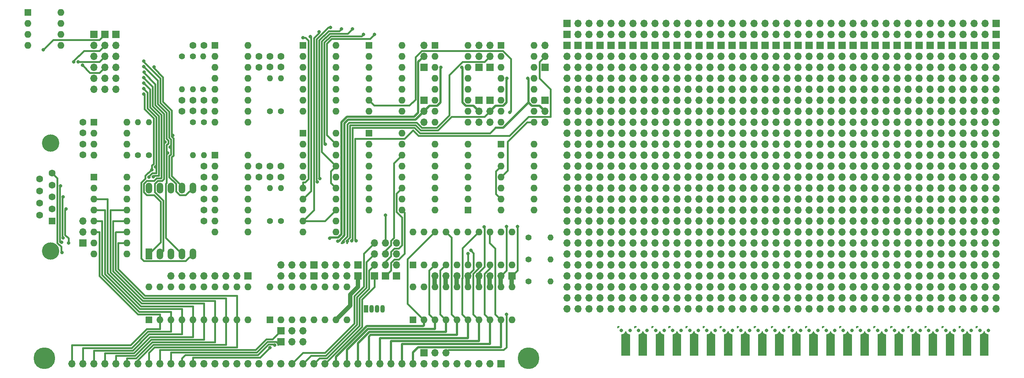
<source format=gbr>
%TF.GenerationSoftware,KiCad,Pcbnew,7.0.5*%
%TF.CreationDate,2024-11-17T15:27:36-05:00*%
%TF.ProjectId,93c76_revision_two,39336337-365f-4726-9576-6973696f6e5f,rev?*%
%TF.SameCoordinates,Original*%
%TF.FileFunction,Copper,L2,Bot*%
%TF.FilePolarity,Positive*%
%FSLAX46Y46*%
G04 Gerber Fmt 4.6, Leading zero omitted, Abs format (unit mm)*
G04 Created by KiCad (PCBNEW 7.0.5) date 2024-11-17 15:27:36*
%MOMM*%
%LPD*%
G01*
G04 APERTURE LIST*
%TA.AperFunction,ComponentPad*%
%ADD10R,1.700000X1.700000*%
%TD*%
%TA.AperFunction,ComponentPad*%
%ADD11O,1.700000X1.700000*%
%TD*%
%TA.AperFunction,ComponentPad*%
%ADD12C,1.600000*%
%TD*%
%TA.AperFunction,ComponentPad*%
%ADD13C,1.400000*%
%TD*%
%TA.AperFunction,ComponentPad*%
%ADD14O,1.400000X1.400000*%
%TD*%
%TA.AperFunction,ComponentPad*%
%ADD15R,1.600000X1.600000*%
%TD*%
%TA.AperFunction,ComponentPad*%
%ADD16O,1.600000X1.600000*%
%TD*%
%TA.AperFunction,ComponentPad*%
%ADD17R,1.070000X1.800000*%
%TD*%
%TA.AperFunction,ComponentPad*%
%ADD18O,1.070000X1.800000*%
%TD*%
%TA.AperFunction,ComponentPad*%
%ADD19C,4.000000*%
%TD*%
%TA.AperFunction,ComponentPad*%
%ADD20R,1.524000X2.524000*%
%TD*%
%TA.AperFunction,ComponentPad*%
%ADD21O,1.524000X2.524000*%
%TD*%
%TA.AperFunction,ViaPad*%
%ADD22C,0.800000*%
%TD*%
%TA.AperFunction,ViaPad*%
%ADD23C,5.000000*%
%TD*%
%TA.AperFunction,Conductor*%
%ADD24C,0.400000*%
%TD*%
%TA.AperFunction,Conductor*%
%ADD25C,0.500000*%
%TD*%
%TA.AperFunction,Conductor*%
%ADD26C,1.000000*%
%TD*%
G04 APERTURE END LIST*
D10*
%TO.P,JCol4,1,Pin_1*%
%TO.N,unconnected-(JCol4-Pin_1-Pad1)*%
X177800000Y-30480000D03*
D11*
%TO.P,JCol4,2,Pin_2*%
%TO.N,unconnected-(JCol4-Pin_2-Pad2)*%
X177800000Y-33020000D03*
%TO.P,JCol4,3,Pin_3*%
%TO.N,unconnected-(JCol4-Pin_3-Pad3)*%
X177800000Y-35560000D03*
%TO.P,JCol4,4,Pin_4*%
%TO.N,unconnected-(JCol4-Pin_4-Pad4)*%
X177800000Y-38100000D03*
%TO.P,JCol4,5,Pin_5*%
%TO.N,unconnected-(JCol4-Pin_5-Pad5)*%
X177800000Y-40640000D03*
%TO.P,JCol4,6,Pin_6*%
%TO.N,unconnected-(JCol4-Pin_6-Pad6)*%
X177800000Y-43180000D03*
%TO.P,JCol4,7,Pin_7*%
%TO.N,unconnected-(JCol4-Pin_7-Pad7)*%
X177800000Y-45720000D03*
%TO.P,JCol4,8,Pin_8*%
%TO.N,unconnected-(JCol4-Pin_8-Pad8)*%
X177800000Y-48260000D03*
%TO.P,JCol4,9,Pin_9*%
%TO.N,unconnected-(JCol4-Pin_9-Pad9)*%
X177800000Y-50800000D03*
%TO.P,JCol4,10,Pin_10*%
%TO.N,unconnected-(JCol4-Pin_10-Pad10)*%
X177800000Y-53340000D03*
%TO.P,JCol4,11,Pin_11*%
%TO.N,unconnected-(JCol4-Pin_11-Pad11)*%
X177800000Y-55880000D03*
%TO.P,JCol4,12,Pin_12*%
%TO.N,unconnected-(JCol4-Pin_12-Pad12)*%
X177800000Y-58420000D03*
%TO.P,JCol4,13,Pin_13*%
%TO.N,unconnected-(JCol4-Pin_13-Pad13)*%
X177800000Y-60960000D03*
%TO.P,JCol4,14,Pin_14*%
%TO.N,unconnected-(JCol4-Pin_14-Pad14)*%
X177800000Y-63500000D03*
%TO.P,JCol4,15,Pin_15*%
%TO.N,unconnected-(JCol4-Pin_15-Pad15)*%
X177800000Y-66040000D03*
%TO.P,JCol4,16,Pin_16*%
%TO.N,unconnected-(JCol4-Pin_16-Pad16)*%
X177800000Y-68580000D03*
%TO.P,JCol4,17,Pin_17*%
%TO.N,unconnected-(JCol4-Pin_17-Pad17)*%
X177800000Y-71120000D03*
%TO.P,JCol4,18,Pin_18*%
%TO.N,unconnected-(JCol4-Pin_18-Pad18)*%
X177800000Y-73660000D03*
%TO.P,JCol4,19,Pin_19*%
%TO.N,unconnected-(JCol4-Pin_19-Pad19)*%
X177800000Y-76200000D03*
%TO.P,JCol4,20,Pin_20*%
%TO.N,unconnected-(JCol4-Pin_20-Pad20)*%
X177800000Y-78740000D03*
%TO.P,JCol4,21,Pin_21*%
%TO.N,unconnected-(JCol4-Pin_21-Pad21)*%
X177800000Y-81280000D03*
%TO.P,JCol4,22,Pin_22*%
%TO.N,unconnected-(JCol4-Pin_22-Pad22)*%
X177800000Y-83820000D03*
%TO.P,JCol4,23,Pin_23*%
%TO.N,unconnected-(JCol4-Pin_23-Pad23)*%
X177800000Y-86360000D03*
%TO.P,JCol4,24,Pin_24*%
%TO.N,unconnected-(JCol4-Pin_24-Pad24)*%
X177800000Y-88900000D03*
%TO.P,JCol4,25,Pin_25*%
%TO.N,unconnected-(JCol4-Pin_25-Pad25)*%
X177800000Y-91440000D03*
%TD*%
D10*
%TO.P,J6,1,Pin_1*%
%TO.N,+5V*%
X50800000Y-27940000D03*
D11*
%TO.P,J6,2,Pin_2*%
%TO.N,GND*%
X50800000Y-30480000D03*
%TO.P,J6,3,Pin_3*%
%TO.N,/rom_cs*%
X50800000Y-33020000D03*
%TO.P,J6,4,Pin_4*%
%TO.N,/rom_scl*%
X50800000Y-35560000D03*
%TO.P,J6,5,Pin_5*%
%TO.N,/rom_sdi*%
X50800000Y-38100000D03*
%TO.P,J6,6,Pin_6*%
%TO.N,/rom_sdo*%
X50800000Y-40640000D03*
%TD*%
D12*
%TO.P,C5,1*%
%TO.N,Net-(U4-CV)*%
X43180000Y-55840000D03*
%TO.P,C5,2*%
%TO.N,GND*%
X43180000Y-53340000D03*
%TD*%
%TO.P,C2,1*%
%TO.N,Net-(U3A-Cext)*%
X88900000Y-60960000D03*
%TO.P,C2,2*%
%TO.N,Net-(U3A-RCext)*%
X88900000Y-58460000D03*
%TD*%
D10*
%TO.P,JCol7,1,Pin_1*%
%TO.N,unconnected-(JCol7-Pin_1-Pad1)*%
X185420000Y-30480000D03*
D11*
%TO.P,JCol7,2,Pin_2*%
%TO.N,unconnected-(JCol7-Pin_2-Pad2)*%
X185420000Y-33020000D03*
%TO.P,JCol7,3,Pin_3*%
%TO.N,unconnected-(JCol7-Pin_3-Pad3)*%
X185420000Y-35560000D03*
%TO.P,JCol7,4,Pin_4*%
%TO.N,unconnected-(JCol7-Pin_4-Pad4)*%
X185420000Y-38100000D03*
%TO.P,JCol7,5,Pin_5*%
%TO.N,unconnected-(JCol7-Pin_5-Pad5)*%
X185420000Y-40640000D03*
%TO.P,JCol7,6,Pin_6*%
%TO.N,unconnected-(JCol7-Pin_6-Pad6)*%
X185420000Y-43180000D03*
%TO.P,JCol7,7,Pin_7*%
%TO.N,unconnected-(JCol7-Pin_7-Pad7)*%
X185420000Y-45720000D03*
%TO.P,JCol7,8,Pin_8*%
%TO.N,unconnected-(JCol7-Pin_8-Pad8)*%
X185420000Y-48260000D03*
%TO.P,JCol7,9,Pin_9*%
%TO.N,unconnected-(JCol7-Pin_9-Pad9)*%
X185420000Y-50800000D03*
%TO.P,JCol7,10,Pin_10*%
%TO.N,unconnected-(JCol7-Pin_10-Pad10)*%
X185420000Y-53340000D03*
%TO.P,JCol7,11,Pin_11*%
%TO.N,unconnected-(JCol7-Pin_11-Pad11)*%
X185420000Y-55880000D03*
%TO.P,JCol7,12,Pin_12*%
%TO.N,unconnected-(JCol7-Pin_12-Pad12)*%
X185420000Y-58420000D03*
%TO.P,JCol7,13,Pin_13*%
%TO.N,unconnected-(JCol7-Pin_13-Pad13)*%
X185420000Y-60960000D03*
%TO.P,JCol7,14,Pin_14*%
%TO.N,unconnected-(JCol7-Pin_14-Pad14)*%
X185420000Y-63500000D03*
%TO.P,JCol7,15,Pin_15*%
%TO.N,unconnected-(JCol7-Pin_15-Pad15)*%
X185420000Y-66040000D03*
%TO.P,JCol7,16,Pin_16*%
%TO.N,unconnected-(JCol7-Pin_16-Pad16)*%
X185420000Y-68580000D03*
%TO.P,JCol7,17,Pin_17*%
%TO.N,unconnected-(JCol7-Pin_17-Pad17)*%
X185420000Y-71120000D03*
%TO.P,JCol7,18,Pin_18*%
%TO.N,unconnected-(JCol7-Pin_18-Pad18)*%
X185420000Y-73660000D03*
%TO.P,JCol7,19,Pin_19*%
%TO.N,unconnected-(JCol7-Pin_19-Pad19)*%
X185420000Y-76200000D03*
%TO.P,JCol7,20,Pin_20*%
%TO.N,unconnected-(JCol7-Pin_20-Pad20)*%
X185420000Y-78740000D03*
%TO.P,JCol7,21,Pin_21*%
%TO.N,unconnected-(JCol7-Pin_21-Pad21)*%
X185420000Y-81280000D03*
%TO.P,JCol7,22,Pin_22*%
%TO.N,unconnected-(JCol7-Pin_22-Pad22)*%
X185420000Y-83820000D03*
%TO.P,JCol7,23,Pin_23*%
%TO.N,unconnected-(JCol7-Pin_23-Pad23)*%
X185420000Y-86360000D03*
%TO.P,JCol7,24,Pin_24*%
%TO.N,unconnected-(JCol7-Pin_24-Pad24)*%
X185420000Y-88900000D03*
%TO.P,JCol7,25,Pin_25*%
%TO.N,unconnected-(JCol7-Pin_25-Pad25)*%
X185420000Y-91440000D03*
%TD*%
D10*
%TO.P,J17,1,Pin_1*%
%TO.N,unconnected-(J17-Pin_1-Pad1)*%
X154940000Y-27940000D03*
D11*
%TO.P,J17,2,Pin_2*%
%TO.N,unconnected-(J17-Pin_2-Pad2)*%
X157480000Y-27940000D03*
%TO.P,J17,3,Pin_3*%
%TO.N,unconnected-(J17-Pin_3-Pad3)*%
X160020000Y-27940000D03*
%TO.P,J17,4,Pin_4*%
%TO.N,unconnected-(J17-Pin_4-Pad4)*%
X162560000Y-27940000D03*
%TO.P,J17,5,Pin_5*%
%TO.N,unconnected-(J17-Pin_5-Pad5)*%
X165100000Y-27940000D03*
%TO.P,J17,6,Pin_6*%
%TO.N,unconnected-(J17-Pin_6-Pad6)*%
X167640000Y-27940000D03*
%TO.P,J17,7,Pin_7*%
%TO.N,unconnected-(J17-Pin_7-Pad7)*%
X170180000Y-27940000D03*
%TO.P,J17,8,Pin_8*%
%TO.N,unconnected-(J17-Pin_8-Pad8)*%
X172720000Y-27940000D03*
%TO.P,J17,9,Pin_9*%
%TO.N,unconnected-(J17-Pin_9-Pad9)*%
X175260000Y-27940000D03*
%TO.P,J17,10,Pin_10*%
%TO.N,unconnected-(J17-Pin_10-Pad10)*%
X177800000Y-27940000D03*
%TO.P,J17,11,Pin_11*%
%TO.N,unconnected-(J17-Pin_11-Pad11)*%
X180340000Y-27940000D03*
%TO.P,J17,12,Pin_12*%
%TO.N,unconnected-(J17-Pin_12-Pad12)*%
X182880000Y-27940000D03*
%TO.P,J17,13,Pin_13*%
%TO.N,unconnected-(J17-Pin_13-Pad13)*%
X185420000Y-27940000D03*
%TO.P,J17,14,Pin_14*%
%TO.N,unconnected-(J17-Pin_14-Pad14)*%
X187960000Y-27940000D03*
%TO.P,J17,15,Pin_15*%
%TO.N,unconnected-(J17-Pin_15-Pad15)*%
X190500000Y-27940000D03*
%TD*%
D10*
%TO.P,J22,1,Pin_1*%
%TO.N,Net-(J22-Pin_1)*%
X137160000Y-43180000D03*
D11*
%TO.P,J22,2,Pin_2*%
%TO.N,/spi_cs_1*%
X137160000Y-45720000D03*
%TO.P,J22,3,Pin_3*%
%TO.N,Net-(J22-Pin_3)*%
X137160000Y-48260000D03*
%TD*%
D10*
%TO.P,JCol6,1,Pin_1*%
%TO.N,unconnected-(JCol6-Pin_1-Pad1)*%
X223520000Y-30480000D03*
D11*
%TO.P,JCol6,2,Pin_2*%
%TO.N,unconnected-(JCol6-Pin_2-Pad2)*%
X223520000Y-33020000D03*
%TO.P,JCol6,3,Pin_3*%
%TO.N,unconnected-(JCol6-Pin_3-Pad3)*%
X223520000Y-35560000D03*
%TO.P,JCol6,4,Pin_4*%
%TO.N,unconnected-(JCol6-Pin_4-Pad4)*%
X223520000Y-38100000D03*
%TO.P,JCol6,5,Pin_5*%
%TO.N,unconnected-(JCol6-Pin_5-Pad5)*%
X223520000Y-40640000D03*
%TO.P,JCol6,6,Pin_6*%
%TO.N,unconnected-(JCol6-Pin_6-Pad6)*%
X223520000Y-43180000D03*
%TO.P,JCol6,7,Pin_7*%
%TO.N,unconnected-(JCol6-Pin_7-Pad7)*%
X223520000Y-45720000D03*
%TO.P,JCol6,8,Pin_8*%
%TO.N,unconnected-(JCol6-Pin_8-Pad8)*%
X223520000Y-48260000D03*
%TO.P,JCol6,9,Pin_9*%
%TO.N,unconnected-(JCol6-Pin_9-Pad9)*%
X223520000Y-50800000D03*
%TO.P,JCol6,10,Pin_10*%
%TO.N,unconnected-(JCol6-Pin_10-Pad10)*%
X223520000Y-53340000D03*
%TO.P,JCol6,11,Pin_11*%
%TO.N,unconnected-(JCol6-Pin_11-Pad11)*%
X223520000Y-55880000D03*
%TO.P,JCol6,12,Pin_12*%
%TO.N,unconnected-(JCol6-Pin_12-Pad12)*%
X223520000Y-58420000D03*
%TO.P,JCol6,13,Pin_13*%
%TO.N,unconnected-(JCol6-Pin_13-Pad13)*%
X223520000Y-60960000D03*
%TO.P,JCol6,14,Pin_14*%
%TO.N,unconnected-(JCol6-Pin_14-Pad14)*%
X223520000Y-63500000D03*
%TO.P,JCol6,15,Pin_15*%
%TO.N,unconnected-(JCol6-Pin_15-Pad15)*%
X223520000Y-66040000D03*
%TO.P,JCol6,16,Pin_16*%
%TO.N,unconnected-(JCol6-Pin_16-Pad16)*%
X223520000Y-68580000D03*
%TO.P,JCol6,17,Pin_17*%
%TO.N,unconnected-(JCol6-Pin_17-Pad17)*%
X223520000Y-71120000D03*
%TO.P,JCol6,18,Pin_18*%
%TO.N,unconnected-(JCol6-Pin_18-Pad18)*%
X223520000Y-73660000D03*
%TO.P,JCol6,19,Pin_19*%
%TO.N,unconnected-(JCol6-Pin_19-Pad19)*%
X223520000Y-76200000D03*
%TO.P,JCol6,20,Pin_20*%
%TO.N,unconnected-(JCol6-Pin_20-Pad20)*%
X223520000Y-78740000D03*
%TO.P,JCol6,21,Pin_21*%
%TO.N,unconnected-(JCol6-Pin_21-Pad21)*%
X223520000Y-81280000D03*
%TO.P,JCol6,22,Pin_22*%
%TO.N,unconnected-(JCol6-Pin_22-Pad22)*%
X223520000Y-83820000D03*
%TO.P,JCol6,23,Pin_23*%
%TO.N,unconnected-(JCol6-Pin_23-Pad23)*%
X223520000Y-86360000D03*
%TO.P,JCol6,24,Pin_24*%
%TO.N,unconnected-(JCol6-Pin_24-Pad24)*%
X223520000Y-88900000D03*
%TO.P,JCol6,25,Pin_25*%
%TO.N,unconnected-(JCol6-Pin_25-Pad25)*%
X223520000Y-91440000D03*
%TD*%
D13*
%TO.P,r9,1*%
%TO.N,Net-(r16-Pad1)*%
X66040000Y-33020000D03*
D14*
%TO.P,r9,2*%
%TO.N,Net-(U2B-RCext)*%
X66040000Y-40640000D03*
%TD*%
D15*
%TO.P,U4,1,GND*%
%TO.N,GND*%
X45720000Y-48260000D03*
D16*
%TO.P,U4,2,TR*%
%TO.N,Net-(U4-THR)*%
X45720000Y-50800000D03*
%TO.P,U4,3,Q*%
%TO.N,/BOOT_Clock*%
X45720000Y-53340000D03*
%TO.P,U4,4,R*%
%TO.N,/rom_cs*%
X45720000Y-55880000D03*
%TO.P,U4,5,CV*%
%TO.N,Net-(U4-CV)*%
X53340000Y-55880000D03*
%TO.P,U4,6,THR*%
%TO.N,Net-(U4-THR)*%
X53340000Y-53340000D03*
%TO.P,U4,7,DIS*%
%TO.N,Net-(U4-DIS)*%
X53340000Y-50800000D03*
%TO.P,U4,8,VCC*%
%TO.N,+5V*%
X53340000Y-48260000D03*
%TD*%
D13*
%TO.P,r16,1*%
%TO.N,Net-(r16-Pad1)*%
X68580000Y-33020000D03*
D14*
%TO.P,r16,2*%
%TO.N,+5V*%
X68580000Y-40640000D03*
%TD*%
D17*
%TO.P,D6,1,RK*%
%TO.N,/equals*%
X108543009Y-91440000D03*
D18*
%TO.P,D6,2,GK*%
%TO.N,/card_we_n*%
X109813009Y-91440000D03*
%TO.P,D6,3,A*%
%TO.N,Net-(D6-A)*%
X111083009Y-91440000D03*
%TO.P,D6,4,BK*%
%TO.N,/card_oe_n*%
X112353009Y-91440000D03*
%TD*%
D10*
%TO.P,J8,1,Pin_1*%
%TO.N,/Addr_14*%
X88900000Y-99060000D03*
D11*
%TO.P,J8,2,Pin_2*%
%TO.N,Net-(J8-Pin_2)*%
X91440000Y-99060000D03*
%TO.P,J8,3,Pin_3*%
%TO.N,/Addr_14_n*%
X93980000Y-99060000D03*
%TD*%
D13*
%TO.P,r3,1*%
%TO.N,Net-(r3-Pad1)*%
X88900000Y-71120000D03*
D14*
%TO.P,r3,2*%
%TO.N,Net-(U3A-RCext)*%
X88900000Y-63500000D03*
%TD*%
D12*
%TO.P,C9,1*%
%TO.N,Net-(U2A-Cext)*%
X83820000Y-35560000D03*
%TO.P,C9,2*%
%TO.N,/2MHz_clock_rcset*%
X83820000Y-33060000D03*
%TD*%
D15*
%TO.P,U18,1,A0*%
%TO.N,/Addr_12*%
X86360000Y-93980000D03*
D16*
%TO.P,U18,2,A1*%
%TO.N,/Addr_13*%
X88900000Y-93980000D03*
%TO.P,U18,3,A2*%
%TO.N,/WE_n*%
X91440000Y-93980000D03*
%TO.P,U18,4,E1*%
%TO.N,Net-(J9-Pin_2)*%
X93980000Y-93980000D03*
%TO.P,U18,5,E2*%
%TO.N,Net-(J8-Pin_2)*%
X96520000Y-93980000D03*
%TO.P,U18,6,E3*%
%TO.N,Net-(U18-E3)*%
X99060000Y-93980000D03*
%TO.P,U18,7,O7*%
%TO.N,Net-(J11-Pin_1)*%
X101600000Y-93980000D03*
%TO.P,U18,8,GND*%
%TO.N,GND*%
X104140000Y-93980000D03*
%TO.P,U18,9,O6*%
%TO.N,Net-(J11-Pin_2)*%
X104140000Y-86360000D03*
%TO.P,U18,10,O5*%
%TO.N,Net-(J11-Pin_3)*%
X101600000Y-86360000D03*
%TO.P,U18,11,O4*%
%TO.N,Net-(J11-Pin_4)*%
X99060000Y-86360000D03*
%TO.P,U18,12,O3*%
%TO.N,Net-(J10-Pin_1)*%
X96520000Y-86360000D03*
%TO.P,U18,13,O2*%
%TO.N,Net-(J10-Pin_2)*%
X93980000Y-86360000D03*
%TO.P,U18,14,O1*%
%TO.N,Net-(J10-Pin_3)*%
X91440000Y-86360000D03*
%TO.P,U18,15,O0*%
%TO.N,Net-(J10-Pin_4)*%
X88900000Y-86360000D03*
%TO.P,U18,16,VCC*%
%TO.N,+5V*%
X86360000Y-86360000D03*
%TD*%
D13*
%TO.P,SW2,1,A*%
%TO.N,GND*%
X146050000Y-80010000D03*
D14*
%TO.P,SW2,2,B*%
%TO.N,/WE_n*%
X151130000Y-80010000D03*
%TD*%
D12*
%TO.P,C7,1*%
%TO.N,GND*%
X68620000Y-30480000D03*
%TO.P,C7,2*%
%TO.N,Net-(U2A-A)*%
X71120000Y-30480000D03*
%TD*%
D10*
%TO.P,JCol8,1,Pin_1*%
%TO.N,unconnected-(JCol8-Pin_1-Pad1)*%
X248920000Y-30480000D03*
D11*
%TO.P,JCol8,2,Pin_2*%
%TO.N,unconnected-(JCol8-Pin_2-Pad2)*%
X248920000Y-33020000D03*
%TO.P,JCol8,3,Pin_3*%
%TO.N,unconnected-(JCol8-Pin_3-Pad3)*%
X248920000Y-35560000D03*
%TO.P,JCol8,4,Pin_4*%
%TO.N,unconnected-(JCol8-Pin_4-Pad4)*%
X248920000Y-38100000D03*
%TO.P,JCol8,5,Pin_5*%
%TO.N,unconnected-(JCol8-Pin_5-Pad5)*%
X248920000Y-40640000D03*
%TO.P,JCol8,6,Pin_6*%
%TO.N,unconnected-(JCol8-Pin_6-Pad6)*%
X248920000Y-43180000D03*
%TO.P,JCol8,7,Pin_7*%
%TO.N,unconnected-(JCol8-Pin_7-Pad7)*%
X248920000Y-45720000D03*
%TO.P,JCol8,8,Pin_8*%
%TO.N,unconnected-(JCol8-Pin_8-Pad8)*%
X248920000Y-48260000D03*
%TO.P,JCol8,9,Pin_9*%
%TO.N,unconnected-(JCol8-Pin_9-Pad9)*%
X248920000Y-50800000D03*
%TO.P,JCol8,10,Pin_10*%
%TO.N,unconnected-(JCol8-Pin_10-Pad10)*%
X248920000Y-53340000D03*
%TO.P,JCol8,11,Pin_11*%
%TO.N,unconnected-(JCol8-Pin_11-Pad11)*%
X248920000Y-55880000D03*
%TO.P,JCol8,12,Pin_12*%
%TO.N,unconnected-(JCol8-Pin_12-Pad12)*%
X248920000Y-58420000D03*
%TO.P,JCol8,13,Pin_13*%
%TO.N,unconnected-(JCol8-Pin_13-Pad13)*%
X248920000Y-60960000D03*
%TO.P,JCol8,14,Pin_14*%
%TO.N,unconnected-(JCol8-Pin_14-Pad14)*%
X248920000Y-63500000D03*
%TO.P,JCol8,15,Pin_15*%
%TO.N,unconnected-(JCol8-Pin_15-Pad15)*%
X248920000Y-66040000D03*
%TO.P,JCol8,16,Pin_16*%
%TO.N,unconnected-(JCol8-Pin_16-Pad16)*%
X248920000Y-68580000D03*
%TO.P,JCol8,17,Pin_17*%
%TO.N,unconnected-(JCol8-Pin_17-Pad17)*%
X248920000Y-71120000D03*
%TO.P,JCol8,18,Pin_18*%
%TO.N,unconnected-(JCol8-Pin_18-Pad18)*%
X248920000Y-73660000D03*
%TO.P,JCol8,19,Pin_19*%
%TO.N,unconnected-(JCol8-Pin_19-Pad19)*%
X248920000Y-76200000D03*
%TO.P,JCol8,20,Pin_20*%
%TO.N,unconnected-(JCol8-Pin_20-Pad20)*%
X248920000Y-78740000D03*
%TO.P,JCol8,21,Pin_21*%
%TO.N,unconnected-(JCol8-Pin_21-Pad21)*%
X248920000Y-81280000D03*
%TO.P,JCol8,22,Pin_22*%
%TO.N,unconnected-(JCol8-Pin_22-Pad22)*%
X248920000Y-83820000D03*
%TO.P,JCol8,23,Pin_23*%
%TO.N,unconnected-(JCol8-Pin_23-Pad23)*%
X248920000Y-86360000D03*
%TO.P,JCol8,24,Pin_24*%
%TO.N,unconnected-(JCol8-Pin_24-Pad24)*%
X248920000Y-88900000D03*
%TO.P,JCol8,25,Pin_25*%
%TO.N,unconnected-(JCol8-Pin_25-Pad25)*%
X248920000Y-91440000D03*
%TD*%
D10*
%TO.P,JCol6,1,Pin_1*%
%TO.N,unconnected-(JCol6-Pin_1-Pad1)*%
X243840000Y-30480000D03*
D11*
%TO.P,JCol6,2,Pin_2*%
%TO.N,unconnected-(JCol6-Pin_2-Pad2)*%
X243840000Y-33020000D03*
%TO.P,JCol6,3,Pin_3*%
%TO.N,unconnected-(JCol6-Pin_3-Pad3)*%
X243840000Y-35560000D03*
%TO.P,JCol6,4,Pin_4*%
%TO.N,unconnected-(JCol6-Pin_4-Pad4)*%
X243840000Y-38100000D03*
%TO.P,JCol6,5,Pin_5*%
%TO.N,unconnected-(JCol6-Pin_5-Pad5)*%
X243840000Y-40640000D03*
%TO.P,JCol6,6,Pin_6*%
%TO.N,unconnected-(JCol6-Pin_6-Pad6)*%
X243840000Y-43180000D03*
%TO.P,JCol6,7,Pin_7*%
%TO.N,unconnected-(JCol6-Pin_7-Pad7)*%
X243840000Y-45720000D03*
%TO.P,JCol6,8,Pin_8*%
%TO.N,unconnected-(JCol6-Pin_8-Pad8)*%
X243840000Y-48260000D03*
%TO.P,JCol6,9,Pin_9*%
%TO.N,unconnected-(JCol6-Pin_9-Pad9)*%
X243840000Y-50800000D03*
%TO.P,JCol6,10,Pin_10*%
%TO.N,unconnected-(JCol6-Pin_10-Pad10)*%
X243840000Y-53340000D03*
%TO.P,JCol6,11,Pin_11*%
%TO.N,unconnected-(JCol6-Pin_11-Pad11)*%
X243840000Y-55880000D03*
%TO.P,JCol6,12,Pin_12*%
%TO.N,unconnected-(JCol6-Pin_12-Pad12)*%
X243840000Y-58420000D03*
%TO.P,JCol6,13,Pin_13*%
%TO.N,unconnected-(JCol6-Pin_13-Pad13)*%
X243840000Y-60960000D03*
%TO.P,JCol6,14,Pin_14*%
%TO.N,unconnected-(JCol6-Pin_14-Pad14)*%
X243840000Y-63500000D03*
%TO.P,JCol6,15,Pin_15*%
%TO.N,unconnected-(JCol6-Pin_15-Pad15)*%
X243840000Y-66040000D03*
%TO.P,JCol6,16,Pin_16*%
%TO.N,unconnected-(JCol6-Pin_16-Pad16)*%
X243840000Y-68580000D03*
%TO.P,JCol6,17,Pin_17*%
%TO.N,unconnected-(JCol6-Pin_17-Pad17)*%
X243840000Y-71120000D03*
%TO.P,JCol6,18,Pin_18*%
%TO.N,unconnected-(JCol6-Pin_18-Pad18)*%
X243840000Y-73660000D03*
%TO.P,JCol6,19,Pin_19*%
%TO.N,unconnected-(JCol6-Pin_19-Pad19)*%
X243840000Y-76200000D03*
%TO.P,JCol6,20,Pin_20*%
%TO.N,unconnected-(JCol6-Pin_20-Pad20)*%
X243840000Y-78740000D03*
%TO.P,JCol6,21,Pin_21*%
%TO.N,unconnected-(JCol6-Pin_21-Pad21)*%
X243840000Y-81280000D03*
%TO.P,JCol6,22,Pin_22*%
%TO.N,unconnected-(JCol6-Pin_22-Pad22)*%
X243840000Y-83820000D03*
%TO.P,JCol6,23,Pin_23*%
%TO.N,unconnected-(JCol6-Pin_23-Pad23)*%
X243840000Y-86360000D03*
%TO.P,JCol6,24,Pin_24*%
%TO.N,unconnected-(JCol6-Pin_24-Pad24)*%
X243840000Y-88900000D03*
%TO.P,JCol6,25,Pin_25*%
%TO.N,unconnected-(JCol6-Pin_25-Pad25)*%
X243840000Y-91440000D03*
%TD*%
D13*
%TO.P,SW3,1,A*%
%TO.N,GND*%
X146050000Y-74930000D03*
D14*
%TO.P,SW3,2,B*%
%TO.N,/OE_n*%
X151130000Y-74930000D03*
%TD*%
D10*
%TO.P,JCol5,1,Pin_1*%
%TO.N,unconnected-(JCol5-Pin_1-Pad1)*%
X241300000Y-30480000D03*
D11*
%TO.P,JCol5,2,Pin_2*%
%TO.N,unconnected-(JCol5-Pin_2-Pad2)*%
X241300000Y-33020000D03*
%TO.P,JCol5,3,Pin_3*%
%TO.N,unconnected-(JCol5-Pin_3-Pad3)*%
X241300000Y-35560000D03*
%TO.P,JCol5,4,Pin_4*%
%TO.N,unconnected-(JCol5-Pin_4-Pad4)*%
X241300000Y-38100000D03*
%TO.P,JCol5,5,Pin_5*%
%TO.N,unconnected-(JCol5-Pin_5-Pad5)*%
X241300000Y-40640000D03*
%TO.P,JCol5,6,Pin_6*%
%TO.N,unconnected-(JCol5-Pin_6-Pad6)*%
X241300000Y-43180000D03*
%TO.P,JCol5,7,Pin_7*%
%TO.N,unconnected-(JCol5-Pin_7-Pad7)*%
X241300000Y-45720000D03*
%TO.P,JCol5,8,Pin_8*%
%TO.N,unconnected-(JCol5-Pin_8-Pad8)*%
X241300000Y-48260000D03*
%TO.P,JCol5,9,Pin_9*%
%TO.N,unconnected-(JCol5-Pin_9-Pad9)*%
X241300000Y-50800000D03*
%TO.P,JCol5,10,Pin_10*%
%TO.N,unconnected-(JCol5-Pin_10-Pad10)*%
X241300000Y-53340000D03*
%TO.P,JCol5,11,Pin_11*%
%TO.N,unconnected-(JCol5-Pin_11-Pad11)*%
X241300000Y-55880000D03*
%TO.P,JCol5,12,Pin_12*%
%TO.N,unconnected-(JCol5-Pin_12-Pad12)*%
X241300000Y-58420000D03*
%TO.P,JCol5,13,Pin_13*%
%TO.N,unconnected-(JCol5-Pin_13-Pad13)*%
X241300000Y-60960000D03*
%TO.P,JCol5,14,Pin_14*%
%TO.N,unconnected-(JCol5-Pin_14-Pad14)*%
X241300000Y-63500000D03*
%TO.P,JCol5,15,Pin_15*%
%TO.N,unconnected-(JCol5-Pin_15-Pad15)*%
X241300000Y-66040000D03*
%TO.P,JCol5,16,Pin_16*%
%TO.N,unconnected-(JCol5-Pin_16-Pad16)*%
X241300000Y-68580000D03*
%TO.P,JCol5,17,Pin_17*%
%TO.N,unconnected-(JCol5-Pin_17-Pad17)*%
X241300000Y-71120000D03*
%TO.P,JCol5,18,Pin_18*%
%TO.N,unconnected-(JCol5-Pin_18-Pad18)*%
X241300000Y-73660000D03*
%TO.P,JCol5,19,Pin_19*%
%TO.N,unconnected-(JCol5-Pin_19-Pad19)*%
X241300000Y-76200000D03*
%TO.P,JCol5,20,Pin_20*%
%TO.N,unconnected-(JCol5-Pin_20-Pad20)*%
X241300000Y-78740000D03*
%TO.P,JCol5,21,Pin_21*%
%TO.N,unconnected-(JCol5-Pin_21-Pad21)*%
X241300000Y-81280000D03*
%TO.P,JCol5,22,Pin_22*%
%TO.N,unconnected-(JCol5-Pin_22-Pad22)*%
X241300000Y-83820000D03*
%TO.P,JCol5,23,Pin_23*%
%TO.N,unconnected-(JCol5-Pin_23-Pad23)*%
X241300000Y-86360000D03*
%TO.P,JCol5,24,Pin_24*%
%TO.N,unconnected-(JCol5-Pin_24-Pad24)*%
X241300000Y-88900000D03*
%TO.P,JCol5,25,Pin_25*%
%TO.N,unconnected-(JCol5-Pin_25-Pad25)*%
X241300000Y-91440000D03*
%TD*%
D10*
%TO.P,JCol7,1,Pin_1*%
%TO.N,unconnected-(JCol7-Pin_1-Pad1)*%
X165100000Y-30480000D03*
D11*
%TO.P,JCol7,2,Pin_2*%
%TO.N,unconnected-(JCol7-Pin_2-Pad2)*%
X165100000Y-33020000D03*
%TO.P,JCol7,3,Pin_3*%
%TO.N,unconnected-(JCol7-Pin_3-Pad3)*%
X165100000Y-35560000D03*
%TO.P,JCol7,4,Pin_4*%
%TO.N,unconnected-(JCol7-Pin_4-Pad4)*%
X165100000Y-38100000D03*
%TO.P,JCol7,5,Pin_5*%
%TO.N,unconnected-(JCol7-Pin_5-Pad5)*%
X165100000Y-40640000D03*
%TO.P,JCol7,6,Pin_6*%
%TO.N,unconnected-(JCol7-Pin_6-Pad6)*%
X165100000Y-43180000D03*
%TO.P,JCol7,7,Pin_7*%
%TO.N,unconnected-(JCol7-Pin_7-Pad7)*%
X165100000Y-45720000D03*
%TO.P,JCol7,8,Pin_8*%
%TO.N,unconnected-(JCol7-Pin_8-Pad8)*%
X165100000Y-48260000D03*
%TO.P,JCol7,9,Pin_9*%
%TO.N,unconnected-(JCol7-Pin_9-Pad9)*%
X165100000Y-50800000D03*
%TO.P,JCol7,10,Pin_10*%
%TO.N,unconnected-(JCol7-Pin_10-Pad10)*%
X165100000Y-53340000D03*
%TO.P,JCol7,11,Pin_11*%
%TO.N,unconnected-(JCol7-Pin_11-Pad11)*%
X165100000Y-55880000D03*
%TO.P,JCol7,12,Pin_12*%
%TO.N,unconnected-(JCol7-Pin_12-Pad12)*%
X165100000Y-58420000D03*
%TO.P,JCol7,13,Pin_13*%
%TO.N,unconnected-(JCol7-Pin_13-Pad13)*%
X165100000Y-60960000D03*
%TO.P,JCol7,14,Pin_14*%
%TO.N,unconnected-(JCol7-Pin_14-Pad14)*%
X165100000Y-63500000D03*
%TO.P,JCol7,15,Pin_15*%
%TO.N,unconnected-(JCol7-Pin_15-Pad15)*%
X165100000Y-66040000D03*
%TO.P,JCol7,16,Pin_16*%
%TO.N,unconnected-(JCol7-Pin_16-Pad16)*%
X165100000Y-68580000D03*
%TO.P,JCol7,17,Pin_17*%
%TO.N,unconnected-(JCol7-Pin_17-Pad17)*%
X165100000Y-71120000D03*
%TO.P,JCol7,18,Pin_18*%
%TO.N,unconnected-(JCol7-Pin_18-Pad18)*%
X165100000Y-73660000D03*
%TO.P,JCol7,19,Pin_19*%
%TO.N,unconnected-(JCol7-Pin_19-Pad19)*%
X165100000Y-76200000D03*
%TO.P,JCol7,20,Pin_20*%
%TO.N,unconnected-(JCol7-Pin_20-Pad20)*%
X165100000Y-78740000D03*
%TO.P,JCol7,21,Pin_21*%
%TO.N,unconnected-(JCol7-Pin_21-Pad21)*%
X165100000Y-81280000D03*
%TO.P,JCol7,22,Pin_22*%
%TO.N,unconnected-(JCol7-Pin_22-Pad22)*%
X165100000Y-83820000D03*
%TO.P,JCol7,23,Pin_23*%
%TO.N,unconnected-(JCol7-Pin_23-Pad23)*%
X165100000Y-86360000D03*
%TO.P,JCol7,24,Pin_24*%
%TO.N,unconnected-(JCol7-Pin_24-Pad24)*%
X165100000Y-88900000D03*
%TO.P,JCol7,25,Pin_25*%
%TO.N,unconnected-(JCol7-Pin_25-Pad25)*%
X165100000Y-91440000D03*
%TD*%
D10*
%TO.P,JCol10,1,Pin_1*%
%TO.N,unconnected-(JCol10-Pin_1-Pad1)*%
X233680000Y-30480000D03*
D11*
%TO.P,JCol10,2,Pin_2*%
%TO.N,unconnected-(JCol10-Pin_2-Pad2)*%
X233680000Y-33020000D03*
%TO.P,JCol10,3,Pin_3*%
%TO.N,unconnected-(JCol10-Pin_3-Pad3)*%
X233680000Y-35560000D03*
%TO.P,JCol10,4,Pin_4*%
%TO.N,unconnected-(JCol10-Pin_4-Pad4)*%
X233680000Y-38100000D03*
%TO.P,JCol10,5,Pin_5*%
%TO.N,unconnected-(JCol10-Pin_5-Pad5)*%
X233680000Y-40640000D03*
%TO.P,JCol10,6,Pin_6*%
%TO.N,unconnected-(JCol10-Pin_6-Pad6)*%
X233680000Y-43180000D03*
%TO.P,JCol10,7,Pin_7*%
%TO.N,unconnected-(JCol10-Pin_7-Pad7)*%
X233680000Y-45720000D03*
%TO.P,JCol10,8,Pin_8*%
%TO.N,unconnected-(JCol10-Pin_8-Pad8)*%
X233680000Y-48260000D03*
%TO.P,JCol10,9,Pin_9*%
%TO.N,unconnected-(JCol10-Pin_9-Pad9)*%
X233680000Y-50800000D03*
%TO.P,JCol10,10,Pin_10*%
%TO.N,unconnected-(JCol10-Pin_10-Pad10)*%
X233680000Y-53340000D03*
%TO.P,JCol10,11,Pin_11*%
%TO.N,unconnected-(JCol10-Pin_11-Pad11)*%
X233680000Y-55880000D03*
%TO.P,JCol10,12,Pin_12*%
%TO.N,unconnected-(JCol10-Pin_12-Pad12)*%
X233680000Y-58420000D03*
%TO.P,JCol10,13,Pin_13*%
%TO.N,unconnected-(JCol10-Pin_13-Pad13)*%
X233680000Y-60960000D03*
%TO.P,JCol10,14,Pin_14*%
%TO.N,unconnected-(JCol10-Pin_14-Pad14)*%
X233680000Y-63500000D03*
%TO.P,JCol10,15,Pin_15*%
%TO.N,unconnected-(JCol10-Pin_15-Pad15)*%
X233680000Y-66040000D03*
%TO.P,JCol10,16,Pin_16*%
%TO.N,unconnected-(JCol10-Pin_16-Pad16)*%
X233680000Y-68580000D03*
%TO.P,JCol10,17,Pin_17*%
%TO.N,unconnected-(JCol10-Pin_17-Pad17)*%
X233680000Y-71120000D03*
%TO.P,JCol10,18,Pin_18*%
%TO.N,unconnected-(JCol10-Pin_18-Pad18)*%
X233680000Y-73660000D03*
%TO.P,JCol10,19,Pin_19*%
%TO.N,unconnected-(JCol10-Pin_19-Pad19)*%
X233680000Y-76200000D03*
%TO.P,JCol10,20,Pin_20*%
%TO.N,unconnected-(JCol10-Pin_20-Pad20)*%
X233680000Y-78740000D03*
%TO.P,JCol10,21,Pin_21*%
%TO.N,unconnected-(JCol10-Pin_21-Pad21)*%
X233680000Y-81280000D03*
%TO.P,JCol10,22,Pin_22*%
%TO.N,unconnected-(JCol10-Pin_22-Pad22)*%
X233680000Y-83820000D03*
%TO.P,JCol10,23,Pin_23*%
%TO.N,unconnected-(JCol10-Pin_23-Pad23)*%
X233680000Y-86360000D03*
%TO.P,JCol10,24,Pin_24*%
%TO.N,unconnected-(JCol10-Pin_24-Pad24)*%
X233680000Y-88900000D03*
%TO.P,JCol10,25,Pin_25*%
%TO.N,unconnected-(JCol10-Pin_25-Pad25)*%
X233680000Y-91440000D03*
%TD*%
D19*
%TO.P,J15,0,PAD*%
%TO.N,GND*%
X35760331Y-53080000D03*
X35760331Y-78080000D03*
D15*
%TO.P,J15,1,1*%
%TO.N,/spi_miso_0*%
X36060331Y-71120000D03*
D12*
%TO.P,J15,2,2*%
%TO.N,/spi_cs_0*%
X36060331Y-68350000D03*
%TO.P,J15,3,3*%
%TO.N,/spi_cs_1*%
X36060331Y-65580000D03*
%TO.P,J15,4,4*%
%TO.N,/spi_cs_2*%
X36060331Y-62810000D03*
%TO.P,J15,5,5*%
%TO.N,/spi_cs_3*%
X36060331Y-60040000D03*
%TO.P,J15,6,6*%
%TO.N,/spi_mosi_0*%
X33220331Y-69735000D03*
%TO.P,J15,7,7*%
%TO.N,/spi_clk_0*%
X33220331Y-66965000D03*
%TO.P,J15,8,8*%
%TO.N,GND*%
X33220331Y-64195000D03*
%TO.P,J15,9,9*%
%TO.N,+5V*%
X33220331Y-61425000D03*
%TD*%
D10*
%TO.P,JCol1,1,Pin_1*%
%TO.N,unconnected-(JCol1-Pin_1-Pad1)*%
X254000000Y-25400000D03*
D11*
%TO.P,JCol1,2,Pin_2*%
%TO.N,unconnected-(JCol1-Pin_2-Pad2)*%
X251460000Y-25400000D03*
%TO.P,JCol1,3,Pin_3*%
%TO.N,unconnected-(JCol1-Pin_3-Pad3)*%
X248920000Y-25400000D03*
%TO.P,JCol1,4,Pin_4*%
%TO.N,unconnected-(JCol1-Pin_4-Pad4)*%
X246380000Y-25400000D03*
%TO.P,JCol1,5,Pin_5*%
%TO.N,unconnected-(JCol1-Pin_5-Pad5)*%
X243840000Y-25400000D03*
%TO.P,JCol1,6,Pin_6*%
%TO.N,unconnected-(JCol1-Pin_6-Pad6)*%
X241300000Y-25400000D03*
%TO.P,JCol1,7,Pin_7*%
%TO.N,unconnected-(JCol1-Pin_7-Pad7)*%
X238760000Y-25400000D03*
%TO.P,JCol1,8,Pin_8*%
%TO.N,unconnected-(JCol1-Pin_8-Pad8)*%
X236220000Y-25400000D03*
%TO.P,JCol1,9,Pin_9*%
%TO.N,unconnected-(JCol1-Pin_9-Pad9)*%
X233680000Y-25400000D03*
%TO.P,JCol1,10,Pin_10*%
%TO.N,unconnected-(JCol1-Pin_10-Pad10)*%
X231140000Y-25400000D03*
%TO.P,JCol1,11,Pin_11*%
%TO.N,unconnected-(JCol1-Pin_11-Pad11)*%
X228600000Y-25400000D03*
%TO.P,JCol1,12,Pin_12*%
%TO.N,unconnected-(JCol1-Pin_12-Pad12)*%
X226060000Y-25400000D03*
%TO.P,JCol1,13,Pin_13*%
%TO.N,unconnected-(JCol1-Pin_13-Pad13)*%
X223520000Y-25400000D03*
%TO.P,JCol1,14,Pin_14*%
%TO.N,unconnected-(JCol1-Pin_14-Pad14)*%
X220980000Y-25400000D03*
%TO.P,JCol1,15,Pin_15*%
%TO.N,unconnected-(JCol1-Pin_15-Pad15)*%
X218440000Y-25400000D03*
%TO.P,JCol1,16,Pin_16*%
%TO.N,unconnected-(JCol1-Pin_16-Pad16)*%
X215900000Y-25400000D03*
%TO.P,JCol1,17,Pin_17*%
%TO.N,unconnected-(JCol1-Pin_17-Pad17)*%
X213360000Y-25400000D03*
%TO.P,JCol1,18,Pin_18*%
%TO.N,unconnected-(JCol1-Pin_18-Pad18)*%
X210820000Y-25400000D03*
%TO.P,JCol1,19,Pin_19*%
%TO.N,unconnected-(JCol1-Pin_19-Pad19)*%
X208280000Y-25400000D03*
%TO.P,JCol1,20,Pin_20*%
%TO.N,unconnected-(JCol1-Pin_20-Pad20)*%
X205740000Y-25400000D03*
%TO.P,JCol1,21,Pin_21*%
%TO.N,unconnected-(JCol1-Pin_21-Pad21)*%
X203200000Y-25400000D03*
%TO.P,JCol1,22,Pin_22*%
%TO.N,unconnected-(JCol1-Pin_22-Pad22)*%
X200660000Y-25400000D03*
%TO.P,JCol1,23,Pin_23*%
%TO.N,unconnected-(JCol1-Pin_23-Pad23)*%
X198120000Y-25400000D03*
%TO.P,JCol1,24,Pin_24*%
%TO.N,unconnected-(JCol1-Pin_24-Pad24)*%
X195580000Y-25400000D03*
%TO.P,JCol1,25,Pin_25*%
%TO.N,unconnected-(JCol1-Pin_25-Pad25)*%
X193040000Y-25400000D03*
%TD*%
D10*
%TO.P,JCol3,1,Pin_1*%
%TO.N,unconnected-(JCol3-Pin_1-Pad1)*%
X236220000Y-30480000D03*
D11*
%TO.P,JCol3,2,Pin_2*%
%TO.N,unconnected-(JCol3-Pin_2-Pad2)*%
X236220000Y-33020000D03*
%TO.P,JCol3,3,Pin_3*%
%TO.N,unconnected-(JCol3-Pin_3-Pad3)*%
X236220000Y-35560000D03*
%TO.P,JCol3,4,Pin_4*%
%TO.N,unconnected-(JCol3-Pin_4-Pad4)*%
X236220000Y-38100000D03*
%TO.P,JCol3,5,Pin_5*%
%TO.N,unconnected-(JCol3-Pin_5-Pad5)*%
X236220000Y-40640000D03*
%TO.P,JCol3,6,Pin_6*%
%TO.N,unconnected-(JCol3-Pin_6-Pad6)*%
X236220000Y-43180000D03*
%TO.P,JCol3,7,Pin_7*%
%TO.N,unconnected-(JCol3-Pin_7-Pad7)*%
X236220000Y-45720000D03*
%TO.P,JCol3,8,Pin_8*%
%TO.N,unconnected-(JCol3-Pin_8-Pad8)*%
X236220000Y-48260000D03*
%TO.P,JCol3,9,Pin_9*%
%TO.N,unconnected-(JCol3-Pin_9-Pad9)*%
X236220000Y-50800000D03*
%TO.P,JCol3,10,Pin_10*%
%TO.N,unconnected-(JCol3-Pin_10-Pad10)*%
X236220000Y-53340000D03*
%TO.P,JCol3,11,Pin_11*%
%TO.N,unconnected-(JCol3-Pin_11-Pad11)*%
X236220000Y-55880000D03*
%TO.P,JCol3,12,Pin_12*%
%TO.N,unconnected-(JCol3-Pin_12-Pad12)*%
X236220000Y-58420000D03*
%TO.P,JCol3,13,Pin_13*%
%TO.N,unconnected-(JCol3-Pin_13-Pad13)*%
X236220000Y-60960000D03*
%TO.P,JCol3,14,Pin_14*%
%TO.N,unconnected-(JCol3-Pin_14-Pad14)*%
X236220000Y-63500000D03*
%TO.P,JCol3,15,Pin_15*%
%TO.N,unconnected-(JCol3-Pin_15-Pad15)*%
X236220000Y-66040000D03*
%TO.P,JCol3,16,Pin_16*%
%TO.N,unconnected-(JCol3-Pin_16-Pad16)*%
X236220000Y-68580000D03*
%TO.P,JCol3,17,Pin_17*%
%TO.N,unconnected-(JCol3-Pin_17-Pad17)*%
X236220000Y-71120000D03*
%TO.P,JCol3,18,Pin_18*%
%TO.N,unconnected-(JCol3-Pin_18-Pad18)*%
X236220000Y-73660000D03*
%TO.P,JCol3,19,Pin_19*%
%TO.N,unconnected-(JCol3-Pin_19-Pad19)*%
X236220000Y-76200000D03*
%TO.P,JCol3,20,Pin_20*%
%TO.N,unconnected-(JCol3-Pin_20-Pad20)*%
X236220000Y-78740000D03*
%TO.P,JCol3,21,Pin_21*%
%TO.N,unconnected-(JCol3-Pin_21-Pad21)*%
X236220000Y-81280000D03*
%TO.P,JCol3,22,Pin_22*%
%TO.N,unconnected-(JCol3-Pin_22-Pad22)*%
X236220000Y-83820000D03*
%TO.P,JCol3,23,Pin_23*%
%TO.N,unconnected-(JCol3-Pin_23-Pad23)*%
X236220000Y-86360000D03*
%TO.P,JCol3,24,Pin_24*%
%TO.N,unconnected-(JCol3-Pin_24-Pad24)*%
X236220000Y-88900000D03*
%TO.P,JCol3,25,Pin_25*%
%TO.N,unconnected-(JCol3-Pin_25-Pad25)*%
X236220000Y-91440000D03*
%TD*%
D15*
%TO.P,U5,1,~{Mr}*%
%TO.N,unconnected-(U5-~{Mr}-Pad1)*%
X119380000Y-81280000D03*
D16*
%TO.P,U5,2,Q0*%
%TO.N,/data_in_6*%
X121920000Y-81280000D03*
%TO.P,U5,3,D0*%
%TO.N,/Data_Bus_6*%
X124460000Y-81280000D03*
%TO.P,U5,4,D1*%
%TO.N,/Data_Bus_5*%
X127000000Y-81280000D03*
%TO.P,U5,5,Q1*%
%TO.N,/data_in_5*%
X129540000Y-81280000D03*
%TO.P,U5,6,Q2*%
%TO.N,/data_in_2*%
X132080000Y-81280000D03*
%TO.P,U5,7,D2*%
%TO.N,/Data_Bus_2*%
X134620000Y-81280000D03*
%TO.P,U5,8,D3*%
%TO.N,/Data_Bus_1*%
X137160000Y-81280000D03*
%TO.P,U5,9,Q3*%
%TO.N,/data_in_1*%
X139700000Y-81280000D03*
%TO.P,U5,10,GND*%
%TO.N,GND*%
X142240000Y-81280000D03*
%TO.P,U5,11,Cp*%
%TO.N,unconnected-(U5-Cp-Pad11)*%
X142240000Y-73660000D03*
%TO.P,U5,12,Q4*%
%TO.N,/data_in_0*%
X139700000Y-73660000D03*
%TO.P,U5,13,D4*%
%TO.N,/Data_Bus_0_LSB*%
X137160000Y-73660000D03*
%TO.P,U5,14,D5*%
%TO.N,/Data_Bus_3*%
X134620000Y-73660000D03*
%TO.P,U5,15,Q5*%
%TO.N,/data_in_3*%
X132080000Y-73660000D03*
%TO.P,U5,16,Q6*%
%TO.N,/data_in_4*%
X129540000Y-73660000D03*
%TO.P,U5,17,D6*%
%TO.N,/Data_Bus_4*%
X127000000Y-73660000D03*
%TO.P,U5,18,D7*%
%TO.N,/Data_Bus_7_MSB*%
X124460000Y-73660000D03*
%TO.P,U5,19,Q7*%
%TO.N,/data_in_7*%
X121920000Y-73660000D03*
%TO.P,U5,20,VCC*%
%TO.N,+5V*%
X119380000Y-73660000D03*
%TD*%
D15*
%TO.P,U17,1,~{Mr}*%
%TO.N,/reset_n*%
X139700000Y-30480000D03*
D16*
%TO.P,U17,2,Q0*%
%TO.N,Net-(J21-Pin_3)*%
X139700000Y-33020000D03*
%TO.P,U17,3,~{Q0}*%
%TO.N,Net-(J21-Pin_1)*%
X139700000Y-35560000D03*
%TO.P,U17,4,D0*%
%TO.N,/instr_0_data_0*%
X139700000Y-38100000D03*
%TO.P,U17,5,D1*%
%TO.N,/instr_1_data_1*%
X139700000Y-40640000D03*
%TO.P,U17,6,~{Q1}*%
%TO.N,Net-(J22-Pin_1)*%
X139700000Y-43180000D03*
%TO.P,U17,7,Q1*%
%TO.N,Net-(J22-Pin_3)*%
X139700000Y-45720000D03*
%TO.P,U17,8,GND*%
%TO.N,GND*%
X139700000Y-48260000D03*
%TO.P,U17,9,Cp*%
%TO.N,/clock_output_reg*%
X147320000Y-48260000D03*
%TO.P,U17,10,Q2*%
%TO.N,Net-(J23-Pin_3)*%
X147320000Y-45720000D03*
%TO.P,U17,11,~{Q2}*%
%TO.N,Net-(J23-Pin_1)*%
X147320000Y-43180000D03*
%TO.P,U17,12,D2*%
%TO.N,/instr_2_data_2*%
X147320000Y-40640000D03*
%TO.P,U17,13,D3*%
%TO.N,/instr_3_data_3*%
X147320000Y-38100000D03*
%TO.P,U17,14,~{Q3}*%
%TO.N,Net-(J24-Pin_1)*%
X147320000Y-35560000D03*
%TO.P,U17,15,Q3*%
%TO.N,Net-(J24-Pin_3)*%
X147320000Y-33020000D03*
%TO.P,U17,16,VCC*%
%TO.N,+5V*%
X147320000Y-30480000D03*
%TD*%
D10*
%TO.P,JCol4,1,Pin_1*%
%TO.N,unconnected-(JCol4-Pin_1-Pad1)*%
X238760000Y-30480000D03*
D11*
%TO.P,JCol4,2,Pin_2*%
%TO.N,unconnected-(JCol4-Pin_2-Pad2)*%
X238760000Y-33020000D03*
%TO.P,JCol4,3,Pin_3*%
%TO.N,unconnected-(JCol4-Pin_3-Pad3)*%
X238760000Y-35560000D03*
%TO.P,JCol4,4,Pin_4*%
%TO.N,unconnected-(JCol4-Pin_4-Pad4)*%
X238760000Y-38100000D03*
%TO.P,JCol4,5,Pin_5*%
%TO.N,unconnected-(JCol4-Pin_5-Pad5)*%
X238760000Y-40640000D03*
%TO.P,JCol4,6,Pin_6*%
%TO.N,unconnected-(JCol4-Pin_6-Pad6)*%
X238760000Y-43180000D03*
%TO.P,JCol4,7,Pin_7*%
%TO.N,unconnected-(JCol4-Pin_7-Pad7)*%
X238760000Y-45720000D03*
%TO.P,JCol4,8,Pin_8*%
%TO.N,unconnected-(JCol4-Pin_8-Pad8)*%
X238760000Y-48260000D03*
%TO.P,JCol4,9,Pin_9*%
%TO.N,unconnected-(JCol4-Pin_9-Pad9)*%
X238760000Y-50800000D03*
%TO.P,JCol4,10,Pin_10*%
%TO.N,unconnected-(JCol4-Pin_10-Pad10)*%
X238760000Y-53340000D03*
%TO.P,JCol4,11,Pin_11*%
%TO.N,unconnected-(JCol4-Pin_11-Pad11)*%
X238760000Y-55880000D03*
%TO.P,JCol4,12,Pin_12*%
%TO.N,unconnected-(JCol4-Pin_12-Pad12)*%
X238760000Y-58420000D03*
%TO.P,JCol4,13,Pin_13*%
%TO.N,unconnected-(JCol4-Pin_13-Pad13)*%
X238760000Y-60960000D03*
%TO.P,JCol4,14,Pin_14*%
%TO.N,unconnected-(JCol4-Pin_14-Pad14)*%
X238760000Y-63500000D03*
%TO.P,JCol4,15,Pin_15*%
%TO.N,unconnected-(JCol4-Pin_15-Pad15)*%
X238760000Y-66040000D03*
%TO.P,JCol4,16,Pin_16*%
%TO.N,unconnected-(JCol4-Pin_16-Pad16)*%
X238760000Y-68580000D03*
%TO.P,JCol4,17,Pin_17*%
%TO.N,unconnected-(JCol4-Pin_17-Pad17)*%
X238760000Y-71120000D03*
%TO.P,JCol4,18,Pin_18*%
%TO.N,unconnected-(JCol4-Pin_18-Pad18)*%
X238760000Y-73660000D03*
%TO.P,JCol4,19,Pin_19*%
%TO.N,unconnected-(JCol4-Pin_19-Pad19)*%
X238760000Y-76200000D03*
%TO.P,JCol4,20,Pin_20*%
%TO.N,unconnected-(JCol4-Pin_20-Pad20)*%
X238760000Y-78740000D03*
%TO.P,JCol4,21,Pin_21*%
%TO.N,unconnected-(JCol4-Pin_21-Pad21)*%
X238760000Y-81280000D03*
%TO.P,JCol4,22,Pin_22*%
%TO.N,unconnected-(JCol4-Pin_22-Pad22)*%
X238760000Y-83820000D03*
%TO.P,JCol4,23,Pin_23*%
%TO.N,unconnected-(JCol4-Pin_23-Pad23)*%
X238760000Y-86360000D03*
%TO.P,JCol4,24,Pin_24*%
%TO.N,unconnected-(JCol4-Pin_24-Pad24)*%
X238760000Y-88900000D03*
%TO.P,JCol4,25,Pin_25*%
%TO.N,unconnected-(JCol4-Pin_25-Pad25)*%
X238760000Y-91440000D03*
%TD*%
D10*
%TO.P,J27,1,Pin_1*%
%TO.N,Net-(J27-Pin_1)*%
X134620000Y-43180000D03*
D11*
%TO.P,J27,2,Pin_2*%
%TO.N,/ctrl_2*%
X134620000Y-45720000D03*
%TO.P,J27,3,Pin_3*%
%TO.N,Net-(J27-Pin_3)*%
X134620000Y-48260000D03*
%TD*%
D10*
%TO.P,JCol4,1,Pin_1*%
%TO.N,unconnected-(JCol4-Pin_1-Pad1)*%
X198120000Y-30480000D03*
D11*
%TO.P,JCol4,2,Pin_2*%
%TO.N,unconnected-(JCol4-Pin_2-Pad2)*%
X198120000Y-33020000D03*
%TO.P,JCol4,3,Pin_3*%
%TO.N,unconnected-(JCol4-Pin_3-Pad3)*%
X198120000Y-35560000D03*
%TO.P,JCol4,4,Pin_4*%
%TO.N,unconnected-(JCol4-Pin_4-Pad4)*%
X198120000Y-38100000D03*
%TO.P,JCol4,5,Pin_5*%
%TO.N,unconnected-(JCol4-Pin_5-Pad5)*%
X198120000Y-40640000D03*
%TO.P,JCol4,6,Pin_6*%
%TO.N,unconnected-(JCol4-Pin_6-Pad6)*%
X198120000Y-43180000D03*
%TO.P,JCol4,7,Pin_7*%
%TO.N,unconnected-(JCol4-Pin_7-Pad7)*%
X198120000Y-45720000D03*
%TO.P,JCol4,8,Pin_8*%
%TO.N,unconnected-(JCol4-Pin_8-Pad8)*%
X198120000Y-48260000D03*
%TO.P,JCol4,9,Pin_9*%
%TO.N,unconnected-(JCol4-Pin_9-Pad9)*%
X198120000Y-50800000D03*
%TO.P,JCol4,10,Pin_10*%
%TO.N,unconnected-(JCol4-Pin_10-Pad10)*%
X198120000Y-53340000D03*
%TO.P,JCol4,11,Pin_11*%
%TO.N,unconnected-(JCol4-Pin_11-Pad11)*%
X198120000Y-55880000D03*
%TO.P,JCol4,12,Pin_12*%
%TO.N,unconnected-(JCol4-Pin_12-Pad12)*%
X198120000Y-58420000D03*
%TO.P,JCol4,13,Pin_13*%
%TO.N,unconnected-(JCol4-Pin_13-Pad13)*%
X198120000Y-60960000D03*
%TO.P,JCol4,14,Pin_14*%
%TO.N,unconnected-(JCol4-Pin_14-Pad14)*%
X198120000Y-63500000D03*
%TO.P,JCol4,15,Pin_15*%
%TO.N,unconnected-(JCol4-Pin_15-Pad15)*%
X198120000Y-66040000D03*
%TO.P,JCol4,16,Pin_16*%
%TO.N,unconnected-(JCol4-Pin_16-Pad16)*%
X198120000Y-68580000D03*
%TO.P,JCol4,17,Pin_17*%
%TO.N,unconnected-(JCol4-Pin_17-Pad17)*%
X198120000Y-71120000D03*
%TO.P,JCol4,18,Pin_18*%
%TO.N,unconnected-(JCol4-Pin_18-Pad18)*%
X198120000Y-73660000D03*
%TO.P,JCol4,19,Pin_19*%
%TO.N,unconnected-(JCol4-Pin_19-Pad19)*%
X198120000Y-76200000D03*
%TO.P,JCol4,20,Pin_20*%
%TO.N,unconnected-(JCol4-Pin_20-Pad20)*%
X198120000Y-78740000D03*
%TO.P,JCol4,21,Pin_21*%
%TO.N,unconnected-(JCol4-Pin_21-Pad21)*%
X198120000Y-81280000D03*
%TO.P,JCol4,22,Pin_22*%
%TO.N,unconnected-(JCol4-Pin_22-Pad22)*%
X198120000Y-83820000D03*
%TO.P,JCol4,23,Pin_23*%
%TO.N,unconnected-(JCol4-Pin_23-Pad23)*%
X198120000Y-86360000D03*
%TO.P,JCol4,24,Pin_24*%
%TO.N,unconnected-(JCol4-Pin_24-Pad24)*%
X198120000Y-88900000D03*
%TO.P,JCol4,25,Pin_25*%
%TO.N,unconnected-(JCol4-Pin_25-Pad25)*%
X198120000Y-91440000D03*
%TD*%
D10*
%TO.P,J11,1,Pin_1*%
%TO.N,Net-(J11-Pin_1)*%
X106680000Y-83820000D03*
D11*
%TO.P,J11,2,Pin_2*%
%TO.N,Net-(J11-Pin_2)*%
X104140000Y-83820000D03*
%TO.P,J11,3,Pin_3*%
%TO.N,Net-(J11-Pin_3)*%
X101600000Y-83820000D03*
%TO.P,J11,4,Pin_4*%
%TO.N,Net-(J11-Pin_4)*%
X99060000Y-83820000D03*
%TD*%
D12*
%TO.P,C10,1*%
%TO.N,Net-(U2B-Cext)*%
X66040000Y-43220000D03*
%TO.P,C10,2*%
%TO.N,Net-(U2B-RCext)*%
X66040000Y-45720000D03*
%TD*%
D10*
%TO.P,JCol10,1,Pin_1*%
%TO.N,unconnected-(JCol10-Pin_1-Pad1)*%
X193040000Y-30480000D03*
D11*
%TO.P,JCol10,2,Pin_2*%
%TO.N,unconnected-(JCol10-Pin_2-Pad2)*%
X193040000Y-33020000D03*
%TO.P,JCol10,3,Pin_3*%
%TO.N,unconnected-(JCol10-Pin_3-Pad3)*%
X193040000Y-35560000D03*
%TO.P,JCol10,4,Pin_4*%
%TO.N,unconnected-(JCol10-Pin_4-Pad4)*%
X193040000Y-38100000D03*
%TO.P,JCol10,5,Pin_5*%
%TO.N,unconnected-(JCol10-Pin_5-Pad5)*%
X193040000Y-40640000D03*
%TO.P,JCol10,6,Pin_6*%
%TO.N,unconnected-(JCol10-Pin_6-Pad6)*%
X193040000Y-43180000D03*
%TO.P,JCol10,7,Pin_7*%
%TO.N,unconnected-(JCol10-Pin_7-Pad7)*%
X193040000Y-45720000D03*
%TO.P,JCol10,8,Pin_8*%
%TO.N,unconnected-(JCol10-Pin_8-Pad8)*%
X193040000Y-48260000D03*
%TO.P,JCol10,9,Pin_9*%
%TO.N,unconnected-(JCol10-Pin_9-Pad9)*%
X193040000Y-50800000D03*
%TO.P,JCol10,10,Pin_10*%
%TO.N,unconnected-(JCol10-Pin_10-Pad10)*%
X193040000Y-53340000D03*
%TO.P,JCol10,11,Pin_11*%
%TO.N,unconnected-(JCol10-Pin_11-Pad11)*%
X193040000Y-55880000D03*
%TO.P,JCol10,12,Pin_12*%
%TO.N,unconnected-(JCol10-Pin_12-Pad12)*%
X193040000Y-58420000D03*
%TO.P,JCol10,13,Pin_13*%
%TO.N,unconnected-(JCol10-Pin_13-Pad13)*%
X193040000Y-60960000D03*
%TO.P,JCol10,14,Pin_14*%
%TO.N,unconnected-(JCol10-Pin_14-Pad14)*%
X193040000Y-63500000D03*
%TO.P,JCol10,15,Pin_15*%
%TO.N,unconnected-(JCol10-Pin_15-Pad15)*%
X193040000Y-66040000D03*
%TO.P,JCol10,16,Pin_16*%
%TO.N,unconnected-(JCol10-Pin_16-Pad16)*%
X193040000Y-68580000D03*
%TO.P,JCol10,17,Pin_17*%
%TO.N,unconnected-(JCol10-Pin_17-Pad17)*%
X193040000Y-71120000D03*
%TO.P,JCol10,18,Pin_18*%
%TO.N,unconnected-(JCol10-Pin_18-Pad18)*%
X193040000Y-73660000D03*
%TO.P,JCol10,19,Pin_19*%
%TO.N,unconnected-(JCol10-Pin_19-Pad19)*%
X193040000Y-76200000D03*
%TO.P,JCol10,20,Pin_20*%
%TO.N,unconnected-(JCol10-Pin_20-Pad20)*%
X193040000Y-78740000D03*
%TO.P,JCol10,21,Pin_21*%
%TO.N,unconnected-(JCol10-Pin_21-Pad21)*%
X193040000Y-81280000D03*
%TO.P,JCol10,22,Pin_22*%
%TO.N,unconnected-(JCol10-Pin_22-Pad22)*%
X193040000Y-83820000D03*
%TO.P,JCol10,23,Pin_23*%
%TO.N,unconnected-(JCol10-Pin_23-Pad23)*%
X193040000Y-86360000D03*
%TO.P,JCol10,24,Pin_24*%
%TO.N,unconnected-(JCol10-Pin_24-Pad24)*%
X193040000Y-88900000D03*
%TO.P,JCol10,25,Pin_25*%
%TO.N,unconnected-(JCol10-Pin_25-Pad25)*%
X193040000Y-91440000D03*
%TD*%
D13*
%TO.P,r17,1*%
%TO.N,Net-(r17-Pad1)*%
X68580000Y-48260000D03*
D14*
%TO.P,r17,2*%
%TO.N,+5V*%
X68580000Y-55880000D03*
%TD*%
D10*
%TO.P,JCol9,1,Pin_1*%
%TO.N,unconnected-(JCol9-Pin_1-Pad1)*%
X170180000Y-30480000D03*
D11*
%TO.P,JCol9,2,Pin_2*%
%TO.N,unconnected-(JCol9-Pin_2-Pad2)*%
X170180000Y-33020000D03*
%TO.P,JCol9,3,Pin_3*%
%TO.N,unconnected-(JCol9-Pin_3-Pad3)*%
X170180000Y-35560000D03*
%TO.P,JCol9,4,Pin_4*%
%TO.N,unconnected-(JCol9-Pin_4-Pad4)*%
X170180000Y-38100000D03*
%TO.P,JCol9,5,Pin_5*%
%TO.N,unconnected-(JCol9-Pin_5-Pad5)*%
X170180000Y-40640000D03*
%TO.P,JCol9,6,Pin_6*%
%TO.N,unconnected-(JCol9-Pin_6-Pad6)*%
X170180000Y-43180000D03*
%TO.P,JCol9,7,Pin_7*%
%TO.N,unconnected-(JCol9-Pin_7-Pad7)*%
X170180000Y-45720000D03*
%TO.P,JCol9,8,Pin_8*%
%TO.N,unconnected-(JCol9-Pin_8-Pad8)*%
X170180000Y-48260000D03*
%TO.P,JCol9,9,Pin_9*%
%TO.N,unconnected-(JCol9-Pin_9-Pad9)*%
X170180000Y-50800000D03*
%TO.P,JCol9,10,Pin_10*%
%TO.N,unconnected-(JCol9-Pin_10-Pad10)*%
X170180000Y-53340000D03*
%TO.P,JCol9,11,Pin_11*%
%TO.N,unconnected-(JCol9-Pin_11-Pad11)*%
X170180000Y-55880000D03*
%TO.P,JCol9,12,Pin_12*%
%TO.N,unconnected-(JCol9-Pin_12-Pad12)*%
X170180000Y-58420000D03*
%TO.P,JCol9,13,Pin_13*%
%TO.N,unconnected-(JCol9-Pin_13-Pad13)*%
X170180000Y-60960000D03*
%TO.P,JCol9,14,Pin_14*%
%TO.N,unconnected-(JCol9-Pin_14-Pad14)*%
X170180000Y-63500000D03*
%TO.P,JCol9,15,Pin_15*%
%TO.N,unconnected-(JCol9-Pin_15-Pad15)*%
X170180000Y-66040000D03*
%TO.P,JCol9,16,Pin_16*%
%TO.N,unconnected-(JCol9-Pin_16-Pad16)*%
X170180000Y-68580000D03*
%TO.P,JCol9,17,Pin_17*%
%TO.N,unconnected-(JCol9-Pin_17-Pad17)*%
X170180000Y-71120000D03*
%TO.P,JCol9,18,Pin_18*%
%TO.N,unconnected-(JCol9-Pin_18-Pad18)*%
X170180000Y-73660000D03*
%TO.P,JCol9,19,Pin_19*%
%TO.N,unconnected-(JCol9-Pin_19-Pad19)*%
X170180000Y-76200000D03*
%TO.P,JCol9,20,Pin_20*%
%TO.N,unconnected-(JCol9-Pin_20-Pad20)*%
X170180000Y-78740000D03*
%TO.P,JCol9,21,Pin_21*%
%TO.N,unconnected-(JCol9-Pin_21-Pad21)*%
X170180000Y-81280000D03*
%TO.P,JCol9,22,Pin_22*%
%TO.N,unconnected-(JCol9-Pin_22-Pad22)*%
X170180000Y-83820000D03*
%TO.P,JCol9,23,Pin_23*%
%TO.N,unconnected-(JCol9-Pin_23-Pad23)*%
X170180000Y-86360000D03*
%TO.P,JCol9,24,Pin_24*%
%TO.N,unconnected-(JCol9-Pin_24-Pad24)*%
X170180000Y-88900000D03*
%TO.P,JCol9,25,Pin_25*%
%TO.N,unconnected-(JCol9-Pin_25-Pad25)*%
X170180000Y-91440000D03*
%TD*%
D10*
%TO.P,JCol9,1,Pin_1*%
%TO.N,unconnected-(JCol9-Pin_1-Pad1)*%
X210820000Y-30480000D03*
D11*
%TO.P,JCol9,2,Pin_2*%
%TO.N,unconnected-(JCol9-Pin_2-Pad2)*%
X210820000Y-33020000D03*
%TO.P,JCol9,3,Pin_3*%
%TO.N,unconnected-(JCol9-Pin_3-Pad3)*%
X210820000Y-35560000D03*
%TO.P,JCol9,4,Pin_4*%
%TO.N,unconnected-(JCol9-Pin_4-Pad4)*%
X210820000Y-38100000D03*
%TO.P,JCol9,5,Pin_5*%
%TO.N,unconnected-(JCol9-Pin_5-Pad5)*%
X210820000Y-40640000D03*
%TO.P,JCol9,6,Pin_6*%
%TO.N,unconnected-(JCol9-Pin_6-Pad6)*%
X210820000Y-43180000D03*
%TO.P,JCol9,7,Pin_7*%
%TO.N,unconnected-(JCol9-Pin_7-Pad7)*%
X210820000Y-45720000D03*
%TO.P,JCol9,8,Pin_8*%
%TO.N,unconnected-(JCol9-Pin_8-Pad8)*%
X210820000Y-48260000D03*
%TO.P,JCol9,9,Pin_9*%
%TO.N,unconnected-(JCol9-Pin_9-Pad9)*%
X210820000Y-50800000D03*
%TO.P,JCol9,10,Pin_10*%
%TO.N,unconnected-(JCol9-Pin_10-Pad10)*%
X210820000Y-53340000D03*
%TO.P,JCol9,11,Pin_11*%
%TO.N,unconnected-(JCol9-Pin_11-Pad11)*%
X210820000Y-55880000D03*
%TO.P,JCol9,12,Pin_12*%
%TO.N,unconnected-(JCol9-Pin_12-Pad12)*%
X210820000Y-58420000D03*
%TO.P,JCol9,13,Pin_13*%
%TO.N,unconnected-(JCol9-Pin_13-Pad13)*%
X210820000Y-60960000D03*
%TO.P,JCol9,14,Pin_14*%
%TO.N,unconnected-(JCol9-Pin_14-Pad14)*%
X210820000Y-63500000D03*
%TO.P,JCol9,15,Pin_15*%
%TO.N,unconnected-(JCol9-Pin_15-Pad15)*%
X210820000Y-66040000D03*
%TO.P,JCol9,16,Pin_16*%
%TO.N,unconnected-(JCol9-Pin_16-Pad16)*%
X210820000Y-68580000D03*
%TO.P,JCol9,17,Pin_17*%
%TO.N,unconnected-(JCol9-Pin_17-Pad17)*%
X210820000Y-71120000D03*
%TO.P,JCol9,18,Pin_18*%
%TO.N,unconnected-(JCol9-Pin_18-Pad18)*%
X210820000Y-73660000D03*
%TO.P,JCol9,19,Pin_19*%
%TO.N,unconnected-(JCol9-Pin_19-Pad19)*%
X210820000Y-76200000D03*
%TO.P,JCol9,20,Pin_20*%
%TO.N,unconnected-(JCol9-Pin_20-Pad20)*%
X210820000Y-78740000D03*
%TO.P,JCol9,21,Pin_21*%
%TO.N,unconnected-(JCol9-Pin_21-Pad21)*%
X210820000Y-81280000D03*
%TO.P,JCol9,22,Pin_22*%
%TO.N,unconnected-(JCol9-Pin_22-Pad22)*%
X210820000Y-83820000D03*
%TO.P,JCol9,23,Pin_23*%
%TO.N,unconnected-(JCol9-Pin_23-Pad23)*%
X210820000Y-86360000D03*
%TO.P,JCol9,24,Pin_24*%
%TO.N,unconnected-(JCol9-Pin_24-Pad24)*%
X210820000Y-88900000D03*
%TO.P,JCol9,25,Pin_25*%
%TO.N,unconnected-(JCol9-Pin_25-Pad25)*%
X210820000Y-91440000D03*
%TD*%
D15*
%TO.P,U14,1,CP*%
%TO.N,unconnected-(U14A-CP-Pad1)*%
X132080000Y-68580000D03*
D16*
%TO.P,U14,2,MR*%
%TO.N,Net-(U14A-MR)*%
X132080000Y-66040000D03*
%TO.P,U14,3,Q0*%
%TO.N,unconnected-(U14A-Q0-Pad3)*%
X132080000Y-63500000D03*
%TO.P,U14,4,Q1*%
%TO.N,unconnected-(U14A-Q1-Pad4)*%
X132080000Y-60960000D03*
%TO.P,U14,5,Q2*%
%TO.N,unconnected-(U14A-Q2-Pad5)*%
X132080000Y-58420000D03*
%TO.P,U14,6,Q3*%
%TO.N,/clock_upper_393*%
X132080000Y-55880000D03*
%TO.P,U14,7,GND*%
%TO.N,GND*%
X132080000Y-53340000D03*
%TO.P,U14,8,Q3*%
%TO.N,/counter_3*%
X124460000Y-53340000D03*
%TO.P,U14,9,Q2*%
%TO.N,/counter_2*%
X124460000Y-55880000D03*
%TO.P,U14,10,Q1*%
%TO.N,/counter_1*%
X124460000Y-58420000D03*
%TO.P,U14,11,Q0*%
%TO.N,/counter_0*%
X124460000Y-60960000D03*
%TO.P,U14,12,MR*%
%TO.N,Net-(U14A-MR)*%
X124460000Y-63500000D03*
%TO.P,U14,13,CP*%
%TO.N,/clock_upper_393*%
X124460000Y-66040000D03*
%TO.P,U14,14,VCC*%
%TO.N,+5V*%
X124460000Y-68580000D03*
%TD*%
D20*
%TO.P,U23,1,E*%
%TO.N,/instr_4*%
X58420000Y-78740000D03*
D21*
%TO.P,U23,2,D*%
%TO.N,/instr_3_data_3*%
X60960000Y-78740000D03*
%TO.P,U23,3,CA*%
%TO.N,Net-(U23-CA-Pad3)*%
X63500000Y-78740000D03*
%TO.P,U23,4,C*%
%TO.N,/instr_2_data_2*%
X66040000Y-78740000D03*
%TO.P,U23,5,DP*%
%TO.N,/instr_7_clk_instr_reg*%
X68580000Y-78740000D03*
%TO.P,U23,6,B*%
%TO.N,/instr_1_data_1*%
X68580000Y-63500000D03*
%TO.P,U23,7,A*%
%TO.N,/instr_0_data_0*%
X66040000Y-63500000D03*
%TO.P,U23,8,CA*%
%TO.N,Net-(U23-CA-Pad3)*%
X63500000Y-63500000D03*
%TO.P,U23,9,F*%
%TO.N,/instr_5*%
X60960000Y-63500000D03*
%TO.P,U23,10,G*%
%TO.N,/instr_6_clk_output_reg*%
X58420000Y-63500000D03*
%TD*%
D10*
%TO.P,JCol3,1,Pin_1*%
%TO.N,unconnected-(JCol3-Pin_1-Pad1)*%
X154940000Y-30480000D03*
D11*
%TO.P,JCol3,2,Pin_2*%
%TO.N,unconnected-(JCol3-Pin_2-Pad2)*%
X154940000Y-33020000D03*
%TO.P,JCol3,3,Pin_3*%
%TO.N,unconnected-(JCol3-Pin_3-Pad3)*%
X154940000Y-35560000D03*
%TO.P,JCol3,4,Pin_4*%
%TO.N,unconnected-(JCol3-Pin_4-Pad4)*%
X154940000Y-38100000D03*
%TO.P,JCol3,5,Pin_5*%
%TO.N,unconnected-(JCol3-Pin_5-Pad5)*%
X154940000Y-40640000D03*
%TO.P,JCol3,6,Pin_6*%
%TO.N,unconnected-(JCol3-Pin_6-Pad6)*%
X154940000Y-43180000D03*
%TO.P,JCol3,7,Pin_7*%
%TO.N,unconnected-(JCol3-Pin_7-Pad7)*%
X154940000Y-45720000D03*
%TO.P,JCol3,8,Pin_8*%
%TO.N,unconnected-(JCol3-Pin_8-Pad8)*%
X154940000Y-48260000D03*
%TO.P,JCol3,9,Pin_9*%
%TO.N,unconnected-(JCol3-Pin_9-Pad9)*%
X154940000Y-50800000D03*
%TO.P,JCol3,10,Pin_10*%
%TO.N,unconnected-(JCol3-Pin_10-Pad10)*%
X154940000Y-53340000D03*
%TO.P,JCol3,11,Pin_11*%
%TO.N,unconnected-(JCol3-Pin_11-Pad11)*%
X154940000Y-55880000D03*
%TO.P,JCol3,12,Pin_12*%
%TO.N,unconnected-(JCol3-Pin_12-Pad12)*%
X154940000Y-58420000D03*
%TO.P,JCol3,13,Pin_13*%
%TO.N,unconnected-(JCol3-Pin_13-Pad13)*%
X154940000Y-60960000D03*
%TO.P,JCol3,14,Pin_14*%
%TO.N,unconnected-(JCol3-Pin_14-Pad14)*%
X154940000Y-63500000D03*
%TO.P,JCol3,15,Pin_15*%
%TO.N,unconnected-(JCol3-Pin_15-Pad15)*%
X154940000Y-66040000D03*
%TO.P,JCol3,16,Pin_16*%
%TO.N,unconnected-(JCol3-Pin_16-Pad16)*%
X154940000Y-68580000D03*
%TO.P,JCol3,17,Pin_17*%
%TO.N,unconnected-(JCol3-Pin_17-Pad17)*%
X154940000Y-71120000D03*
%TO.P,JCol3,18,Pin_18*%
%TO.N,unconnected-(JCol3-Pin_18-Pad18)*%
X154940000Y-73660000D03*
%TO.P,JCol3,19,Pin_19*%
%TO.N,unconnected-(JCol3-Pin_19-Pad19)*%
X154940000Y-76200000D03*
%TO.P,JCol3,20,Pin_20*%
%TO.N,unconnected-(JCol3-Pin_20-Pad20)*%
X154940000Y-78740000D03*
%TO.P,JCol3,21,Pin_21*%
%TO.N,unconnected-(JCol3-Pin_21-Pad21)*%
X154940000Y-81280000D03*
%TO.P,JCol3,22,Pin_22*%
%TO.N,unconnected-(JCol3-Pin_22-Pad22)*%
X154940000Y-83820000D03*
%TO.P,JCol3,23,Pin_23*%
%TO.N,unconnected-(JCol3-Pin_23-Pad23)*%
X154940000Y-86360000D03*
%TO.P,JCol3,24,Pin_24*%
%TO.N,unconnected-(JCol3-Pin_24-Pad24)*%
X154940000Y-88900000D03*
%TO.P,JCol3,25,Pin_25*%
%TO.N,unconnected-(JCol3-Pin_25-Pad25)*%
X154940000Y-91440000D03*
%TD*%
D10*
%TO.P,J21,1,Pin_1*%
%TO.N,Net-(J21-Pin_1)*%
X137160000Y-35560000D03*
D11*
%TO.P,J21,2,Pin_2*%
%TO.N,/spi_cs_0*%
X137160000Y-33020000D03*
%TO.P,J21,3,Pin_3*%
%TO.N,Net-(J21-Pin_3)*%
X137160000Y-30480000D03*
%TD*%
D10*
%TO.P,JCol3,1,Pin_1*%
%TO.N,unconnected-(JCol3-Pin_1-Pad1)*%
X195580000Y-30480000D03*
D11*
%TO.P,JCol3,2,Pin_2*%
%TO.N,unconnected-(JCol3-Pin_2-Pad2)*%
X195580000Y-33020000D03*
%TO.P,JCol3,3,Pin_3*%
%TO.N,unconnected-(JCol3-Pin_3-Pad3)*%
X195580000Y-35560000D03*
%TO.P,JCol3,4,Pin_4*%
%TO.N,unconnected-(JCol3-Pin_4-Pad4)*%
X195580000Y-38100000D03*
%TO.P,JCol3,5,Pin_5*%
%TO.N,unconnected-(JCol3-Pin_5-Pad5)*%
X195580000Y-40640000D03*
%TO.P,JCol3,6,Pin_6*%
%TO.N,unconnected-(JCol3-Pin_6-Pad6)*%
X195580000Y-43180000D03*
%TO.P,JCol3,7,Pin_7*%
%TO.N,unconnected-(JCol3-Pin_7-Pad7)*%
X195580000Y-45720000D03*
%TO.P,JCol3,8,Pin_8*%
%TO.N,unconnected-(JCol3-Pin_8-Pad8)*%
X195580000Y-48260000D03*
%TO.P,JCol3,9,Pin_9*%
%TO.N,unconnected-(JCol3-Pin_9-Pad9)*%
X195580000Y-50800000D03*
%TO.P,JCol3,10,Pin_10*%
%TO.N,unconnected-(JCol3-Pin_10-Pad10)*%
X195580000Y-53340000D03*
%TO.P,JCol3,11,Pin_11*%
%TO.N,unconnected-(JCol3-Pin_11-Pad11)*%
X195580000Y-55880000D03*
%TO.P,JCol3,12,Pin_12*%
%TO.N,unconnected-(JCol3-Pin_12-Pad12)*%
X195580000Y-58420000D03*
%TO.P,JCol3,13,Pin_13*%
%TO.N,unconnected-(JCol3-Pin_13-Pad13)*%
X195580000Y-60960000D03*
%TO.P,JCol3,14,Pin_14*%
%TO.N,unconnected-(JCol3-Pin_14-Pad14)*%
X195580000Y-63500000D03*
%TO.P,JCol3,15,Pin_15*%
%TO.N,unconnected-(JCol3-Pin_15-Pad15)*%
X195580000Y-66040000D03*
%TO.P,JCol3,16,Pin_16*%
%TO.N,unconnected-(JCol3-Pin_16-Pad16)*%
X195580000Y-68580000D03*
%TO.P,JCol3,17,Pin_17*%
%TO.N,unconnected-(JCol3-Pin_17-Pad17)*%
X195580000Y-71120000D03*
%TO.P,JCol3,18,Pin_18*%
%TO.N,unconnected-(JCol3-Pin_18-Pad18)*%
X195580000Y-73660000D03*
%TO.P,JCol3,19,Pin_19*%
%TO.N,unconnected-(JCol3-Pin_19-Pad19)*%
X195580000Y-76200000D03*
%TO.P,JCol3,20,Pin_20*%
%TO.N,unconnected-(JCol3-Pin_20-Pad20)*%
X195580000Y-78740000D03*
%TO.P,JCol3,21,Pin_21*%
%TO.N,unconnected-(JCol3-Pin_21-Pad21)*%
X195580000Y-81280000D03*
%TO.P,JCol3,22,Pin_22*%
%TO.N,unconnected-(JCol3-Pin_22-Pad22)*%
X195580000Y-83820000D03*
%TO.P,JCol3,23,Pin_23*%
%TO.N,unconnected-(JCol3-Pin_23-Pad23)*%
X195580000Y-86360000D03*
%TO.P,JCol3,24,Pin_24*%
%TO.N,unconnected-(JCol3-Pin_24-Pad24)*%
X195580000Y-88900000D03*
%TO.P,JCol3,25,Pin_25*%
%TO.N,unconnected-(JCol3-Pin_25-Pad25)*%
X195580000Y-91440000D03*
%TD*%
D10*
%TO.P,JCol6,1,Pin_1*%
%TO.N,unconnected-(JCol6-Pin_1-Pad1)*%
X162560000Y-30480000D03*
D11*
%TO.P,JCol6,2,Pin_2*%
%TO.N,unconnected-(JCol6-Pin_2-Pad2)*%
X162560000Y-33020000D03*
%TO.P,JCol6,3,Pin_3*%
%TO.N,unconnected-(JCol6-Pin_3-Pad3)*%
X162560000Y-35560000D03*
%TO.P,JCol6,4,Pin_4*%
%TO.N,unconnected-(JCol6-Pin_4-Pad4)*%
X162560000Y-38100000D03*
%TO.P,JCol6,5,Pin_5*%
%TO.N,unconnected-(JCol6-Pin_5-Pad5)*%
X162560000Y-40640000D03*
%TO.P,JCol6,6,Pin_6*%
%TO.N,unconnected-(JCol6-Pin_6-Pad6)*%
X162560000Y-43180000D03*
%TO.P,JCol6,7,Pin_7*%
%TO.N,unconnected-(JCol6-Pin_7-Pad7)*%
X162560000Y-45720000D03*
%TO.P,JCol6,8,Pin_8*%
%TO.N,unconnected-(JCol6-Pin_8-Pad8)*%
X162560000Y-48260000D03*
%TO.P,JCol6,9,Pin_9*%
%TO.N,unconnected-(JCol6-Pin_9-Pad9)*%
X162560000Y-50800000D03*
%TO.P,JCol6,10,Pin_10*%
%TO.N,unconnected-(JCol6-Pin_10-Pad10)*%
X162560000Y-53340000D03*
%TO.P,JCol6,11,Pin_11*%
%TO.N,unconnected-(JCol6-Pin_11-Pad11)*%
X162560000Y-55880000D03*
%TO.P,JCol6,12,Pin_12*%
%TO.N,unconnected-(JCol6-Pin_12-Pad12)*%
X162560000Y-58420000D03*
%TO.P,JCol6,13,Pin_13*%
%TO.N,unconnected-(JCol6-Pin_13-Pad13)*%
X162560000Y-60960000D03*
%TO.P,JCol6,14,Pin_14*%
%TO.N,unconnected-(JCol6-Pin_14-Pad14)*%
X162560000Y-63500000D03*
%TO.P,JCol6,15,Pin_15*%
%TO.N,unconnected-(JCol6-Pin_15-Pad15)*%
X162560000Y-66040000D03*
%TO.P,JCol6,16,Pin_16*%
%TO.N,unconnected-(JCol6-Pin_16-Pad16)*%
X162560000Y-68580000D03*
%TO.P,JCol6,17,Pin_17*%
%TO.N,unconnected-(JCol6-Pin_17-Pad17)*%
X162560000Y-71120000D03*
%TO.P,JCol6,18,Pin_18*%
%TO.N,unconnected-(JCol6-Pin_18-Pad18)*%
X162560000Y-73660000D03*
%TO.P,JCol6,19,Pin_19*%
%TO.N,unconnected-(JCol6-Pin_19-Pad19)*%
X162560000Y-76200000D03*
%TO.P,JCol6,20,Pin_20*%
%TO.N,unconnected-(JCol6-Pin_20-Pad20)*%
X162560000Y-78740000D03*
%TO.P,JCol6,21,Pin_21*%
%TO.N,unconnected-(JCol6-Pin_21-Pad21)*%
X162560000Y-81280000D03*
%TO.P,JCol6,22,Pin_22*%
%TO.N,unconnected-(JCol6-Pin_22-Pad22)*%
X162560000Y-83820000D03*
%TO.P,JCol6,23,Pin_23*%
%TO.N,unconnected-(JCol6-Pin_23-Pad23)*%
X162560000Y-86360000D03*
%TO.P,JCol6,24,Pin_24*%
%TO.N,unconnected-(JCol6-Pin_24-Pad24)*%
X162560000Y-88900000D03*
%TO.P,JCol6,25,Pin_25*%
%TO.N,unconnected-(JCol6-Pin_25-Pad25)*%
X162560000Y-91440000D03*
%TD*%
D10*
%TO.P,J18,1,Pin_1*%
%TO.N,/Addr_0_LSB*%
X110490000Y-83820000D03*
D11*
%TO.P,J18,2,Pin_2*%
%TO.N,/Addr_1*%
X110490000Y-81280000D03*
%TO.P,J18,3,Pin_3*%
%TO.N,/Addr_2*%
X110490000Y-78740000D03*
%TO.P,J18,4,Pin_4*%
%TO.N,/Addr_3*%
X110490000Y-76200000D03*
%TD*%
D13*
%TO.P,SW1,1,A*%
%TO.N,GND*%
X146050000Y-85090000D03*
D14*
%TO.P,SW1,2,B*%
%TO.N,/reset_n*%
X151130000Y-85090000D03*
%TD*%
D10*
%TO.P,J29,1,Pin_1*%
%TO.N,/spi_cs_3*%
X81280000Y-83820000D03*
D11*
%TO.P,J29,2,Pin_2*%
%TO.N,/spi_cs_2*%
X78740000Y-83820000D03*
%TO.P,J29,3,Pin_3*%
%TO.N,/spi_cs_1*%
X76200000Y-83820000D03*
%TO.P,J29,4,Pin_4*%
%TO.N,/spi_cs_0*%
X73660000Y-83820000D03*
%TO.P,J29,5,Pin_5*%
%TO.N,/spi_mosi_0*%
X71120000Y-83820000D03*
%TO.P,J29,6,Pin_6*%
%TO.N,/spi_clk_0*%
X68580000Y-83820000D03*
%TO.P,J29,7,Pin_7*%
%TO.N,Net-(J29-Pin_7)*%
X66040000Y-83820000D03*
%TO.P,J29,8,Pin_8*%
%TO.N,Net-(J29-Pin_8)*%
X63500000Y-83820000D03*
%TD*%
D15*
%TO.P,U12,1*%
%TO.N,/clk_instr_reg*%
X139700000Y-53340000D03*
D16*
%TO.P,U12,2*%
%TO.N,/instr_7_clk_instr_reg*%
X139700000Y-55880000D03*
%TO.P,U12,3*%
%TO.N,/rclk*%
X139700000Y-58420000D03*
%TO.P,U12,4*%
%TO.N,/clock_output_reg*%
X139700000Y-60960000D03*
%TO.P,U12,5*%
%TO.N,/instr_6_clk_output_reg*%
X139700000Y-63500000D03*
%TO.P,U12,6*%
%TO.N,/rclk*%
X139700000Y-66040000D03*
%TO.P,U12,7,GND*%
%TO.N,GND*%
X139700000Y-68580000D03*
%TO.P,U12,8*%
%TO.N,unconnected-(U12-Pad8)*%
X147320000Y-68580000D03*
%TO.P,U12,9*%
%TO.N,unconnected-(U12-Pad9)*%
X147320000Y-66040000D03*
%TO.P,U12,10*%
%TO.N,unconnected-(U12-Pad10)*%
X147320000Y-63500000D03*
%TO.P,U12,11*%
%TO.N,unconnected-(U12-Pad11)*%
X147320000Y-60960000D03*
%TO.P,U12,12*%
%TO.N,unconnected-(U12-Pad12)*%
X147320000Y-58420000D03*
%TO.P,U12,13*%
%TO.N,unconnected-(U12-Pad13)*%
X147320000Y-55880000D03*
%TO.P,U12,14,VCC*%
%TO.N,+5V*%
X147320000Y-53340000D03*
%TD*%
D10*
%TO.P,J23,1,Pin_1*%
%TO.N,Net-(J23-Pin_1)*%
X149860000Y-43180000D03*
D11*
%TO.P,J23,2,Pin_2*%
%TO.N,/spi_cs_2*%
X149860000Y-45720000D03*
%TO.P,J23,3,Pin_3*%
%TO.N,Net-(J23-Pin_3)*%
X149860000Y-48260000D03*
%TD*%
D15*
%TO.P,U20,1,~{Mr}*%
%TO.N,unconnected-(U20-~{Mr}-Pad1)*%
X93980000Y-50800000D03*
D16*
%TO.P,U20,2,Q0*%
%TO.N,/data_out_1*%
X93980000Y-53340000D03*
%TO.P,U20,3,D0*%
%TO.N,/data_out_0*%
X93980000Y-55880000D03*
%TO.P,U20,4,D1*%
%TO.N,/data_out_3*%
X93980000Y-58420000D03*
%TO.P,U20,5,Q1*%
%TO.N,/data_out_4*%
X93980000Y-60960000D03*
%TO.P,U20,6,Q2*%
%TO.N,/data_out_7*%
X93980000Y-63500000D03*
%TO.P,U20,7,D2*%
%TO.N,/data_out_6*%
X93980000Y-66040000D03*
%TO.P,U20,8,D3*%
%TO.N,/data_out_4*%
X93980000Y-68580000D03*
%TO.P,U20,9,Q3*%
%TO.N,/data_out_5*%
X93980000Y-71120000D03*
%TO.P,U20,10,GND*%
%TO.N,GND*%
X93980000Y-73660000D03*
%TO.P,U20,11,Cp*%
%TO.N,unconnected-(U20-Cp-Pad11)*%
X101600000Y-73660000D03*
%TO.P,U20,12,Q4*%
%TO.N,/data_out_6*%
X101600000Y-71120000D03*
%TO.P,U20,13,D4*%
%TO.N,/data_out_5*%
X101600000Y-68580000D03*
%TO.P,U20,14,D5*%
%TO.N,/data_out_1*%
X101600000Y-66040000D03*
%TO.P,U20,15,Q5*%
%TO.N,/data_out_2*%
X101600000Y-63500000D03*
%TO.P,U20,16,Q6*%
%TO.N,/data_out_3*%
X101600000Y-60960000D03*
%TO.P,U20,17,D6*%
%TO.N,/data_out_2*%
X101600000Y-58420000D03*
%TO.P,U20,18,D7*%
%TO.N,/byte_builder_serial_input*%
X101600000Y-55880000D03*
%TO.P,U20,19,Q7*%
%TO.N,/data_out_0*%
X101600000Y-53340000D03*
%TO.P,U20,20,VCC*%
%TO.N,+5V*%
X101600000Y-50800000D03*
%TD*%
D10*
%TO.P,JCol7,1,Pin_1*%
%TO.N,unconnected-(JCol7-Pin_1-Pad1)*%
X226060000Y-30480000D03*
D11*
%TO.P,JCol7,2,Pin_2*%
%TO.N,unconnected-(JCol7-Pin_2-Pad2)*%
X226060000Y-33020000D03*
%TO.P,JCol7,3,Pin_3*%
%TO.N,unconnected-(JCol7-Pin_3-Pad3)*%
X226060000Y-35560000D03*
%TO.P,JCol7,4,Pin_4*%
%TO.N,unconnected-(JCol7-Pin_4-Pad4)*%
X226060000Y-38100000D03*
%TO.P,JCol7,5,Pin_5*%
%TO.N,unconnected-(JCol7-Pin_5-Pad5)*%
X226060000Y-40640000D03*
%TO.P,JCol7,6,Pin_6*%
%TO.N,unconnected-(JCol7-Pin_6-Pad6)*%
X226060000Y-43180000D03*
%TO.P,JCol7,7,Pin_7*%
%TO.N,unconnected-(JCol7-Pin_7-Pad7)*%
X226060000Y-45720000D03*
%TO.P,JCol7,8,Pin_8*%
%TO.N,unconnected-(JCol7-Pin_8-Pad8)*%
X226060000Y-48260000D03*
%TO.P,JCol7,9,Pin_9*%
%TO.N,unconnected-(JCol7-Pin_9-Pad9)*%
X226060000Y-50800000D03*
%TO.P,JCol7,10,Pin_10*%
%TO.N,unconnected-(JCol7-Pin_10-Pad10)*%
X226060000Y-53340000D03*
%TO.P,JCol7,11,Pin_11*%
%TO.N,unconnected-(JCol7-Pin_11-Pad11)*%
X226060000Y-55880000D03*
%TO.P,JCol7,12,Pin_12*%
%TO.N,unconnected-(JCol7-Pin_12-Pad12)*%
X226060000Y-58420000D03*
%TO.P,JCol7,13,Pin_13*%
%TO.N,unconnected-(JCol7-Pin_13-Pad13)*%
X226060000Y-60960000D03*
%TO.P,JCol7,14,Pin_14*%
%TO.N,unconnected-(JCol7-Pin_14-Pad14)*%
X226060000Y-63500000D03*
%TO.P,JCol7,15,Pin_15*%
%TO.N,unconnected-(JCol7-Pin_15-Pad15)*%
X226060000Y-66040000D03*
%TO.P,JCol7,16,Pin_16*%
%TO.N,unconnected-(JCol7-Pin_16-Pad16)*%
X226060000Y-68580000D03*
%TO.P,JCol7,17,Pin_17*%
%TO.N,unconnected-(JCol7-Pin_17-Pad17)*%
X226060000Y-71120000D03*
%TO.P,JCol7,18,Pin_18*%
%TO.N,unconnected-(JCol7-Pin_18-Pad18)*%
X226060000Y-73660000D03*
%TO.P,JCol7,19,Pin_19*%
%TO.N,unconnected-(JCol7-Pin_19-Pad19)*%
X226060000Y-76200000D03*
%TO.P,JCol7,20,Pin_20*%
%TO.N,unconnected-(JCol7-Pin_20-Pad20)*%
X226060000Y-78740000D03*
%TO.P,JCol7,21,Pin_21*%
%TO.N,unconnected-(JCol7-Pin_21-Pad21)*%
X226060000Y-81280000D03*
%TO.P,JCol7,22,Pin_22*%
%TO.N,unconnected-(JCol7-Pin_22-Pad22)*%
X226060000Y-83820000D03*
%TO.P,JCol7,23,Pin_23*%
%TO.N,unconnected-(JCol7-Pin_23-Pad23)*%
X226060000Y-86360000D03*
%TO.P,JCol7,24,Pin_24*%
%TO.N,unconnected-(JCol7-Pin_24-Pad24)*%
X226060000Y-88900000D03*
%TO.P,JCol7,25,Pin_25*%
%TO.N,unconnected-(JCol7-Pin_25-Pad25)*%
X226060000Y-91440000D03*
%TD*%
D10*
%TO.P,J19,1,Pin_1*%
%TO.N,Net-(J19-Pin_1)*%
X113030000Y-83820000D03*
D11*
%TO.P,J19,2,Pin_2*%
%TO.N,Net-(J19-Pin_2)*%
X113030000Y-81280000D03*
%TO.P,J19,3,Pin_3*%
%TO.N,Net-(J19-Pin_3)*%
X113030000Y-78740000D03*
%TO.P,J19,4,Pin_4*%
%TO.N,Net-(J19-Pin_4)*%
X113030000Y-76200000D03*
%TD*%
D10*
%TO.P,JCol5,1,Pin_1*%
%TO.N,unconnected-(JCol5-Pin_1-Pad1)*%
X220980000Y-30480000D03*
D11*
%TO.P,JCol5,2,Pin_2*%
%TO.N,unconnected-(JCol5-Pin_2-Pad2)*%
X220980000Y-33020000D03*
%TO.P,JCol5,3,Pin_3*%
%TO.N,unconnected-(JCol5-Pin_3-Pad3)*%
X220980000Y-35560000D03*
%TO.P,JCol5,4,Pin_4*%
%TO.N,unconnected-(JCol5-Pin_4-Pad4)*%
X220980000Y-38100000D03*
%TO.P,JCol5,5,Pin_5*%
%TO.N,unconnected-(JCol5-Pin_5-Pad5)*%
X220980000Y-40640000D03*
%TO.P,JCol5,6,Pin_6*%
%TO.N,unconnected-(JCol5-Pin_6-Pad6)*%
X220980000Y-43180000D03*
%TO.P,JCol5,7,Pin_7*%
%TO.N,unconnected-(JCol5-Pin_7-Pad7)*%
X220980000Y-45720000D03*
%TO.P,JCol5,8,Pin_8*%
%TO.N,unconnected-(JCol5-Pin_8-Pad8)*%
X220980000Y-48260000D03*
%TO.P,JCol5,9,Pin_9*%
%TO.N,unconnected-(JCol5-Pin_9-Pad9)*%
X220980000Y-50800000D03*
%TO.P,JCol5,10,Pin_10*%
%TO.N,unconnected-(JCol5-Pin_10-Pad10)*%
X220980000Y-53340000D03*
%TO.P,JCol5,11,Pin_11*%
%TO.N,unconnected-(JCol5-Pin_11-Pad11)*%
X220980000Y-55880000D03*
%TO.P,JCol5,12,Pin_12*%
%TO.N,unconnected-(JCol5-Pin_12-Pad12)*%
X220980000Y-58420000D03*
%TO.P,JCol5,13,Pin_13*%
%TO.N,unconnected-(JCol5-Pin_13-Pad13)*%
X220980000Y-60960000D03*
%TO.P,JCol5,14,Pin_14*%
%TO.N,unconnected-(JCol5-Pin_14-Pad14)*%
X220980000Y-63500000D03*
%TO.P,JCol5,15,Pin_15*%
%TO.N,unconnected-(JCol5-Pin_15-Pad15)*%
X220980000Y-66040000D03*
%TO.P,JCol5,16,Pin_16*%
%TO.N,unconnected-(JCol5-Pin_16-Pad16)*%
X220980000Y-68580000D03*
%TO.P,JCol5,17,Pin_17*%
%TO.N,unconnected-(JCol5-Pin_17-Pad17)*%
X220980000Y-71120000D03*
%TO.P,JCol5,18,Pin_18*%
%TO.N,unconnected-(JCol5-Pin_18-Pad18)*%
X220980000Y-73660000D03*
%TO.P,JCol5,19,Pin_19*%
%TO.N,unconnected-(JCol5-Pin_19-Pad19)*%
X220980000Y-76200000D03*
%TO.P,JCol5,20,Pin_20*%
%TO.N,unconnected-(JCol5-Pin_20-Pad20)*%
X220980000Y-78740000D03*
%TO.P,JCol5,21,Pin_21*%
%TO.N,unconnected-(JCol5-Pin_21-Pad21)*%
X220980000Y-81280000D03*
%TO.P,JCol5,22,Pin_22*%
%TO.N,unconnected-(JCol5-Pin_22-Pad22)*%
X220980000Y-83820000D03*
%TO.P,JCol5,23,Pin_23*%
%TO.N,unconnected-(JCol5-Pin_23-Pad23)*%
X220980000Y-86360000D03*
%TO.P,JCol5,24,Pin_24*%
%TO.N,unconnected-(JCol5-Pin_24-Pad24)*%
X220980000Y-88900000D03*
%TO.P,JCol5,25,Pin_25*%
%TO.N,unconnected-(JCol5-Pin_25-Pad25)*%
X220980000Y-91440000D03*
%TD*%
D12*
%TO.P,C12,1*%
%TO.N,Net-(U2B-Cext)*%
X71120000Y-43220000D03*
%TO.P,C12,2*%
%TO.N,Net-(U2B-RCext)*%
X71120000Y-45720000D03*
%TD*%
D15*
%TO.P,U21,1,Ea*%
%TO.N,Net-(U21-Ea)*%
X45720000Y-60960000D03*
D16*
%TO.P,U21,2,S1*%
%TO.N,unconnected-(U21-S1-Pad2)*%
X45720000Y-63500000D03*
%TO.P,U21,3,I3a*%
%TO.N,/Aux_Bus_4*%
X45720000Y-66040000D03*
%TO.P,U21,4,I2a*%
%TO.N,/Aux_Bus_5*%
X45720000Y-68580000D03*
%TO.P,U21,5,I1a*%
%TO.N,/Aux_Bus_6*%
X45720000Y-71120000D03*
%TO.P,U21,6,I0a*%
%TO.N,/Aux_Bus_7_MSB*%
X45720000Y-73660000D03*
%TO.P,U21,7,Za*%
%TO.N,/build_output_s_in*%
X45720000Y-76200000D03*
%TO.P,U21,8,GND*%
%TO.N,GND*%
X45720000Y-78740000D03*
%TO.P,U21,9,Zb*%
%TO.N,/build_output_s_in*%
X53340000Y-78740000D03*
%TO.P,U21,10,I0b*%
%TO.N,/Aux_Bus_0_LSB*%
X53340000Y-76200000D03*
%TO.P,U21,11,I1b*%
%TO.N,/Aux_Bus_1*%
X53340000Y-73660000D03*
%TO.P,U21,12,I2b*%
%TO.N,/Aux_Bus_2*%
X53340000Y-71120000D03*
%TO.P,U21,13,I3b*%
%TO.N,/Aux_Bus_3*%
X53340000Y-68580000D03*
%TO.P,U21,14,S0*%
%TO.N,unconnected-(U21-S0-Pad14)*%
X53340000Y-66040000D03*
%TO.P,U21,15,Eb*%
%TO.N,Net-(U21-Eb)*%
X53340000Y-63500000D03*
%TO.P,U21,16,VCC*%
%TO.N,+5V*%
X53340000Y-60960000D03*
%TD*%
D13*
%TO.P,r6,1*%
%TO.N,Net-(U4-DIS)*%
X58420000Y-55880000D03*
D14*
%TO.P,r6,2*%
%TO.N,+5V*%
X58420000Y-48260000D03*
%TD*%
D12*
%TO.P,C11,1*%
%TO.N,Net-(U2B-Cext)*%
X68580000Y-43180000D03*
%TO.P,C11,2*%
%TO.N,Net-(U2B-RCext)*%
X68580000Y-45680000D03*
%TD*%
D15*
%TO.P,U15,1,B3*%
%TO.N,Net-(J19-Pin_4)*%
X109220000Y-50800000D03*
D16*
%TO.P,U15,2,Ia<b*%
%TO.N,GND*%
X109220000Y-53340000D03*
%TO.P,U15,3,Ia=b*%
X109220000Y-55880000D03*
%TO.P,U15,4,Ia>b*%
X109220000Y-58420000D03*
%TO.P,U15,5,Oa>b*%
%TO.N,unconnected-(U15-Oa>b-Pad5)*%
X109220000Y-60960000D03*
%TO.P,U15,6,Oa=b*%
%TO.N,/equals*%
X109220000Y-63500000D03*
%TO.P,U15,7,Oa<b*%
%TO.N,/counter_lt_reg*%
X109220000Y-66040000D03*
%TO.P,U15,8,GND*%
%TO.N,GND*%
X109220000Y-68580000D03*
%TO.P,U15,9,B0*%
%TO.N,Net-(J19-Pin_1)*%
X116840000Y-68580000D03*
%TO.P,U15,10,A0*%
%TO.N,/counter_0*%
X116840000Y-66040000D03*
%TO.P,U15,11,B1*%
%TO.N,Net-(J19-Pin_2)*%
X116840000Y-63500000D03*
%TO.P,U15,12,A1*%
%TO.N,/counter_1*%
X116840000Y-60960000D03*
%TO.P,U15,13,A2*%
%TO.N,/counter_2*%
X116840000Y-58420000D03*
%TO.P,U15,14,B2*%
%TO.N,Net-(J19-Pin_3)*%
X116840000Y-55880000D03*
%TO.P,U15,15,A3*%
%TO.N,/counter_3*%
X116840000Y-53340000D03*
%TO.P,U15,16,VCC*%
%TO.N,+5V*%
X116840000Y-50800000D03*
%TD*%
D12*
%TO.P,C14,1*%
%TO.N,Net-(U3A-Cext)*%
X83820000Y-60960000D03*
%TO.P,C14,2*%
%TO.N,Net-(U3A-RCext)*%
X83820000Y-58460000D03*
%TD*%
D10*
%TO.P,J12,1,Pin_1*%
%TO.N,/card_we_n*%
X96520000Y-81280000D03*
D11*
%TO.P,J12,2,Pin_2*%
X93980000Y-81280000D03*
%TO.P,J12,3,Pin_3*%
X91440000Y-81280000D03*
%TO.P,J12,4,Pin_4*%
X88900000Y-81280000D03*
%TD*%
D15*
%TO.P,U16,1,A->B*%
%TO.N,GND*%
X119380000Y-93980000D03*
D16*
%TO.P,U16,2,A0*%
%TO.N,/Data_Bus_7_MSB*%
X121920000Y-93980000D03*
%TO.P,U16,3,A1*%
%TO.N,/Data_Bus_6*%
X124460000Y-93980000D03*
%TO.P,U16,4,A2*%
%TO.N,/Data_Bus_5*%
X127000000Y-93980000D03*
%TO.P,U16,5,A3*%
%TO.N,/Data_Bus_4*%
X129540000Y-93980000D03*
%TO.P,U16,6,A4*%
%TO.N,/Data_Bus_3*%
X132080000Y-93980000D03*
%TO.P,U16,7,A5*%
%TO.N,/Data_Bus_2*%
X134620000Y-93980000D03*
%TO.P,U16,8,A6*%
%TO.N,/Data_Bus_1*%
X137160000Y-93980000D03*
%TO.P,U16,9,A7*%
%TO.N,/Data_Bus_0_LSB*%
X139700000Y-93980000D03*
%TO.P,U16,10,GND*%
%TO.N,GND*%
X142240000Y-93980000D03*
%TO.P,U16,11,B7*%
%TO.N,/data_out_0*%
X142240000Y-86360000D03*
%TO.P,U16,12,B6*%
%TO.N,/data_out_1*%
X139700000Y-86360000D03*
%TO.P,U16,13,B5*%
%TO.N,/data_out_2*%
X137160000Y-86360000D03*
%TO.P,U16,14,B4*%
%TO.N,/data_out_3*%
X134620000Y-86360000D03*
%TO.P,U16,15,B3*%
%TO.N,/data_out_4*%
X132080000Y-86360000D03*
%TO.P,U16,16,B2*%
%TO.N,/data_out_5*%
X129540000Y-86360000D03*
%TO.P,U16,17,B1*%
%TO.N,/data_out_6*%
X127000000Y-86360000D03*
%TO.P,U16,18,B0*%
%TO.N,/data_out_7*%
X124460000Y-86360000D03*
%TO.P,U16,19,CE*%
%TO.N,unconnected-(U16-CE-Pad19)*%
X121920000Y-86360000D03*
%TO.P,U16,20,VCC*%
%TO.N,+5V*%
X119380000Y-86360000D03*
%TD*%
D10*
%TO.P,JCol10,1,Pin_1*%
%TO.N,unconnected-(JCol10-Pin_1-Pad1)*%
X213360000Y-30480000D03*
D11*
%TO.P,JCol10,2,Pin_2*%
%TO.N,unconnected-(JCol10-Pin_2-Pad2)*%
X213360000Y-33020000D03*
%TO.P,JCol10,3,Pin_3*%
%TO.N,unconnected-(JCol10-Pin_3-Pad3)*%
X213360000Y-35560000D03*
%TO.P,JCol10,4,Pin_4*%
%TO.N,unconnected-(JCol10-Pin_4-Pad4)*%
X213360000Y-38100000D03*
%TO.P,JCol10,5,Pin_5*%
%TO.N,unconnected-(JCol10-Pin_5-Pad5)*%
X213360000Y-40640000D03*
%TO.P,JCol10,6,Pin_6*%
%TO.N,unconnected-(JCol10-Pin_6-Pad6)*%
X213360000Y-43180000D03*
%TO.P,JCol10,7,Pin_7*%
%TO.N,unconnected-(JCol10-Pin_7-Pad7)*%
X213360000Y-45720000D03*
%TO.P,JCol10,8,Pin_8*%
%TO.N,unconnected-(JCol10-Pin_8-Pad8)*%
X213360000Y-48260000D03*
%TO.P,JCol10,9,Pin_9*%
%TO.N,unconnected-(JCol10-Pin_9-Pad9)*%
X213360000Y-50800000D03*
%TO.P,JCol10,10,Pin_10*%
%TO.N,unconnected-(JCol10-Pin_10-Pad10)*%
X213360000Y-53340000D03*
%TO.P,JCol10,11,Pin_11*%
%TO.N,unconnected-(JCol10-Pin_11-Pad11)*%
X213360000Y-55880000D03*
%TO.P,JCol10,12,Pin_12*%
%TO.N,unconnected-(JCol10-Pin_12-Pad12)*%
X213360000Y-58420000D03*
%TO.P,JCol10,13,Pin_13*%
%TO.N,unconnected-(JCol10-Pin_13-Pad13)*%
X213360000Y-60960000D03*
%TO.P,JCol10,14,Pin_14*%
%TO.N,unconnected-(JCol10-Pin_14-Pad14)*%
X213360000Y-63500000D03*
%TO.P,JCol10,15,Pin_15*%
%TO.N,unconnected-(JCol10-Pin_15-Pad15)*%
X213360000Y-66040000D03*
%TO.P,JCol10,16,Pin_16*%
%TO.N,unconnected-(JCol10-Pin_16-Pad16)*%
X213360000Y-68580000D03*
%TO.P,JCol10,17,Pin_17*%
%TO.N,unconnected-(JCol10-Pin_17-Pad17)*%
X213360000Y-71120000D03*
%TO.P,JCol10,18,Pin_18*%
%TO.N,unconnected-(JCol10-Pin_18-Pad18)*%
X213360000Y-73660000D03*
%TO.P,JCol10,19,Pin_19*%
%TO.N,unconnected-(JCol10-Pin_19-Pad19)*%
X213360000Y-76200000D03*
%TO.P,JCol10,20,Pin_20*%
%TO.N,unconnected-(JCol10-Pin_20-Pad20)*%
X213360000Y-78740000D03*
%TO.P,JCol10,21,Pin_21*%
%TO.N,unconnected-(JCol10-Pin_21-Pad21)*%
X213360000Y-81280000D03*
%TO.P,JCol10,22,Pin_22*%
%TO.N,unconnected-(JCol10-Pin_22-Pad22)*%
X213360000Y-83820000D03*
%TO.P,JCol10,23,Pin_23*%
%TO.N,unconnected-(JCol10-Pin_23-Pad23)*%
X213360000Y-86360000D03*
%TO.P,JCol10,24,Pin_24*%
%TO.N,unconnected-(JCol10-Pin_24-Pad24)*%
X213360000Y-88900000D03*
%TO.P,JCol10,25,Pin_25*%
%TO.N,unconnected-(JCol10-Pin_25-Pad25)*%
X213360000Y-91440000D03*
%TD*%
D10*
%TO.P,J13,1,Pin_1*%
%TO.N,/card_oe_n*%
X106680000Y-81280000D03*
D11*
%TO.P,J13,2,Pin_2*%
X104140000Y-81280000D03*
%TO.P,J13,3,Pin_3*%
X101600000Y-81280000D03*
%TO.P,J13,4,Pin_4*%
X99060000Y-81280000D03*
%TD*%
D10*
%TO.P,JCol4,1,Pin_1*%
%TO.N,unconnected-(JCol4-Pin_1-Pad1)*%
X218440000Y-30480000D03*
D11*
%TO.P,JCol4,2,Pin_2*%
%TO.N,unconnected-(JCol4-Pin_2-Pad2)*%
X218440000Y-33020000D03*
%TO.P,JCol4,3,Pin_3*%
%TO.N,unconnected-(JCol4-Pin_3-Pad3)*%
X218440000Y-35560000D03*
%TO.P,JCol4,4,Pin_4*%
%TO.N,unconnected-(JCol4-Pin_4-Pad4)*%
X218440000Y-38100000D03*
%TO.P,JCol4,5,Pin_5*%
%TO.N,unconnected-(JCol4-Pin_5-Pad5)*%
X218440000Y-40640000D03*
%TO.P,JCol4,6,Pin_6*%
%TO.N,unconnected-(JCol4-Pin_6-Pad6)*%
X218440000Y-43180000D03*
%TO.P,JCol4,7,Pin_7*%
%TO.N,unconnected-(JCol4-Pin_7-Pad7)*%
X218440000Y-45720000D03*
%TO.P,JCol4,8,Pin_8*%
%TO.N,unconnected-(JCol4-Pin_8-Pad8)*%
X218440000Y-48260000D03*
%TO.P,JCol4,9,Pin_9*%
%TO.N,unconnected-(JCol4-Pin_9-Pad9)*%
X218440000Y-50800000D03*
%TO.P,JCol4,10,Pin_10*%
%TO.N,unconnected-(JCol4-Pin_10-Pad10)*%
X218440000Y-53340000D03*
%TO.P,JCol4,11,Pin_11*%
%TO.N,unconnected-(JCol4-Pin_11-Pad11)*%
X218440000Y-55880000D03*
%TO.P,JCol4,12,Pin_12*%
%TO.N,unconnected-(JCol4-Pin_12-Pad12)*%
X218440000Y-58420000D03*
%TO.P,JCol4,13,Pin_13*%
%TO.N,unconnected-(JCol4-Pin_13-Pad13)*%
X218440000Y-60960000D03*
%TO.P,JCol4,14,Pin_14*%
%TO.N,unconnected-(JCol4-Pin_14-Pad14)*%
X218440000Y-63500000D03*
%TO.P,JCol4,15,Pin_15*%
%TO.N,unconnected-(JCol4-Pin_15-Pad15)*%
X218440000Y-66040000D03*
%TO.P,JCol4,16,Pin_16*%
%TO.N,unconnected-(JCol4-Pin_16-Pad16)*%
X218440000Y-68580000D03*
%TO.P,JCol4,17,Pin_17*%
%TO.N,unconnected-(JCol4-Pin_17-Pad17)*%
X218440000Y-71120000D03*
%TO.P,JCol4,18,Pin_18*%
%TO.N,unconnected-(JCol4-Pin_18-Pad18)*%
X218440000Y-73660000D03*
%TO.P,JCol4,19,Pin_19*%
%TO.N,unconnected-(JCol4-Pin_19-Pad19)*%
X218440000Y-76200000D03*
%TO.P,JCol4,20,Pin_20*%
%TO.N,unconnected-(JCol4-Pin_20-Pad20)*%
X218440000Y-78740000D03*
%TO.P,JCol4,21,Pin_21*%
%TO.N,unconnected-(JCol4-Pin_21-Pad21)*%
X218440000Y-81280000D03*
%TO.P,JCol4,22,Pin_22*%
%TO.N,unconnected-(JCol4-Pin_22-Pad22)*%
X218440000Y-83820000D03*
%TO.P,JCol4,23,Pin_23*%
%TO.N,unconnected-(JCol4-Pin_23-Pad23)*%
X218440000Y-86360000D03*
%TO.P,JCol4,24,Pin_24*%
%TO.N,unconnected-(JCol4-Pin_24-Pad24)*%
X218440000Y-88900000D03*
%TO.P,JCol4,25,Pin_25*%
%TO.N,unconnected-(JCol4-Pin_25-Pad25)*%
X218440000Y-91440000D03*
%TD*%
D13*
%TO.P,r7,1*%
%TO.N,Net-(U4-THR)*%
X55880000Y-55880000D03*
D14*
%TO.P,r7,2*%
%TO.N,Net-(U4-DIS)*%
X55880000Y-48260000D03*
%TD*%
D10*
%TO.P,JCol10,1,Pin_1*%
%TO.N,unconnected-(JCol10-Pin_1-Pad1)*%
X172720000Y-30480000D03*
D11*
%TO.P,JCol10,2,Pin_2*%
%TO.N,unconnected-(JCol10-Pin_2-Pad2)*%
X172720000Y-33020000D03*
%TO.P,JCol10,3,Pin_3*%
%TO.N,unconnected-(JCol10-Pin_3-Pad3)*%
X172720000Y-35560000D03*
%TO.P,JCol10,4,Pin_4*%
%TO.N,unconnected-(JCol10-Pin_4-Pad4)*%
X172720000Y-38100000D03*
%TO.P,JCol10,5,Pin_5*%
%TO.N,unconnected-(JCol10-Pin_5-Pad5)*%
X172720000Y-40640000D03*
%TO.P,JCol10,6,Pin_6*%
%TO.N,unconnected-(JCol10-Pin_6-Pad6)*%
X172720000Y-43180000D03*
%TO.P,JCol10,7,Pin_7*%
%TO.N,unconnected-(JCol10-Pin_7-Pad7)*%
X172720000Y-45720000D03*
%TO.P,JCol10,8,Pin_8*%
%TO.N,unconnected-(JCol10-Pin_8-Pad8)*%
X172720000Y-48260000D03*
%TO.P,JCol10,9,Pin_9*%
%TO.N,unconnected-(JCol10-Pin_9-Pad9)*%
X172720000Y-50800000D03*
%TO.P,JCol10,10,Pin_10*%
%TO.N,unconnected-(JCol10-Pin_10-Pad10)*%
X172720000Y-53340000D03*
%TO.P,JCol10,11,Pin_11*%
%TO.N,unconnected-(JCol10-Pin_11-Pad11)*%
X172720000Y-55880000D03*
%TO.P,JCol10,12,Pin_12*%
%TO.N,unconnected-(JCol10-Pin_12-Pad12)*%
X172720000Y-58420000D03*
%TO.P,JCol10,13,Pin_13*%
%TO.N,unconnected-(JCol10-Pin_13-Pad13)*%
X172720000Y-60960000D03*
%TO.P,JCol10,14,Pin_14*%
%TO.N,unconnected-(JCol10-Pin_14-Pad14)*%
X172720000Y-63500000D03*
%TO.P,JCol10,15,Pin_15*%
%TO.N,unconnected-(JCol10-Pin_15-Pad15)*%
X172720000Y-66040000D03*
%TO.P,JCol10,16,Pin_16*%
%TO.N,unconnected-(JCol10-Pin_16-Pad16)*%
X172720000Y-68580000D03*
%TO.P,JCol10,17,Pin_17*%
%TO.N,unconnected-(JCol10-Pin_17-Pad17)*%
X172720000Y-71120000D03*
%TO.P,JCol10,18,Pin_18*%
%TO.N,unconnected-(JCol10-Pin_18-Pad18)*%
X172720000Y-73660000D03*
%TO.P,JCol10,19,Pin_19*%
%TO.N,unconnected-(JCol10-Pin_19-Pad19)*%
X172720000Y-76200000D03*
%TO.P,JCol10,20,Pin_20*%
%TO.N,unconnected-(JCol10-Pin_20-Pad20)*%
X172720000Y-78740000D03*
%TO.P,JCol10,21,Pin_21*%
%TO.N,unconnected-(JCol10-Pin_21-Pad21)*%
X172720000Y-81280000D03*
%TO.P,JCol10,22,Pin_22*%
%TO.N,unconnected-(JCol10-Pin_22-Pad22)*%
X172720000Y-83820000D03*
%TO.P,JCol10,23,Pin_23*%
%TO.N,unconnected-(JCol10-Pin_23-Pad23)*%
X172720000Y-86360000D03*
%TO.P,JCol10,24,Pin_24*%
%TO.N,unconnected-(JCol10-Pin_24-Pad24)*%
X172720000Y-88900000D03*
%TO.P,JCol10,25,Pin_25*%
%TO.N,unconnected-(JCol10-Pin_25-Pad25)*%
X172720000Y-91440000D03*
%TD*%
D10*
%TO.P,JCol9,1,Pin_1*%
%TO.N,unconnected-(JCol9-Pin_1-Pad1)*%
X231140000Y-30480000D03*
D11*
%TO.P,JCol9,2,Pin_2*%
%TO.N,unconnected-(JCol9-Pin_2-Pad2)*%
X231140000Y-33020000D03*
%TO.P,JCol9,3,Pin_3*%
%TO.N,unconnected-(JCol9-Pin_3-Pad3)*%
X231140000Y-35560000D03*
%TO.P,JCol9,4,Pin_4*%
%TO.N,unconnected-(JCol9-Pin_4-Pad4)*%
X231140000Y-38100000D03*
%TO.P,JCol9,5,Pin_5*%
%TO.N,unconnected-(JCol9-Pin_5-Pad5)*%
X231140000Y-40640000D03*
%TO.P,JCol9,6,Pin_6*%
%TO.N,unconnected-(JCol9-Pin_6-Pad6)*%
X231140000Y-43180000D03*
%TO.P,JCol9,7,Pin_7*%
%TO.N,unconnected-(JCol9-Pin_7-Pad7)*%
X231140000Y-45720000D03*
%TO.P,JCol9,8,Pin_8*%
%TO.N,unconnected-(JCol9-Pin_8-Pad8)*%
X231140000Y-48260000D03*
%TO.P,JCol9,9,Pin_9*%
%TO.N,unconnected-(JCol9-Pin_9-Pad9)*%
X231140000Y-50800000D03*
%TO.P,JCol9,10,Pin_10*%
%TO.N,unconnected-(JCol9-Pin_10-Pad10)*%
X231140000Y-53340000D03*
%TO.P,JCol9,11,Pin_11*%
%TO.N,unconnected-(JCol9-Pin_11-Pad11)*%
X231140000Y-55880000D03*
%TO.P,JCol9,12,Pin_12*%
%TO.N,unconnected-(JCol9-Pin_12-Pad12)*%
X231140000Y-58420000D03*
%TO.P,JCol9,13,Pin_13*%
%TO.N,unconnected-(JCol9-Pin_13-Pad13)*%
X231140000Y-60960000D03*
%TO.P,JCol9,14,Pin_14*%
%TO.N,unconnected-(JCol9-Pin_14-Pad14)*%
X231140000Y-63500000D03*
%TO.P,JCol9,15,Pin_15*%
%TO.N,unconnected-(JCol9-Pin_15-Pad15)*%
X231140000Y-66040000D03*
%TO.P,JCol9,16,Pin_16*%
%TO.N,unconnected-(JCol9-Pin_16-Pad16)*%
X231140000Y-68580000D03*
%TO.P,JCol9,17,Pin_17*%
%TO.N,unconnected-(JCol9-Pin_17-Pad17)*%
X231140000Y-71120000D03*
%TO.P,JCol9,18,Pin_18*%
%TO.N,unconnected-(JCol9-Pin_18-Pad18)*%
X231140000Y-73660000D03*
%TO.P,JCol9,19,Pin_19*%
%TO.N,unconnected-(JCol9-Pin_19-Pad19)*%
X231140000Y-76200000D03*
%TO.P,JCol9,20,Pin_20*%
%TO.N,unconnected-(JCol9-Pin_20-Pad20)*%
X231140000Y-78740000D03*
%TO.P,JCol9,21,Pin_21*%
%TO.N,unconnected-(JCol9-Pin_21-Pad21)*%
X231140000Y-81280000D03*
%TO.P,JCol9,22,Pin_22*%
%TO.N,unconnected-(JCol9-Pin_22-Pad22)*%
X231140000Y-83820000D03*
%TO.P,JCol9,23,Pin_23*%
%TO.N,unconnected-(JCol9-Pin_23-Pad23)*%
X231140000Y-86360000D03*
%TO.P,JCol9,24,Pin_24*%
%TO.N,unconnected-(JCol9-Pin_24-Pad24)*%
X231140000Y-88900000D03*
%TO.P,JCol9,25,Pin_25*%
%TO.N,unconnected-(JCol9-Pin_25-Pad25)*%
X231140000Y-91440000D03*
%TD*%
D10*
%TO.P,JCol8,1,Pin_1*%
%TO.N,unconnected-(JCol8-Pin_1-Pad1)*%
X167640000Y-30480000D03*
D11*
%TO.P,JCol8,2,Pin_2*%
%TO.N,unconnected-(JCol8-Pin_2-Pad2)*%
X167640000Y-33020000D03*
%TO.P,JCol8,3,Pin_3*%
%TO.N,unconnected-(JCol8-Pin_3-Pad3)*%
X167640000Y-35560000D03*
%TO.P,JCol8,4,Pin_4*%
%TO.N,unconnected-(JCol8-Pin_4-Pad4)*%
X167640000Y-38100000D03*
%TO.P,JCol8,5,Pin_5*%
%TO.N,unconnected-(JCol8-Pin_5-Pad5)*%
X167640000Y-40640000D03*
%TO.P,JCol8,6,Pin_6*%
%TO.N,unconnected-(JCol8-Pin_6-Pad6)*%
X167640000Y-43180000D03*
%TO.P,JCol8,7,Pin_7*%
%TO.N,unconnected-(JCol8-Pin_7-Pad7)*%
X167640000Y-45720000D03*
%TO.P,JCol8,8,Pin_8*%
%TO.N,unconnected-(JCol8-Pin_8-Pad8)*%
X167640000Y-48260000D03*
%TO.P,JCol8,9,Pin_9*%
%TO.N,unconnected-(JCol8-Pin_9-Pad9)*%
X167640000Y-50800000D03*
%TO.P,JCol8,10,Pin_10*%
%TO.N,unconnected-(JCol8-Pin_10-Pad10)*%
X167640000Y-53340000D03*
%TO.P,JCol8,11,Pin_11*%
%TO.N,unconnected-(JCol8-Pin_11-Pad11)*%
X167640000Y-55880000D03*
%TO.P,JCol8,12,Pin_12*%
%TO.N,unconnected-(JCol8-Pin_12-Pad12)*%
X167640000Y-58420000D03*
%TO.P,JCol8,13,Pin_13*%
%TO.N,unconnected-(JCol8-Pin_13-Pad13)*%
X167640000Y-60960000D03*
%TO.P,JCol8,14,Pin_14*%
%TO.N,unconnected-(JCol8-Pin_14-Pad14)*%
X167640000Y-63500000D03*
%TO.P,JCol8,15,Pin_15*%
%TO.N,unconnected-(JCol8-Pin_15-Pad15)*%
X167640000Y-66040000D03*
%TO.P,JCol8,16,Pin_16*%
%TO.N,unconnected-(JCol8-Pin_16-Pad16)*%
X167640000Y-68580000D03*
%TO.P,JCol8,17,Pin_17*%
%TO.N,unconnected-(JCol8-Pin_17-Pad17)*%
X167640000Y-71120000D03*
%TO.P,JCol8,18,Pin_18*%
%TO.N,unconnected-(JCol8-Pin_18-Pad18)*%
X167640000Y-73660000D03*
%TO.P,JCol8,19,Pin_19*%
%TO.N,unconnected-(JCol8-Pin_19-Pad19)*%
X167640000Y-76200000D03*
%TO.P,JCol8,20,Pin_20*%
%TO.N,unconnected-(JCol8-Pin_20-Pad20)*%
X167640000Y-78740000D03*
%TO.P,JCol8,21,Pin_21*%
%TO.N,unconnected-(JCol8-Pin_21-Pad21)*%
X167640000Y-81280000D03*
%TO.P,JCol8,22,Pin_22*%
%TO.N,unconnected-(JCol8-Pin_22-Pad22)*%
X167640000Y-83820000D03*
%TO.P,JCol8,23,Pin_23*%
%TO.N,unconnected-(JCol8-Pin_23-Pad23)*%
X167640000Y-86360000D03*
%TO.P,JCol8,24,Pin_24*%
%TO.N,unconnected-(JCol8-Pin_24-Pad24)*%
X167640000Y-88900000D03*
%TO.P,JCol8,25,Pin_25*%
%TO.N,unconnected-(JCol8-Pin_25-Pad25)*%
X167640000Y-91440000D03*
%TD*%
D12*
%TO.P,C13,1*%
%TO.N,Net-(U3B-Cext)*%
X71120000Y-68620000D03*
%TO.P,C13,2*%
%TO.N,Net-(U3B-RCext)*%
X71120000Y-71120000D03*
%TD*%
%TO.P,C6,1*%
%TO.N,Net-(U4-THR)*%
X43180000Y-50760000D03*
%TO.P,C6,2*%
%TO.N,GND*%
X43180000Y-48260000D03*
%TD*%
D10*
%TO.P,JCol10,1,Pin_1*%
%TO.N,unconnected-(JCol10-Pin_1-Pad1)*%
X254000000Y-30480000D03*
D11*
%TO.P,JCol10,2,Pin_2*%
%TO.N,unconnected-(JCol10-Pin_2-Pad2)*%
X254000000Y-33020000D03*
%TO.P,JCol10,3,Pin_3*%
%TO.N,unconnected-(JCol10-Pin_3-Pad3)*%
X254000000Y-35560000D03*
%TO.P,JCol10,4,Pin_4*%
%TO.N,unconnected-(JCol10-Pin_4-Pad4)*%
X254000000Y-38100000D03*
%TO.P,JCol10,5,Pin_5*%
%TO.N,unconnected-(JCol10-Pin_5-Pad5)*%
X254000000Y-40640000D03*
%TO.P,JCol10,6,Pin_6*%
%TO.N,unconnected-(JCol10-Pin_6-Pad6)*%
X254000000Y-43180000D03*
%TO.P,JCol10,7,Pin_7*%
%TO.N,unconnected-(JCol10-Pin_7-Pad7)*%
X254000000Y-45720000D03*
%TO.P,JCol10,8,Pin_8*%
%TO.N,unconnected-(JCol10-Pin_8-Pad8)*%
X254000000Y-48260000D03*
%TO.P,JCol10,9,Pin_9*%
%TO.N,unconnected-(JCol10-Pin_9-Pad9)*%
X254000000Y-50800000D03*
%TO.P,JCol10,10,Pin_10*%
%TO.N,unconnected-(JCol10-Pin_10-Pad10)*%
X254000000Y-53340000D03*
%TO.P,JCol10,11,Pin_11*%
%TO.N,unconnected-(JCol10-Pin_11-Pad11)*%
X254000000Y-55880000D03*
%TO.P,JCol10,12,Pin_12*%
%TO.N,unconnected-(JCol10-Pin_12-Pad12)*%
X254000000Y-58420000D03*
%TO.P,JCol10,13,Pin_13*%
%TO.N,unconnected-(JCol10-Pin_13-Pad13)*%
X254000000Y-60960000D03*
%TO.P,JCol10,14,Pin_14*%
%TO.N,unconnected-(JCol10-Pin_14-Pad14)*%
X254000000Y-63500000D03*
%TO.P,JCol10,15,Pin_15*%
%TO.N,unconnected-(JCol10-Pin_15-Pad15)*%
X254000000Y-66040000D03*
%TO.P,JCol10,16,Pin_16*%
%TO.N,unconnected-(JCol10-Pin_16-Pad16)*%
X254000000Y-68580000D03*
%TO.P,JCol10,17,Pin_17*%
%TO.N,unconnected-(JCol10-Pin_17-Pad17)*%
X254000000Y-71120000D03*
%TO.P,JCol10,18,Pin_18*%
%TO.N,unconnected-(JCol10-Pin_18-Pad18)*%
X254000000Y-73660000D03*
%TO.P,JCol10,19,Pin_19*%
%TO.N,unconnected-(JCol10-Pin_19-Pad19)*%
X254000000Y-76200000D03*
%TO.P,JCol10,20,Pin_20*%
%TO.N,unconnected-(JCol10-Pin_20-Pad20)*%
X254000000Y-78740000D03*
%TO.P,JCol10,21,Pin_21*%
%TO.N,unconnected-(JCol10-Pin_21-Pad21)*%
X254000000Y-81280000D03*
%TO.P,JCol10,22,Pin_22*%
%TO.N,unconnected-(JCol10-Pin_22-Pad22)*%
X254000000Y-83820000D03*
%TO.P,JCol10,23,Pin_23*%
%TO.N,unconnected-(JCol10-Pin_23-Pad23)*%
X254000000Y-86360000D03*
%TO.P,JCol10,24,Pin_24*%
%TO.N,unconnected-(JCol10-Pin_24-Pad24)*%
X254000000Y-88900000D03*
%TO.P,JCol10,25,Pin_25*%
%TO.N,unconnected-(JCol10-Pin_25-Pad25)*%
X254000000Y-91440000D03*
%TD*%
D12*
%TO.P,C4,1*%
%TO.N,Net-(U3A-Cext)*%
X86360000Y-60960000D03*
%TO.P,C4,2*%
%TO.N,Net-(U3A-RCext)*%
X86360000Y-58460000D03*
%TD*%
D15*
%TO.P,U11,1*%
%TO.N,/addr_pulse*%
X109220000Y-30480000D03*
D16*
%TO.P,U11,2*%
%TO.N,/byte_read_pulse*%
X109220000Y-33020000D03*
%TO.P,U11,3*%
%TO.N,unconnected-(U11-Pad3)*%
X109220000Y-35560000D03*
%TO.P,U11,4*%
%TO.N,/equals*%
X109220000Y-38100000D03*
%TO.P,U11,5*%
%TO.N,/byte_read_pulse*%
X109220000Y-40640000D03*
%TO.P,U11,6*%
%TO.N,/rclk*%
X109220000Y-43180000D03*
%TO.P,U11,7,GND*%
%TO.N,GND*%
X109220000Y-45720000D03*
%TO.P,U11,8*%
%TO.N,unconnected-(U11-Pad8)*%
X116840000Y-45720000D03*
%TO.P,U11,9*%
%TO.N,unconnected-(U11-Pad9)*%
X116840000Y-43180000D03*
%TO.P,U11,10*%
%TO.N,unconnected-(U11-Pad10)*%
X116840000Y-40640000D03*
%TO.P,U11,11*%
%TO.N,Net-(U18-E3)*%
X116840000Y-38100000D03*
%TO.P,U11,12*%
%TO.N,/WE_n*%
X116840000Y-35560000D03*
%TO.P,U11,13*%
%TO.N,/OE_n*%
X116840000Y-33020000D03*
%TO.P,U11,14,VCC*%
%TO.N,+5V*%
X116840000Y-30480000D03*
%TD*%
D10*
%TO.P,J16,1,Pin_1*%
%TO.N,unconnected-(J16-Pin_1-Pad1)*%
X154940000Y-25400000D03*
D11*
%TO.P,J16,2,Pin_2*%
%TO.N,unconnected-(J16-Pin_2-Pad2)*%
X157480000Y-25400000D03*
%TO.P,J16,3,Pin_3*%
%TO.N,unconnected-(J16-Pin_3-Pad3)*%
X160020000Y-25400000D03*
%TO.P,J16,4,Pin_4*%
%TO.N,unconnected-(J16-Pin_4-Pad4)*%
X162560000Y-25400000D03*
%TO.P,J16,5,Pin_5*%
%TO.N,unconnected-(J16-Pin_5-Pad5)*%
X165100000Y-25400000D03*
%TO.P,J16,6,Pin_6*%
%TO.N,unconnected-(J16-Pin_6-Pad6)*%
X167640000Y-25400000D03*
%TO.P,J16,7,Pin_7*%
%TO.N,unconnected-(J16-Pin_7-Pad7)*%
X170180000Y-25400000D03*
%TO.P,J16,8,Pin_8*%
%TO.N,unconnected-(J16-Pin_8-Pad8)*%
X172720000Y-25400000D03*
%TO.P,J16,9,Pin_9*%
%TO.N,unconnected-(J16-Pin_9-Pad9)*%
X175260000Y-25400000D03*
%TO.P,J16,10,Pin_10*%
%TO.N,unconnected-(J16-Pin_10-Pad10)*%
X177800000Y-25400000D03*
%TO.P,J16,11,Pin_11*%
%TO.N,unconnected-(J16-Pin_11-Pad11)*%
X180340000Y-25400000D03*
%TO.P,J16,12,Pin_12*%
%TO.N,unconnected-(J16-Pin_12-Pad12)*%
X182880000Y-25400000D03*
%TO.P,J16,13,Pin_13*%
%TO.N,unconnected-(J16-Pin_13-Pad13)*%
X185420000Y-25400000D03*
%TO.P,J16,14,Pin_14*%
%TO.N,unconnected-(J16-Pin_14-Pad14)*%
X187960000Y-25400000D03*
%TO.P,J16,15,Pin_15*%
%TO.N,unconnected-(J16-Pin_15-Pad15)*%
X190500000Y-25400000D03*
%TD*%
D12*
%TO.P,C1,1*%
%TO.N,Net-(U2A-Cext)*%
X88900000Y-35520000D03*
%TO.P,C1,2*%
%TO.N,/2MHz_clock_rcset*%
X88900000Y-33020000D03*
%TD*%
D10*
%TO.P,JCol3,1,Pin_1*%
%TO.N,unconnected-(JCol3-Pin_1-Pad1)*%
X175260000Y-30480000D03*
D11*
%TO.P,JCol3,2,Pin_2*%
%TO.N,unconnected-(JCol3-Pin_2-Pad2)*%
X175260000Y-33020000D03*
%TO.P,JCol3,3,Pin_3*%
%TO.N,unconnected-(JCol3-Pin_3-Pad3)*%
X175260000Y-35560000D03*
%TO.P,JCol3,4,Pin_4*%
%TO.N,unconnected-(JCol3-Pin_4-Pad4)*%
X175260000Y-38100000D03*
%TO.P,JCol3,5,Pin_5*%
%TO.N,unconnected-(JCol3-Pin_5-Pad5)*%
X175260000Y-40640000D03*
%TO.P,JCol3,6,Pin_6*%
%TO.N,unconnected-(JCol3-Pin_6-Pad6)*%
X175260000Y-43180000D03*
%TO.P,JCol3,7,Pin_7*%
%TO.N,unconnected-(JCol3-Pin_7-Pad7)*%
X175260000Y-45720000D03*
%TO.P,JCol3,8,Pin_8*%
%TO.N,unconnected-(JCol3-Pin_8-Pad8)*%
X175260000Y-48260000D03*
%TO.P,JCol3,9,Pin_9*%
%TO.N,unconnected-(JCol3-Pin_9-Pad9)*%
X175260000Y-50800000D03*
%TO.P,JCol3,10,Pin_10*%
%TO.N,unconnected-(JCol3-Pin_10-Pad10)*%
X175260000Y-53340000D03*
%TO.P,JCol3,11,Pin_11*%
%TO.N,unconnected-(JCol3-Pin_11-Pad11)*%
X175260000Y-55880000D03*
%TO.P,JCol3,12,Pin_12*%
%TO.N,unconnected-(JCol3-Pin_12-Pad12)*%
X175260000Y-58420000D03*
%TO.P,JCol3,13,Pin_13*%
%TO.N,unconnected-(JCol3-Pin_13-Pad13)*%
X175260000Y-60960000D03*
%TO.P,JCol3,14,Pin_14*%
%TO.N,unconnected-(JCol3-Pin_14-Pad14)*%
X175260000Y-63500000D03*
%TO.P,JCol3,15,Pin_15*%
%TO.N,unconnected-(JCol3-Pin_15-Pad15)*%
X175260000Y-66040000D03*
%TO.P,JCol3,16,Pin_16*%
%TO.N,unconnected-(JCol3-Pin_16-Pad16)*%
X175260000Y-68580000D03*
%TO.P,JCol3,17,Pin_17*%
%TO.N,unconnected-(JCol3-Pin_17-Pad17)*%
X175260000Y-71120000D03*
%TO.P,JCol3,18,Pin_18*%
%TO.N,unconnected-(JCol3-Pin_18-Pad18)*%
X175260000Y-73660000D03*
%TO.P,JCol3,19,Pin_19*%
%TO.N,unconnected-(JCol3-Pin_19-Pad19)*%
X175260000Y-76200000D03*
%TO.P,JCol3,20,Pin_20*%
%TO.N,unconnected-(JCol3-Pin_20-Pad20)*%
X175260000Y-78740000D03*
%TO.P,JCol3,21,Pin_21*%
%TO.N,unconnected-(JCol3-Pin_21-Pad21)*%
X175260000Y-81280000D03*
%TO.P,JCol3,22,Pin_22*%
%TO.N,unconnected-(JCol3-Pin_22-Pad22)*%
X175260000Y-83820000D03*
%TO.P,JCol3,23,Pin_23*%
%TO.N,unconnected-(JCol3-Pin_23-Pad23)*%
X175260000Y-86360000D03*
%TO.P,JCol3,24,Pin_24*%
%TO.N,unconnected-(JCol3-Pin_24-Pad24)*%
X175260000Y-88900000D03*
%TO.P,JCol3,25,Pin_25*%
%TO.N,unconnected-(JCol3-Pin_25-Pad25)*%
X175260000Y-91440000D03*
%TD*%
D15*
%TO.P,U22,1,A->B*%
%TO.N,unconnected-(U22-A->B-Pad1)*%
X58420000Y-93980000D03*
D16*
%TO.P,U22,2,A0*%
%TO.N,/Aux_Bus_7_MSB*%
X60960000Y-93980000D03*
%TO.P,U22,3,A1*%
%TO.N,/Aux_Bus_6*%
X63500000Y-93980000D03*
%TO.P,U22,4,A2*%
%TO.N,/Aux_Bus_5*%
X66040000Y-93980000D03*
%TO.P,U22,5,A3*%
%TO.N,/Aux_Bus_4*%
X68580000Y-93980000D03*
%TO.P,U22,6,A4*%
%TO.N,/Aux_Bus_3*%
X71120000Y-93980000D03*
%TO.P,U22,7,A5*%
%TO.N,/Aux_Bus_2*%
X73660000Y-93980000D03*
%TO.P,U22,8,A6*%
%TO.N,/Aux_Bus_1*%
X76200000Y-93980000D03*
%TO.P,U22,9,A7*%
%TO.N,/Aux_Bus_0_LSB*%
X78740000Y-93980000D03*
%TO.P,U22,10,GND*%
%TO.N,GND*%
X81280000Y-93980000D03*
%TO.P,U22,11,B7*%
%TO.N,/spi_cs_3*%
X81280000Y-86360000D03*
%TO.P,U22,12,B6*%
%TO.N,/spi_cs_2*%
X78740000Y-86360000D03*
%TO.P,U22,13,B5*%
%TO.N,/spi_cs_1*%
X76200000Y-86360000D03*
%TO.P,U22,14,B4*%
%TO.N,/spi_cs_0*%
X73660000Y-86360000D03*
%TO.P,U22,15,B3*%
%TO.N,/spi_mosi_0*%
X71120000Y-86360000D03*
%TO.P,U22,16,B2*%
%TO.N,/spi_clk_0*%
X68580000Y-86360000D03*
%TO.P,U22,17,B1*%
%TO.N,Net-(J29-Pin_7)*%
X66040000Y-86360000D03*
%TO.P,U22,18,B0*%
%TO.N,Net-(J29-Pin_8)*%
X63500000Y-86360000D03*
%TO.P,U22,19,CE*%
%TO.N,unconnected-(U22-CE-Pad19)*%
X60960000Y-86360000D03*
%TO.P,U22,20,VCC*%
%TO.N,+5V*%
X58420000Y-86360000D03*
%TD*%
D10*
%TO.P,JCol8,1,Pin_1*%
%TO.N,unconnected-(JCol8-Pin_1-Pad1)*%
X208280000Y-30480000D03*
D11*
%TO.P,JCol8,2,Pin_2*%
%TO.N,unconnected-(JCol8-Pin_2-Pad2)*%
X208280000Y-33020000D03*
%TO.P,JCol8,3,Pin_3*%
%TO.N,unconnected-(JCol8-Pin_3-Pad3)*%
X208280000Y-35560000D03*
%TO.P,JCol8,4,Pin_4*%
%TO.N,unconnected-(JCol8-Pin_4-Pad4)*%
X208280000Y-38100000D03*
%TO.P,JCol8,5,Pin_5*%
%TO.N,unconnected-(JCol8-Pin_5-Pad5)*%
X208280000Y-40640000D03*
%TO.P,JCol8,6,Pin_6*%
%TO.N,unconnected-(JCol8-Pin_6-Pad6)*%
X208280000Y-43180000D03*
%TO.P,JCol8,7,Pin_7*%
%TO.N,unconnected-(JCol8-Pin_7-Pad7)*%
X208280000Y-45720000D03*
%TO.P,JCol8,8,Pin_8*%
%TO.N,unconnected-(JCol8-Pin_8-Pad8)*%
X208280000Y-48260000D03*
%TO.P,JCol8,9,Pin_9*%
%TO.N,unconnected-(JCol8-Pin_9-Pad9)*%
X208280000Y-50800000D03*
%TO.P,JCol8,10,Pin_10*%
%TO.N,unconnected-(JCol8-Pin_10-Pad10)*%
X208280000Y-53340000D03*
%TO.P,JCol8,11,Pin_11*%
%TO.N,unconnected-(JCol8-Pin_11-Pad11)*%
X208280000Y-55880000D03*
%TO.P,JCol8,12,Pin_12*%
%TO.N,unconnected-(JCol8-Pin_12-Pad12)*%
X208280000Y-58420000D03*
%TO.P,JCol8,13,Pin_13*%
%TO.N,unconnected-(JCol8-Pin_13-Pad13)*%
X208280000Y-60960000D03*
%TO.P,JCol8,14,Pin_14*%
%TO.N,unconnected-(JCol8-Pin_14-Pad14)*%
X208280000Y-63500000D03*
%TO.P,JCol8,15,Pin_15*%
%TO.N,unconnected-(JCol8-Pin_15-Pad15)*%
X208280000Y-66040000D03*
%TO.P,JCol8,16,Pin_16*%
%TO.N,unconnected-(JCol8-Pin_16-Pad16)*%
X208280000Y-68580000D03*
%TO.P,JCol8,17,Pin_17*%
%TO.N,unconnected-(JCol8-Pin_17-Pad17)*%
X208280000Y-71120000D03*
%TO.P,JCol8,18,Pin_18*%
%TO.N,unconnected-(JCol8-Pin_18-Pad18)*%
X208280000Y-73660000D03*
%TO.P,JCol8,19,Pin_19*%
%TO.N,unconnected-(JCol8-Pin_19-Pad19)*%
X208280000Y-76200000D03*
%TO.P,JCol8,20,Pin_20*%
%TO.N,unconnected-(JCol8-Pin_20-Pad20)*%
X208280000Y-78740000D03*
%TO.P,JCol8,21,Pin_21*%
%TO.N,unconnected-(JCol8-Pin_21-Pad21)*%
X208280000Y-81280000D03*
%TO.P,JCol8,22,Pin_22*%
%TO.N,unconnected-(JCol8-Pin_22-Pad22)*%
X208280000Y-83820000D03*
%TO.P,JCol8,23,Pin_23*%
%TO.N,unconnected-(JCol8-Pin_23-Pad23)*%
X208280000Y-86360000D03*
%TO.P,JCol8,24,Pin_24*%
%TO.N,unconnected-(JCol8-Pin_24-Pad24)*%
X208280000Y-88900000D03*
%TO.P,JCol8,25,Pin_25*%
%TO.N,unconnected-(JCol8-Pin_25-Pad25)*%
X208280000Y-91440000D03*
%TD*%
D13*
%TO.P,r5,1*%
%TO.N,Net-(r3-Pad1)*%
X86360000Y-71120000D03*
D14*
%TO.P,r5,2*%
%TO.N,+5V*%
X86360000Y-63500000D03*
%TD*%
D15*
%TO.P,U2,1,A*%
%TO.N,Net-(U2A-A)*%
X73660000Y-30480000D03*
D16*
%TO.P,U2,2,B*%
%TO.N,/rom_scl_n*%
X73660000Y-33020000D03*
%TO.P,U2,3,Clr*%
%TO.N,unconnected-(U2A-Clr-Pad3)*%
X73660000Y-35560000D03*
%TO.P,U2,4,~{Q}*%
%TO.N,/rom_scl_n*%
X73660000Y-38100000D03*
%TO.P,U2,5,Q*%
%TO.N,unconnected-(U2B-Q-Pad5)*%
X73660000Y-40640000D03*
%TO.P,U2,6,Cext*%
%TO.N,Net-(U2B-Cext)*%
X73660000Y-43180000D03*
%TO.P,U2,7,RCext*%
%TO.N,Net-(U2B-RCext)*%
X73660000Y-45720000D03*
%TO.P,U2,8,GND*%
%TO.N,GND*%
X73660000Y-48260000D03*
%TO.P,U2,9,A*%
%TO.N,unconnected-(U2B-A-Pad9)*%
X81280000Y-48260000D03*
%TO.P,U2,10,B*%
%TO.N,unconnected-(U2B-B-Pad10)*%
X81280000Y-45720000D03*
%TO.P,U2,11,Clr*%
%TO.N,+5V*%
X81280000Y-43180000D03*
%TO.P,U2,12,~{Q}*%
%TO.N,unconnected-(U2B-~{Q}-Pad12)*%
X81280000Y-40640000D03*
%TO.P,U2,13,Q*%
%TO.N,/rom_scl*%
X81280000Y-38100000D03*
%TO.P,U2,14,Cext*%
%TO.N,Net-(U2A-Cext)*%
X81280000Y-35560000D03*
%TO.P,U2,15,RCext*%
%TO.N,/2MHz_clock_rcset*%
X81280000Y-33020000D03*
%TO.P,U2,16,VCC*%
%TO.N,+5V*%
X81280000Y-30480000D03*
%TD*%
D13*
%TO.P,r15,1*%
%TO.N,/rom_scl*%
X70972000Y-40640000D03*
D14*
%TO.P,r15,2*%
%TO.N,Net-(U2A-A)*%
X70972000Y-33020000D03*
%TD*%
D15*
%TO.P,U19,1*%
%TO.N,unconnected-(U19-Pad1)*%
X93980000Y-30480000D03*
D16*
%TO.P,U19,2*%
%TO.N,unconnected-(U19-Pad2)*%
X93980000Y-33020000D03*
%TO.P,U19,3*%
%TO.N,unconnected-(U19-Pad3)*%
X93980000Y-35560000D03*
%TO.P,U19,4*%
%TO.N,unconnected-(U19-Pad4)*%
X93980000Y-38100000D03*
%TO.P,U19,5*%
%TO.N,unconnected-(U19-Pad5)*%
X93980000Y-40640000D03*
%TO.P,U19,6*%
%TO.N,unconnected-(U19-Pad6)*%
X93980000Y-43180000D03*
%TO.P,U19,7,GND*%
%TO.N,GND*%
X93980000Y-45720000D03*
%TO.P,U19,8*%
%TO.N,unconnected-(U19-Pad8)*%
X101600000Y-45720000D03*
%TO.P,U19,9*%
%TO.N,unconnected-(U19-Pad9)*%
X101600000Y-43180000D03*
%TO.P,U19,10*%
%TO.N,unconnected-(U19-Pad10)*%
X101600000Y-40640000D03*
%TO.P,U19,11*%
%TO.N,unconnected-(U19-Pad11)*%
X101600000Y-38100000D03*
%TO.P,U19,12*%
%TO.N,Net-(U21-Ea)*%
X101600000Y-35560000D03*
%TO.P,U19,13*%
%TO.N,Net-(U21-Eb)*%
X101600000Y-33020000D03*
%TO.P,U19,14,VCC*%
%TO.N,+5V*%
X101600000Y-30480000D03*
%TD*%
D10*
%TO.P,JCol6,1,Pin_1*%
%TO.N,unconnected-(JCol6-Pin_1-Pad1)*%
X182880000Y-30480000D03*
D11*
%TO.P,JCol6,2,Pin_2*%
%TO.N,unconnected-(JCol6-Pin_2-Pad2)*%
X182880000Y-33020000D03*
%TO.P,JCol6,3,Pin_3*%
%TO.N,unconnected-(JCol6-Pin_3-Pad3)*%
X182880000Y-35560000D03*
%TO.P,JCol6,4,Pin_4*%
%TO.N,unconnected-(JCol6-Pin_4-Pad4)*%
X182880000Y-38100000D03*
%TO.P,JCol6,5,Pin_5*%
%TO.N,unconnected-(JCol6-Pin_5-Pad5)*%
X182880000Y-40640000D03*
%TO.P,JCol6,6,Pin_6*%
%TO.N,unconnected-(JCol6-Pin_6-Pad6)*%
X182880000Y-43180000D03*
%TO.P,JCol6,7,Pin_7*%
%TO.N,unconnected-(JCol6-Pin_7-Pad7)*%
X182880000Y-45720000D03*
%TO.P,JCol6,8,Pin_8*%
%TO.N,unconnected-(JCol6-Pin_8-Pad8)*%
X182880000Y-48260000D03*
%TO.P,JCol6,9,Pin_9*%
%TO.N,unconnected-(JCol6-Pin_9-Pad9)*%
X182880000Y-50800000D03*
%TO.P,JCol6,10,Pin_10*%
%TO.N,unconnected-(JCol6-Pin_10-Pad10)*%
X182880000Y-53340000D03*
%TO.P,JCol6,11,Pin_11*%
%TO.N,unconnected-(JCol6-Pin_11-Pad11)*%
X182880000Y-55880000D03*
%TO.P,JCol6,12,Pin_12*%
%TO.N,unconnected-(JCol6-Pin_12-Pad12)*%
X182880000Y-58420000D03*
%TO.P,JCol6,13,Pin_13*%
%TO.N,unconnected-(JCol6-Pin_13-Pad13)*%
X182880000Y-60960000D03*
%TO.P,JCol6,14,Pin_14*%
%TO.N,unconnected-(JCol6-Pin_14-Pad14)*%
X182880000Y-63500000D03*
%TO.P,JCol6,15,Pin_15*%
%TO.N,unconnected-(JCol6-Pin_15-Pad15)*%
X182880000Y-66040000D03*
%TO.P,JCol6,16,Pin_16*%
%TO.N,unconnected-(JCol6-Pin_16-Pad16)*%
X182880000Y-68580000D03*
%TO.P,JCol6,17,Pin_17*%
%TO.N,unconnected-(JCol6-Pin_17-Pad17)*%
X182880000Y-71120000D03*
%TO.P,JCol6,18,Pin_18*%
%TO.N,unconnected-(JCol6-Pin_18-Pad18)*%
X182880000Y-73660000D03*
%TO.P,JCol6,19,Pin_19*%
%TO.N,unconnected-(JCol6-Pin_19-Pad19)*%
X182880000Y-76200000D03*
%TO.P,JCol6,20,Pin_20*%
%TO.N,unconnected-(JCol6-Pin_20-Pad20)*%
X182880000Y-78740000D03*
%TO.P,JCol6,21,Pin_21*%
%TO.N,unconnected-(JCol6-Pin_21-Pad21)*%
X182880000Y-81280000D03*
%TO.P,JCol6,22,Pin_22*%
%TO.N,unconnected-(JCol6-Pin_22-Pad22)*%
X182880000Y-83820000D03*
%TO.P,JCol6,23,Pin_23*%
%TO.N,unconnected-(JCol6-Pin_23-Pad23)*%
X182880000Y-86360000D03*
%TO.P,JCol6,24,Pin_24*%
%TO.N,unconnected-(JCol6-Pin_24-Pad24)*%
X182880000Y-88900000D03*
%TO.P,JCol6,25,Pin_25*%
%TO.N,unconnected-(JCol6-Pin_25-Pad25)*%
X182880000Y-91440000D03*
%TD*%
D15*
%TO.P,PROG_INTER1,1,CS*%
%TO.N,/PROG_cs*%
X30490000Y-22860000D03*
D16*
%TO.P,PROG_INTER1,2,SCLK*%
%TO.N,/PROG_scl*%
X30490000Y-25400000D03*
%TO.P,PROG_INTER1,3,DI*%
%TO.N,/PROG_sdi*%
X30490000Y-27940000D03*
%TO.P,PROG_INTER1,4,DO*%
%TO.N,/PROG_sdo*%
X30490000Y-30480000D03*
%TO.P,PROG_INTER1,5,GND*%
%TO.N,/PROG_GND*%
X38110000Y-30480000D03*
%TO.P,PROG_INTER1,6,NC*%
%TO.N,unconnected-(PROG_INTER1-NC-Pad6)*%
X38110000Y-27940000D03*
%TO.P,PROG_INTER1,7,NC*%
%TO.N,unconnected-(PROG_INTER1-NC-Pad7)*%
X38110000Y-25400000D03*
%TO.P,PROG_INTER1,8,VCC*%
%TO.N,/PROG_VCC*%
X38110000Y-22860000D03*
%TD*%
D15*
%TO.P,U3,1,A*%
%TO.N,unconnected-(U3A-A-Pad1)*%
X73660000Y-55880000D03*
D16*
%TO.P,U3,2,B*%
%TO.N,unconnected-(U3A-B-Pad2)*%
X73660000Y-58420000D03*
%TO.P,U3,3,Clr*%
%TO.N,+5V*%
X73660000Y-60960000D03*
%TO.P,U3,4,~{Q}*%
%TO.N,unconnected-(U3A-~{Q}-Pad4)*%
X73660000Y-63500000D03*
%TO.P,U3,5,Q*%
%TO.N,unconnected-(U3B-Q-Pad5)*%
X73660000Y-66040000D03*
%TO.P,U3,6,Cext*%
%TO.N,Net-(U3B-Cext)*%
X73660000Y-68580000D03*
%TO.P,U3,7,RCext*%
%TO.N,Net-(U3B-RCext)*%
X73660000Y-71120000D03*
%TO.P,U3,8,GND*%
%TO.N,GND*%
X73660000Y-73660000D03*
%TO.P,U3,9,A*%
%TO.N,unconnected-(U3B-A-Pad9)*%
X81280000Y-73660000D03*
%TO.P,U3,10,B*%
%TO.N,unconnected-(U3B-B-Pad10)*%
X81280000Y-71120000D03*
%TO.P,U3,11,Clr*%
%TO.N,+5V*%
X81280000Y-68580000D03*
%TO.P,U3,12,~{Q}*%
%TO.N,unconnected-(U3B-~{Q}-Pad12)*%
X81280000Y-66040000D03*
%TO.P,U3,13,Q*%
%TO.N,unconnected-(U3A-Q-Pad13)*%
X81280000Y-63500000D03*
%TO.P,U3,14,Cext*%
%TO.N,Net-(U3A-Cext)*%
X81280000Y-60960000D03*
%TO.P,U3,15,RCext*%
%TO.N,Net-(U3A-RCext)*%
X81280000Y-58420000D03*
%TO.P,U3,16,VCC*%
%TO.N,+5V*%
X81280000Y-55880000D03*
%TD*%
D10*
%TO.P,JCol5,1,Pin_1*%
%TO.N,unconnected-(JCol5-Pin_1-Pad1)*%
X180340000Y-30480000D03*
D11*
%TO.P,JCol5,2,Pin_2*%
%TO.N,unconnected-(JCol5-Pin_2-Pad2)*%
X180340000Y-33020000D03*
%TO.P,JCol5,3,Pin_3*%
%TO.N,unconnected-(JCol5-Pin_3-Pad3)*%
X180340000Y-35560000D03*
%TO.P,JCol5,4,Pin_4*%
%TO.N,unconnected-(JCol5-Pin_4-Pad4)*%
X180340000Y-38100000D03*
%TO.P,JCol5,5,Pin_5*%
%TO.N,unconnected-(JCol5-Pin_5-Pad5)*%
X180340000Y-40640000D03*
%TO.P,JCol5,6,Pin_6*%
%TO.N,unconnected-(JCol5-Pin_6-Pad6)*%
X180340000Y-43180000D03*
%TO.P,JCol5,7,Pin_7*%
%TO.N,unconnected-(JCol5-Pin_7-Pad7)*%
X180340000Y-45720000D03*
%TO.P,JCol5,8,Pin_8*%
%TO.N,unconnected-(JCol5-Pin_8-Pad8)*%
X180340000Y-48260000D03*
%TO.P,JCol5,9,Pin_9*%
%TO.N,unconnected-(JCol5-Pin_9-Pad9)*%
X180340000Y-50800000D03*
%TO.P,JCol5,10,Pin_10*%
%TO.N,unconnected-(JCol5-Pin_10-Pad10)*%
X180340000Y-53340000D03*
%TO.P,JCol5,11,Pin_11*%
%TO.N,unconnected-(JCol5-Pin_11-Pad11)*%
X180340000Y-55880000D03*
%TO.P,JCol5,12,Pin_12*%
%TO.N,unconnected-(JCol5-Pin_12-Pad12)*%
X180340000Y-58420000D03*
%TO.P,JCol5,13,Pin_13*%
%TO.N,unconnected-(JCol5-Pin_13-Pad13)*%
X180340000Y-60960000D03*
%TO.P,JCol5,14,Pin_14*%
%TO.N,unconnected-(JCol5-Pin_14-Pad14)*%
X180340000Y-63500000D03*
%TO.P,JCol5,15,Pin_15*%
%TO.N,unconnected-(JCol5-Pin_15-Pad15)*%
X180340000Y-66040000D03*
%TO.P,JCol5,16,Pin_16*%
%TO.N,unconnected-(JCol5-Pin_16-Pad16)*%
X180340000Y-68580000D03*
%TO.P,JCol5,17,Pin_17*%
%TO.N,unconnected-(JCol5-Pin_17-Pad17)*%
X180340000Y-71120000D03*
%TO.P,JCol5,18,Pin_18*%
%TO.N,unconnected-(JCol5-Pin_18-Pad18)*%
X180340000Y-73660000D03*
%TO.P,JCol5,19,Pin_19*%
%TO.N,unconnected-(JCol5-Pin_19-Pad19)*%
X180340000Y-76200000D03*
%TO.P,JCol5,20,Pin_20*%
%TO.N,unconnected-(JCol5-Pin_20-Pad20)*%
X180340000Y-78740000D03*
%TO.P,JCol5,21,Pin_21*%
%TO.N,unconnected-(JCol5-Pin_21-Pad21)*%
X180340000Y-81280000D03*
%TO.P,JCol5,22,Pin_22*%
%TO.N,unconnected-(JCol5-Pin_22-Pad22)*%
X180340000Y-83820000D03*
%TO.P,JCol5,23,Pin_23*%
%TO.N,unconnected-(JCol5-Pin_23-Pad23)*%
X180340000Y-86360000D03*
%TO.P,JCol5,24,Pin_24*%
%TO.N,unconnected-(JCol5-Pin_24-Pad24)*%
X180340000Y-88900000D03*
%TO.P,JCol5,25,Pin_25*%
%TO.N,unconnected-(JCol5-Pin_25-Pad25)*%
X180340000Y-91440000D03*
%TD*%
D10*
%TO.P,JCol9,1,Pin_1*%
%TO.N,unconnected-(JCol9-Pin_1-Pad1)*%
X251460000Y-30480000D03*
D11*
%TO.P,JCol9,2,Pin_2*%
%TO.N,unconnected-(JCol9-Pin_2-Pad2)*%
X251460000Y-33020000D03*
%TO.P,JCol9,3,Pin_3*%
%TO.N,unconnected-(JCol9-Pin_3-Pad3)*%
X251460000Y-35560000D03*
%TO.P,JCol9,4,Pin_4*%
%TO.N,unconnected-(JCol9-Pin_4-Pad4)*%
X251460000Y-38100000D03*
%TO.P,JCol9,5,Pin_5*%
%TO.N,unconnected-(JCol9-Pin_5-Pad5)*%
X251460000Y-40640000D03*
%TO.P,JCol9,6,Pin_6*%
%TO.N,unconnected-(JCol9-Pin_6-Pad6)*%
X251460000Y-43180000D03*
%TO.P,JCol9,7,Pin_7*%
%TO.N,unconnected-(JCol9-Pin_7-Pad7)*%
X251460000Y-45720000D03*
%TO.P,JCol9,8,Pin_8*%
%TO.N,unconnected-(JCol9-Pin_8-Pad8)*%
X251460000Y-48260000D03*
%TO.P,JCol9,9,Pin_9*%
%TO.N,unconnected-(JCol9-Pin_9-Pad9)*%
X251460000Y-50800000D03*
%TO.P,JCol9,10,Pin_10*%
%TO.N,unconnected-(JCol9-Pin_10-Pad10)*%
X251460000Y-53340000D03*
%TO.P,JCol9,11,Pin_11*%
%TO.N,unconnected-(JCol9-Pin_11-Pad11)*%
X251460000Y-55880000D03*
%TO.P,JCol9,12,Pin_12*%
%TO.N,unconnected-(JCol9-Pin_12-Pad12)*%
X251460000Y-58420000D03*
%TO.P,JCol9,13,Pin_13*%
%TO.N,unconnected-(JCol9-Pin_13-Pad13)*%
X251460000Y-60960000D03*
%TO.P,JCol9,14,Pin_14*%
%TO.N,unconnected-(JCol9-Pin_14-Pad14)*%
X251460000Y-63500000D03*
%TO.P,JCol9,15,Pin_15*%
%TO.N,unconnected-(JCol9-Pin_15-Pad15)*%
X251460000Y-66040000D03*
%TO.P,JCol9,16,Pin_16*%
%TO.N,unconnected-(JCol9-Pin_16-Pad16)*%
X251460000Y-68580000D03*
%TO.P,JCol9,17,Pin_17*%
%TO.N,unconnected-(JCol9-Pin_17-Pad17)*%
X251460000Y-71120000D03*
%TO.P,JCol9,18,Pin_18*%
%TO.N,unconnected-(JCol9-Pin_18-Pad18)*%
X251460000Y-73660000D03*
%TO.P,JCol9,19,Pin_19*%
%TO.N,unconnected-(JCol9-Pin_19-Pad19)*%
X251460000Y-76200000D03*
%TO.P,JCol9,20,Pin_20*%
%TO.N,unconnected-(JCol9-Pin_20-Pad20)*%
X251460000Y-78740000D03*
%TO.P,JCol9,21,Pin_21*%
%TO.N,unconnected-(JCol9-Pin_21-Pad21)*%
X251460000Y-81280000D03*
%TO.P,JCol9,22,Pin_22*%
%TO.N,unconnected-(JCol9-Pin_22-Pad22)*%
X251460000Y-83820000D03*
%TO.P,JCol9,23,Pin_23*%
%TO.N,unconnected-(JCol9-Pin_23-Pad23)*%
X251460000Y-86360000D03*
%TO.P,JCol9,24,Pin_24*%
%TO.N,unconnected-(JCol9-Pin_24-Pad24)*%
X251460000Y-88900000D03*
%TO.P,JCol9,25,Pin_25*%
%TO.N,unconnected-(JCol9-Pin_25-Pad25)*%
X251460000Y-91440000D03*
%TD*%
D10*
%TO.P,JCol7,1,Pin_1*%
%TO.N,unconnected-(JCol7-Pin_1-Pad1)*%
X246380000Y-30480000D03*
D11*
%TO.P,JCol7,2,Pin_2*%
%TO.N,unconnected-(JCol7-Pin_2-Pad2)*%
X246380000Y-33020000D03*
%TO.P,JCol7,3,Pin_3*%
%TO.N,unconnected-(JCol7-Pin_3-Pad3)*%
X246380000Y-35560000D03*
%TO.P,JCol7,4,Pin_4*%
%TO.N,unconnected-(JCol7-Pin_4-Pad4)*%
X246380000Y-38100000D03*
%TO.P,JCol7,5,Pin_5*%
%TO.N,unconnected-(JCol7-Pin_5-Pad5)*%
X246380000Y-40640000D03*
%TO.P,JCol7,6,Pin_6*%
%TO.N,unconnected-(JCol7-Pin_6-Pad6)*%
X246380000Y-43180000D03*
%TO.P,JCol7,7,Pin_7*%
%TO.N,unconnected-(JCol7-Pin_7-Pad7)*%
X246380000Y-45720000D03*
%TO.P,JCol7,8,Pin_8*%
%TO.N,unconnected-(JCol7-Pin_8-Pad8)*%
X246380000Y-48260000D03*
%TO.P,JCol7,9,Pin_9*%
%TO.N,unconnected-(JCol7-Pin_9-Pad9)*%
X246380000Y-50800000D03*
%TO.P,JCol7,10,Pin_10*%
%TO.N,unconnected-(JCol7-Pin_10-Pad10)*%
X246380000Y-53340000D03*
%TO.P,JCol7,11,Pin_11*%
%TO.N,unconnected-(JCol7-Pin_11-Pad11)*%
X246380000Y-55880000D03*
%TO.P,JCol7,12,Pin_12*%
%TO.N,unconnected-(JCol7-Pin_12-Pad12)*%
X246380000Y-58420000D03*
%TO.P,JCol7,13,Pin_13*%
%TO.N,unconnected-(JCol7-Pin_13-Pad13)*%
X246380000Y-60960000D03*
%TO.P,JCol7,14,Pin_14*%
%TO.N,unconnected-(JCol7-Pin_14-Pad14)*%
X246380000Y-63500000D03*
%TO.P,JCol7,15,Pin_15*%
%TO.N,unconnected-(JCol7-Pin_15-Pad15)*%
X246380000Y-66040000D03*
%TO.P,JCol7,16,Pin_16*%
%TO.N,unconnected-(JCol7-Pin_16-Pad16)*%
X246380000Y-68580000D03*
%TO.P,JCol7,17,Pin_17*%
%TO.N,unconnected-(JCol7-Pin_17-Pad17)*%
X246380000Y-71120000D03*
%TO.P,JCol7,18,Pin_18*%
%TO.N,unconnected-(JCol7-Pin_18-Pad18)*%
X246380000Y-73660000D03*
%TO.P,JCol7,19,Pin_19*%
%TO.N,unconnected-(JCol7-Pin_19-Pad19)*%
X246380000Y-76200000D03*
%TO.P,JCol7,20,Pin_20*%
%TO.N,unconnected-(JCol7-Pin_20-Pad20)*%
X246380000Y-78740000D03*
%TO.P,JCol7,21,Pin_21*%
%TO.N,unconnected-(JCol7-Pin_21-Pad21)*%
X246380000Y-81280000D03*
%TO.P,JCol7,22,Pin_22*%
%TO.N,unconnected-(JCol7-Pin_22-Pad22)*%
X246380000Y-83820000D03*
%TO.P,JCol7,23,Pin_23*%
%TO.N,unconnected-(JCol7-Pin_23-Pad23)*%
X246380000Y-86360000D03*
%TO.P,JCol7,24,Pin_24*%
%TO.N,unconnected-(JCol7-Pin_24-Pad24)*%
X246380000Y-88900000D03*
%TO.P,JCol7,25,Pin_25*%
%TO.N,unconnected-(JCol7-Pin_25-Pad25)*%
X246380000Y-91440000D03*
%TD*%
D10*
%TO.P,JCol5,1,Pin_1*%
%TO.N,unconnected-(JCol5-Pin_1-Pad1)*%
X200660000Y-30480000D03*
D11*
%TO.P,JCol5,2,Pin_2*%
%TO.N,unconnected-(JCol5-Pin_2-Pad2)*%
X200660000Y-33020000D03*
%TO.P,JCol5,3,Pin_3*%
%TO.N,unconnected-(JCol5-Pin_3-Pad3)*%
X200660000Y-35560000D03*
%TO.P,JCol5,4,Pin_4*%
%TO.N,unconnected-(JCol5-Pin_4-Pad4)*%
X200660000Y-38100000D03*
%TO.P,JCol5,5,Pin_5*%
%TO.N,unconnected-(JCol5-Pin_5-Pad5)*%
X200660000Y-40640000D03*
%TO.P,JCol5,6,Pin_6*%
%TO.N,unconnected-(JCol5-Pin_6-Pad6)*%
X200660000Y-43180000D03*
%TO.P,JCol5,7,Pin_7*%
%TO.N,unconnected-(JCol5-Pin_7-Pad7)*%
X200660000Y-45720000D03*
%TO.P,JCol5,8,Pin_8*%
%TO.N,unconnected-(JCol5-Pin_8-Pad8)*%
X200660000Y-48260000D03*
%TO.P,JCol5,9,Pin_9*%
%TO.N,unconnected-(JCol5-Pin_9-Pad9)*%
X200660000Y-50800000D03*
%TO.P,JCol5,10,Pin_10*%
%TO.N,unconnected-(JCol5-Pin_10-Pad10)*%
X200660000Y-53340000D03*
%TO.P,JCol5,11,Pin_11*%
%TO.N,unconnected-(JCol5-Pin_11-Pad11)*%
X200660000Y-55880000D03*
%TO.P,JCol5,12,Pin_12*%
%TO.N,unconnected-(JCol5-Pin_12-Pad12)*%
X200660000Y-58420000D03*
%TO.P,JCol5,13,Pin_13*%
%TO.N,unconnected-(JCol5-Pin_13-Pad13)*%
X200660000Y-60960000D03*
%TO.P,JCol5,14,Pin_14*%
%TO.N,unconnected-(JCol5-Pin_14-Pad14)*%
X200660000Y-63500000D03*
%TO.P,JCol5,15,Pin_15*%
%TO.N,unconnected-(JCol5-Pin_15-Pad15)*%
X200660000Y-66040000D03*
%TO.P,JCol5,16,Pin_16*%
%TO.N,unconnected-(JCol5-Pin_16-Pad16)*%
X200660000Y-68580000D03*
%TO.P,JCol5,17,Pin_17*%
%TO.N,unconnected-(JCol5-Pin_17-Pad17)*%
X200660000Y-71120000D03*
%TO.P,JCol5,18,Pin_18*%
%TO.N,unconnected-(JCol5-Pin_18-Pad18)*%
X200660000Y-73660000D03*
%TO.P,JCol5,19,Pin_19*%
%TO.N,unconnected-(JCol5-Pin_19-Pad19)*%
X200660000Y-76200000D03*
%TO.P,JCol5,20,Pin_20*%
%TO.N,unconnected-(JCol5-Pin_20-Pad20)*%
X200660000Y-78740000D03*
%TO.P,JCol5,21,Pin_21*%
%TO.N,unconnected-(JCol5-Pin_21-Pad21)*%
X200660000Y-81280000D03*
%TO.P,JCol5,22,Pin_22*%
%TO.N,unconnected-(JCol5-Pin_22-Pad22)*%
X200660000Y-83820000D03*
%TO.P,JCol5,23,Pin_23*%
%TO.N,unconnected-(JCol5-Pin_23-Pad23)*%
X200660000Y-86360000D03*
%TO.P,JCol5,24,Pin_24*%
%TO.N,unconnected-(JCol5-Pin_24-Pad24)*%
X200660000Y-88900000D03*
%TO.P,JCol5,25,Pin_25*%
%TO.N,unconnected-(JCol5-Pin_25-Pad25)*%
X200660000Y-91440000D03*
%TD*%
D10*
%TO.P,JCol7,1,Pin_1*%
%TO.N,unconnected-(JCol7-Pin_1-Pad1)*%
X205740000Y-30480000D03*
D11*
%TO.P,JCol7,2,Pin_2*%
%TO.N,unconnected-(JCol7-Pin_2-Pad2)*%
X205740000Y-33020000D03*
%TO.P,JCol7,3,Pin_3*%
%TO.N,unconnected-(JCol7-Pin_3-Pad3)*%
X205740000Y-35560000D03*
%TO.P,JCol7,4,Pin_4*%
%TO.N,unconnected-(JCol7-Pin_4-Pad4)*%
X205740000Y-38100000D03*
%TO.P,JCol7,5,Pin_5*%
%TO.N,unconnected-(JCol7-Pin_5-Pad5)*%
X205740000Y-40640000D03*
%TO.P,JCol7,6,Pin_6*%
%TO.N,unconnected-(JCol7-Pin_6-Pad6)*%
X205740000Y-43180000D03*
%TO.P,JCol7,7,Pin_7*%
%TO.N,unconnected-(JCol7-Pin_7-Pad7)*%
X205740000Y-45720000D03*
%TO.P,JCol7,8,Pin_8*%
%TO.N,unconnected-(JCol7-Pin_8-Pad8)*%
X205740000Y-48260000D03*
%TO.P,JCol7,9,Pin_9*%
%TO.N,unconnected-(JCol7-Pin_9-Pad9)*%
X205740000Y-50800000D03*
%TO.P,JCol7,10,Pin_10*%
%TO.N,unconnected-(JCol7-Pin_10-Pad10)*%
X205740000Y-53340000D03*
%TO.P,JCol7,11,Pin_11*%
%TO.N,unconnected-(JCol7-Pin_11-Pad11)*%
X205740000Y-55880000D03*
%TO.P,JCol7,12,Pin_12*%
%TO.N,unconnected-(JCol7-Pin_12-Pad12)*%
X205740000Y-58420000D03*
%TO.P,JCol7,13,Pin_13*%
%TO.N,unconnected-(JCol7-Pin_13-Pad13)*%
X205740000Y-60960000D03*
%TO.P,JCol7,14,Pin_14*%
%TO.N,unconnected-(JCol7-Pin_14-Pad14)*%
X205740000Y-63500000D03*
%TO.P,JCol7,15,Pin_15*%
%TO.N,unconnected-(JCol7-Pin_15-Pad15)*%
X205740000Y-66040000D03*
%TO.P,JCol7,16,Pin_16*%
%TO.N,unconnected-(JCol7-Pin_16-Pad16)*%
X205740000Y-68580000D03*
%TO.P,JCol7,17,Pin_17*%
%TO.N,unconnected-(JCol7-Pin_17-Pad17)*%
X205740000Y-71120000D03*
%TO.P,JCol7,18,Pin_18*%
%TO.N,unconnected-(JCol7-Pin_18-Pad18)*%
X205740000Y-73660000D03*
%TO.P,JCol7,19,Pin_19*%
%TO.N,unconnected-(JCol7-Pin_19-Pad19)*%
X205740000Y-76200000D03*
%TO.P,JCol7,20,Pin_20*%
%TO.N,unconnected-(JCol7-Pin_20-Pad20)*%
X205740000Y-78740000D03*
%TO.P,JCol7,21,Pin_21*%
%TO.N,unconnected-(JCol7-Pin_21-Pad21)*%
X205740000Y-81280000D03*
%TO.P,JCol7,22,Pin_22*%
%TO.N,unconnected-(JCol7-Pin_22-Pad22)*%
X205740000Y-83820000D03*
%TO.P,JCol7,23,Pin_23*%
%TO.N,unconnected-(JCol7-Pin_23-Pad23)*%
X205740000Y-86360000D03*
%TO.P,JCol7,24,Pin_24*%
%TO.N,unconnected-(JCol7-Pin_24-Pad24)*%
X205740000Y-88900000D03*
%TO.P,JCol7,25,Pin_25*%
%TO.N,unconnected-(JCol7-Pin_25-Pad25)*%
X205740000Y-91440000D03*
%TD*%
D13*
%TO.P,r10,1*%
%TO.N,Net-(r10-Pad1)*%
X86360000Y-45720000D03*
D14*
%TO.P,r10,2*%
%TO.N,+5V*%
X86360000Y-38100000D03*
%TD*%
D10*
%TO.P,J28,1,Pin_1*%
%TO.N,Net-(J28-Pin_1)*%
X134620000Y-35560000D03*
D11*
%TO.P,J28,2,Pin_2*%
%TO.N,/unconditional_jump*%
X134620000Y-33020000D03*
%TO.P,J28,3,Pin_3*%
%TO.N,Net-(J28-Pin_3)*%
X134620000Y-30480000D03*
%TD*%
D10*
%TO.P,JCol8,1,Pin_1*%
%TO.N,unconnected-(JCol8-Pin_1-Pad1)*%
X187960000Y-30480000D03*
D11*
%TO.P,JCol8,2,Pin_2*%
%TO.N,unconnected-(JCol8-Pin_2-Pad2)*%
X187960000Y-33020000D03*
%TO.P,JCol8,3,Pin_3*%
%TO.N,unconnected-(JCol8-Pin_3-Pad3)*%
X187960000Y-35560000D03*
%TO.P,JCol8,4,Pin_4*%
%TO.N,unconnected-(JCol8-Pin_4-Pad4)*%
X187960000Y-38100000D03*
%TO.P,JCol8,5,Pin_5*%
%TO.N,unconnected-(JCol8-Pin_5-Pad5)*%
X187960000Y-40640000D03*
%TO.P,JCol8,6,Pin_6*%
%TO.N,unconnected-(JCol8-Pin_6-Pad6)*%
X187960000Y-43180000D03*
%TO.P,JCol8,7,Pin_7*%
%TO.N,unconnected-(JCol8-Pin_7-Pad7)*%
X187960000Y-45720000D03*
%TO.P,JCol8,8,Pin_8*%
%TO.N,unconnected-(JCol8-Pin_8-Pad8)*%
X187960000Y-48260000D03*
%TO.P,JCol8,9,Pin_9*%
%TO.N,unconnected-(JCol8-Pin_9-Pad9)*%
X187960000Y-50800000D03*
%TO.P,JCol8,10,Pin_10*%
%TO.N,unconnected-(JCol8-Pin_10-Pad10)*%
X187960000Y-53340000D03*
%TO.P,JCol8,11,Pin_11*%
%TO.N,unconnected-(JCol8-Pin_11-Pad11)*%
X187960000Y-55880000D03*
%TO.P,JCol8,12,Pin_12*%
%TO.N,unconnected-(JCol8-Pin_12-Pad12)*%
X187960000Y-58420000D03*
%TO.P,JCol8,13,Pin_13*%
%TO.N,unconnected-(JCol8-Pin_13-Pad13)*%
X187960000Y-60960000D03*
%TO.P,JCol8,14,Pin_14*%
%TO.N,unconnected-(JCol8-Pin_14-Pad14)*%
X187960000Y-63500000D03*
%TO.P,JCol8,15,Pin_15*%
%TO.N,unconnected-(JCol8-Pin_15-Pad15)*%
X187960000Y-66040000D03*
%TO.P,JCol8,16,Pin_16*%
%TO.N,unconnected-(JCol8-Pin_16-Pad16)*%
X187960000Y-68580000D03*
%TO.P,JCol8,17,Pin_17*%
%TO.N,unconnected-(JCol8-Pin_17-Pad17)*%
X187960000Y-71120000D03*
%TO.P,JCol8,18,Pin_18*%
%TO.N,unconnected-(JCol8-Pin_18-Pad18)*%
X187960000Y-73660000D03*
%TO.P,JCol8,19,Pin_19*%
%TO.N,unconnected-(JCol8-Pin_19-Pad19)*%
X187960000Y-76200000D03*
%TO.P,JCol8,20,Pin_20*%
%TO.N,unconnected-(JCol8-Pin_20-Pad20)*%
X187960000Y-78740000D03*
%TO.P,JCol8,21,Pin_21*%
%TO.N,unconnected-(JCol8-Pin_21-Pad21)*%
X187960000Y-81280000D03*
%TO.P,JCol8,22,Pin_22*%
%TO.N,unconnected-(JCol8-Pin_22-Pad22)*%
X187960000Y-83820000D03*
%TO.P,JCol8,23,Pin_23*%
%TO.N,unconnected-(JCol8-Pin_23-Pad23)*%
X187960000Y-86360000D03*
%TO.P,JCol8,24,Pin_24*%
%TO.N,unconnected-(JCol8-Pin_24-Pad24)*%
X187960000Y-88900000D03*
%TO.P,JCol8,25,Pin_25*%
%TO.N,unconnected-(JCol8-Pin_25-Pad25)*%
X187960000Y-91440000D03*
%TD*%
D10*
%TO.P,JCol6,1,Pin_1*%
%TO.N,unconnected-(JCol6-Pin_1-Pad1)*%
X203200000Y-30480000D03*
D11*
%TO.P,JCol6,2,Pin_2*%
%TO.N,unconnected-(JCol6-Pin_2-Pad2)*%
X203200000Y-33020000D03*
%TO.P,JCol6,3,Pin_3*%
%TO.N,unconnected-(JCol6-Pin_3-Pad3)*%
X203200000Y-35560000D03*
%TO.P,JCol6,4,Pin_4*%
%TO.N,unconnected-(JCol6-Pin_4-Pad4)*%
X203200000Y-38100000D03*
%TO.P,JCol6,5,Pin_5*%
%TO.N,unconnected-(JCol6-Pin_5-Pad5)*%
X203200000Y-40640000D03*
%TO.P,JCol6,6,Pin_6*%
%TO.N,unconnected-(JCol6-Pin_6-Pad6)*%
X203200000Y-43180000D03*
%TO.P,JCol6,7,Pin_7*%
%TO.N,unconnected-(JCol6-Pin_7-Pad7)*%
X203200000Y-45720000D03*
%TO.P,JCol6,8,Pin_8*%
%TO.N,unconnected-(JCol6-Pin_8-Pad8)*%
X203200000Y-48260000D03*
%TO.P,JCol6,9,Pin_9*%
%TO.N,unconnected-(JCol6-Pin_9-Pad9)*%
X203200000Y-50800000D03*
%TO.P,JCol6,10,Pin_10*%
%TO.N,unconnected-(JCol6-Pin_10-Pad10)*%
X203200000Y-53340000D03*
%TO.P,JCol6,11,Pin_11*%
%TO.N,unconnected-(JCol6-Pin_11-Pad11)*%
X203200000Y-55880000D03*
%TO.P,JCol6,12,Pin_12*%
%TO.N,unconnected-(JCol6-Pin_12-Pad12)*%
X203200000Y-58420000D03*
%TO.P,JCol6,13,Pin_13*%
%TO.N,unconnected-(JCol6-Pin_13-Pad13)*%
X203200000Y-60960000D03*
%TO.P,JCol6,14,Pin_14*%
%TO.N,unconnected-(JCol6-Pin_14-Pad14)*%
X203200000Y-63500000D03*
%TO.P,JCol6,15,Pin_15*%
%TO.N,unconnected-(JCol6-Pin_15-Pad15)*%
X203200000Y-66040000D03*
%TO.P,JCol6,16,Pin_16*%
%TO.N,unconnected-(JCol6-Pin_16-Pad16)*%
X203200000Y-68580000D03*
%TO.P,JCol6,17,Pin_17*%
%TO.N,unconnected-(JCol6-Pin_17-Pad17)*%
X203200000Y-71120000D03*
%TO.P,JCol6,18,Pin_18*%
%TO.N,unconnected-(JCol6-Pin_18-Pad18)*%
X203200000Y-73660000D03*
%TO.P,JCol6,19,Pin_19*%
%TO.N,unconnected-(JCol6-Pin_19-Pad19)*%
X203200000Y-76200000D03*
%TO.P,JCol6,20,Pin_20*%
%TO.N,unconnected-(JCol6-Pin_20-Pad20)*%
X203200000Y-78740000D03*
%TO.P,JCol6,21,Pin_21*%
%TO.N,unconnected-(JCol6-Pin_21-Pad21)*%
X203200000Y-81280000D03*
%TO.P,JCol6,22,Pin_22*%
%TO.N,unconnected-(JCol6-Pin_22-Pad22)*%
X203200000Y-83820000D03*
%TO.P,JCol6,23,Pin_23*%
%TO.N,unconnected-(JCol6-Pin_23-Pad23)*%
X203200000Y-86360000D03*
%TO.P,JCol6,24,Pin_24*%
%TO.N,unconnected-(JCol6-Pin_24-Pad24)*%
X203200000Y-88900000D03*
%TO.P,JCol6,25,Pin_25*%
%TO.N,unconnected-(JCol6-Pin_25-Pad25)*%
X203200000Y-91440000D03*
%TD*%
D10*
%TO.P,J1,1,Pin_1*%
%TO.N,/5V_raw*%
X139700000Y-104140000D03*
D11*
%TO.P,J1,2,Pin_2*%
%TO.N,GND*%
X137160000Y-104140000D03*
%TO.P,J1,3,Pin_3*%
%TO.N,/clk*%
X134620000Y-104140000D03*
%TO.P,J1,4,Pin_4*%
%TO.N,/reset_n*%
X132080000Y-104140000D03*
%TO.P,J1,5,Pin_5*%
%TO.N,unconnected-(J1-Pin_5-Pad5)*%
X129540000Y-104140000D03*
%TO.P,J1,6,Pin_6*%
%TO.N,/WE_n*%
X127000000Y-104140000D03*
%TO.P,J1,7,Pin_7*%
%TO.N,/OE_n*%
X124460000Y-104140000D03*
%TO.P,J1,8,Pin_8*%
%TO.N,Net-(J1-Pin_8)*%
X121920000Y-104140000D03*
%TO.P,J1,9,Pin_9*%
%TO.N,/Data_Bus_0_LSB*%
X119380000Y-104140000D03*
%TO.P,J1,10,Pin_10*%
%TO.N,/Data_Bus_1*%
X116840000Y-104140000D03*
%TO.P,J1,11,Pin_11*%
%TO.N,/Data_Bus_2*%
X114300000Y-104140000D03*
%TO.P,J1,12,Pin_12*%
%TO.N,/Data_Bus_3*%
X111760000Y-104140000D03*
%TO.P,J1,13,Pin_13*%
%TO.N,/Data_Bus_4*%
X109220000Y-104140000D03*
%TO.P,J1,14,Pin_14*%
%TO.N,/Data_Bus_5*%
X106680000Y-104140000D03*
%TO.P,J1,15,Pin_15*%
%TO.N,/Data_Bus_6*%
X104140000Y-104140000D03*
%TO.P,J1,16,Pin_16*%
%TO.N,/Data_Bus_7_MSB*%
X101600000Y-104140000D03*
%TO.P,J1,17,Pin_17*%
%TO.N,/Addr_0_LSB*%
X99060000Y-104140000D03*
%TO.P,J1,18,Pin_18*%
%TO.N,/Addr_1*%
X96520000Y-104140000D03*
%TO.P,J1,19,Pin_19*%
%TO.N,/Addr_2*%
X93980000Y-104140000D03*
%TO.P,J1,20,Pin_20*%
%TO.N,/Addr_3*%
X91440000Y-104140000D03*
%TO.P,J1,21,Pin_21*%
%TO.N,/Addr_4*%
X88900000Y-104140000D03*
%TO.P,J1,22,Pin_22*%
%TO.N,/Addr_5*%
X86360000Y-104140000D03*
%TO.P,J1,23,Pin_23*%
%TO.N,/Addr_6*%
X83820000Y-104140000D03*
%TO.P,J1,24,Pin_24*%
%TO.N,/Addr_7*%
X81280000Y-104140000D03*
%TO.P,J1,25,Pin_25*%
%TO.N,/Addr_8*%
X78740000Y-104140000D03*
%TO.P,J1,26,Pin_26*%
%TO.N,/Addr_9*%
X76200000Y-104140000D03*
%TO.P,J1,27,Pin_27*%
%TO.N,/Addr_10*%
X73660000Y-104140000D03*
%TO.P,J1,28,Pin_28*%
%TO.N,/Addr_11*%
X71120000Y-104140000D03*
%TO.P,J1,29,Pin_29*%
%TO.N,/Addr_12*%
X68580000Y-104140000D03*
%TO.P,J1,30,Pin_30*%
%TO.N,/Addr_13*%
X66040000Y-104140000D03*
%TO.P,J1,31,Pin_31*%
%TO.N,/Addr_14*%
X63500000Y-104140000D03*
%TO.P,J1,32,Pin_32*%
%TO.N,/Addr_15_MSB*%
X60960000Y-104140000D03*
%TO.P,J1,33,Pin_33*%
%TO.N,/Aux_Bus_0_LSB*%
X58420000Y-104140000D03*
%TO.P,J1,34,Pin_34*%
%TO.N,/Aux_Bus_1*%
X55880000Y-104140000D03*
%TO.P,J1,35,Pin_35*%
%TO.N,/Aux_Bus_2*%
X53340000Y-104140000D03*
%TO.P,J1,36,Pin_36*%
%TO.N,/Aux_Bus_3*%
X50800000Y-104140000D03*
%TO.P,J1,37,Pin_37*%
%TO.N,/Aux_Bus_4*%
X48260000Y-104140000D03*
%TO.P,J1,38,Pin_38*%
%TO.N,/Aux_Bus_5*%
X45720000Y-104140000D03*
%TO.P,J1,39,Pin_39*%
%TO.N,/Aux_Bus_6*%
X43180000Y-104140000D03*
%TO.P,J1,40,Pin_40*%
%TO.N,/Aux_Bus_7_MSB*%
X40640000Y-104140000D03*
%TD*%
D10*
%TO.P,J20,1,Pin_1*%
%TO.N,/data_in_0*%
X115570000Y-83820000D03*
D11*
%TO.P,J20,2,Pin_2*%
%TO.N,/data_in_1*%
X115570000Y-81280000D03*
%TO.P,J20,3,Pin_3*%
%TO.N,/data_in_2*%
X115570000Y-78740000D03*
%TO.P,J20,4,Pin_4*%
%TO.N,/data_in_3*%
X115570000Y-76200000D03*
%TD*%
D15*
%TO.P,U13,1,~{Mr}*%
%TO.N,/reset_n*%
X124460000Y-30480000D03*
D16*
%TO.P,U13,2,Q0*%
%TO.N,Net-(J25-Pin_3)*%
X124460000Y-33020000D03*
%TO.P,U13,3,~{Q0}*%
%TO.N,Net-(J25-Pin_1)*%
X124460000Y-35560000D03*
%TO.P,U13,4,D0*%
%TO.N,/instr_0_data_0*%
X124460000Y-38100000D03*
%TO.P,U13,5,D1*%
%TO.N,/instr_1_data_1*%
X124460000Y-40640000D03*
%TO.P,U13,6,~{Q1}*%
%TO.N,Net-(J26-Pin_1)*%
X124460000Y-43180000D03*
%TO.P,U13,7,Q1*%
%TO.N,Net-(J26-Pin_3)*%
X124460000Y-45720000D03*
%TO.P,U13,8,GND*%
%TO.N,GND*%
X124460000Y-48260000D03*
%TO.P,U13,9,Cp*%
%TO.N,/clk_instr_reg*%
X132080000Y-48260000D03*
%TO.P,U13,10,Q2*%
%TO.N,Net-(J27-Pin_3)*%
X132080000Y-45720000D03*
%TO.P,U13,11,~{Q2}*%
%TO.N,Net-(J27-Pin_1)*%
X132080000Y-43180000D03*
%TO.P,U13,12,D2*%
%TO.N,/instr_2_data_2*%
X132080000Y-40640000D03*
%TO.P,U13,13,D3*%
%TO.N,/instr_3_data_3*%
X132080000Y-38100000D03*
%TO.P,U13,14,~{Q3}*%
%TO.N,Net-(J28-Pin_1)*%
X132080000Y-35560000D03*
%TO.P,U13,15,Q3*%
%TO.N,Net-(J28-Pin_3)*%
X132080000Y-33020000D03*
%TO.P,U13,16,VCC*%
%TO.N,+5V*%
X132080000Y-30480000D03*
%TD*%
D10*
%TO.P,JCol3,1,Pin_1*%
%TO.N,unconnected-(JCol3-Pin_1-Pad1)*%
X215900000Y-30480000D03*
D11*
%TO.P,JCol3,2,Pin_2*%
%TO.N,unconnected-(JCol3-Pin_2-Pad2)*%
X215900000Y-33020000D03*
%TO.P,JCol3,3,Pin_3*%
%TO.N,unconnected-(JCol3-Pin_3-Pad3)*%
X215900000Y-35560000D03*
%TO.P,JCol3,4,Pin_4*%
%TO.N,unconnected-(JCol3-Pin_4-Pad4)*%
X215900000Y-38100000D03*
%TO.P,JCol3,5,Pin_5*%
%TO.N,unconnected-(JCol3-Pin_5-Pad5)*%
X215900000Y-40640000D03*
%TO.P,JCol3,6,Pin_6*%
%TO.N,unconnected-(JCol3-Pin_6-Pad6)*%
X215900000Y-43180000D03*
%TO.P,JCol3,7,Pin_7*%
%TO.N,unconnected-(JCol3-Pin_7-Pad7)*%
X215900000Y-45720000D03*
%TO.P,JCol3,8,Pin_8*%
%TO.N,unconnected-(JCol3-Pin_8-Pad8)*%
X215900000Y-48260000D03*
%TO.P,JCol3,9,Pin_9*%
%TO.N,unconnected-(JCol3-Pin_9-Pad9)*%
X215900000Y-50800000D03*
%TO.P,JCol3,10,Pin_10*%
%TO.N,unconnected-(JCol3-Pin_10-Pad10)*%
X215900000Y-53340000D03*
%TO.P,JCol3,11,Pin_11*%
%TO.N,unconnected-(JCol3-Pin_11-Pad11)*%
X215900000Y-55880000D03*
%TO.P,JCol3,12,Pin_12*%
%TO.N,unconnected-(JCol3-Pin_12-Pad12)*%
X215900000Y-58420000D03*
%TO.P,JCol3,13,Pin_13*%
%TO.N,unconnected-(JCol3-Pin_13-Pad13)*%
X215900000Y-60960000D03*
%TO.P,JCol3,14,Pin_14*%
%TO.N,unconnected-(JCol3-Pin_14-Pad14)*%
X215900000Y-63500000D03*
%TO.P,JCol3,15,Pin_15*%
%TO.N,unconnected-(JCol3-Pin_15-Pad15)*%
X215900000Y-66040000D03*
%TO.P,JCol3,16,Pin_16*%
%TO.N,unconnected-(JCol3-Pin_16-Pad16)*%
X215900000Y-68580000D03*
%TO.P,JCol3,17,Pin_17*%
%TO.N,unconnected-(JCol3-Pin_17-Pad17)*%
X215900000Y-71120000D03*
%TO.P,JCol3,18,Pin_18*%
%TO.N,unconnected-(JCol3-Pin_18-Pad18)*%
X215900000Y-73660000D03*
%TO.P,JCol3,19,Pin_19*%
%TO.N,unconnected-(JCol3-Pin_19-Pad19)*%
X215900000Y-76200000D03*
%TO.P,JCol3,20,Pin_20*%
%TO.N,unconnected-(JCol3-Pin_20-Pad20)*%
X215900000Y-78740000D03*
%TO.P,JCol3,21,Pin_21*%
%TO.N,unconnected-(JCol3-Pin_21-Pad21)*%
X215900000Y-81280000D03*
%TO.P,JCol3,22,Pin_22*%
%TO.N,unconnected-(JCol3-Pin_22-Pad22)*%
X215900000Y-83820000D03*
%TO.P,JCol3,23,Pin_23*%
%TO.N,unconnected-(JCol3-Pin_23-Pad23)*%
X215900000Y-86360000D03*
%TO.P,JCol3,24,Pin_24*%
%TO.N,unconnected-(JCol3-Pin_24-Pad24)*%
X215900000Y-88900000D03*
%TO.P,JCol3,25,Pin_25*%
%TO.N,unconnected-(JCol3-Pin_25-Pad25)*%
X215900000Y-91440000D03*
%TD*%
D10*
%TO.P,J25,1,Pin_1*%
%TO.N,Net-(J25-Pin_1)*%
X121920000Y-35560000D03*
D11*
%TO.P,J25,2,Pin_2*%
%TO.N,/spi_clk_0*%
X121920000Y-33020000D03*
%TO.P,J25,3,Pin_3*%
%TO.N,Net-(J25-Pin_3)*%
X121920000Y-30480000D03*
%TD*%
D10*
%TO.P,J9,1,Pin_1*%
%TO.N,/Addr_15_MSB*%
X88915000Y-96520000D03*
D11*
%TO.P,J9,2,Pin_2*%
%TO.N,Net-(J9-Pin_2)*%
X91455000Y-96520000D03*
%TO.P,J9,3,Pin_3*%
%TO.N,/Addr_15_n*%
X93995000Y-96520000D03*
%TD*%
D10*
%TO.P,J4,1,Pin_1*%
%TO.N,/PROG_VCC*%
X45720000Y-27940000D03*
D11*
%TO.P,J4,2,Pin_2*%
%TO.N,/PROG_GND*%
X45720000Y-30480000D03*
%TO.P,J4,3,Pin_3*%
%TO.N,/PROG_cs*%
X45720000Y-33020000D03*
%TO.P,J4,4,Pin_4*%
%TO.N,/PROG_scl*%
X45720000Y-35560000D03*
%TO.P,J4,5,Pin_5*%
%TO.N,/PROG_sdi*%
X45720000Y-38100000D03*
%TO.P,J4,6,Pin_6*%
%TO.N,/PROG_sdo*%
X45720000Y-40640000D03*
%TD*%
D10*
%TO.P,J2,1,Pin_1*%
%TO.N,Net-(J1-Pin_8)*%
X121920000Y-101600000D03*
D11*
%TO.P,J2,2,Pin_2*%
%TO.N,/OE_n*%
X124460000Y-101600000D03*
%TO.P,J2,3,Pin_3*%
%TO.N,/WE_n*%
X127000000Y-101600000D03*
%TD*%
D10*
%TO.P,JCol8,1,Pin_1*%
%TO.N,unconnected-(JCol8-Pin_1-Pad1)*%
X228600000Y-30480000D03*
D11*
%TO.P,JCol8,2,Pin_2*%
%TO.N,unconnected-(JCol8-Pin_2-Pad2)*%
X228600000Y-33020000D03*
%TO.P,JCol8,3,Pin_3*%
%TO.N,unconnected-(JCol8-Pin_3-Pad3)*%
X228600000Y-35560000D03*
%TO.P,JCol8,4,Pin_4*%
%TO.N,unconnected-(JCol8-Pin_4-Pad4)*%
X228600000Y-38100000D03*
%TO.P,JCol8,5,Pin_5*%
%TO.N,unconnected-(JCol8-Pin_5-Pad5)*%
X228600000Y-40640000D03*
%TO.P,JCol8,6,Pin_6*%
%TO.N,unconnected-(JCol8-Pin_6-Pad6)*%
X228600000Y-43180000D03*
%TO.P,JCol8,7,Pin_7*%
%TO.N,unconnected-(JCol8-Pin_7-Pad7)*%
X228600000Y-45720000D03*
%TO.P,JCol8,8,Pin_8*%
%TO.N,unconnected-(JCol8-Pin_8-Pad8)*%
X228600000Y-48260000D03*
%TO.P,JCol8,9,Pin_9*%
%TO.N,unconnected-(JCol8-Pin_9-Pad9)*%
X228600000Y-50800000D03*
%TO.P,JCol8,10,Pin_10*%
%TO.N,unconnected-(JCol8-Pin_10-Pad10)*%
X228600000Y-53340000D03*
%TO.P,JCol8,11,Pin_11*%
%TO.N,unconnected-(JCol8-Pin_11-Pad11)*%
X228600000Y-55880000D03*
%TO.P,JCol8,12,Pin_12*%
%TO.N,unconnected-(JCol8-Pin_12-Pad12)*%
X228600000Y-58420000D03*
%TO.P,JCol8,13,Pin_13*%
%TO.N,unconnected-(JCol8-Pin_13-Pad13)*%
X228600000Y-60960000D03*
%TO.P,JCol8,14,Pin_14*%
%TO.N,unconnected-(JCol8-Pin_14-Pad14)*%
X228600000Y-63500000D03*
%TO.P,JCol8,15,Pin_15*%
%TO.N,unconnected-(JCol8-Pin_15-Pad15)*%
X228600000Y-66040000D03*
%TO.P,JCol8,16,Pin_16*%
%TO.N,unconnected-(JCol8-Pin_16-Pad16)*%
X228600000Y-68580000D03*
%TO.P,JCol8,17,Pin_17*%
%TO.N,unconnected-(JCol8-Pin_17-Pad17)*%
X228600000Y-71120000D03*
%TO.P,JCol8,18,Pin_18*%
%TO.N,unconnected-(JCol8-Pin_18-Pad18)*%
X228600000Y-73660000D03*
%TO.P,JCol8,19,Pin_19*%
%TO.N,unconnected-(JCol8-Pin_19-Pad19)*%
X228600000Y-76200000D03*
%TO.P,JCol8,20,Pin_20*%
%TO.N,unconnected-(JCol8-Pin_20-Pad20)*%
X228600000Y-78740000D03*
%TO.P,JCol8,21,Pin_21*%
%TO.N,unconnected-(JCol8-Pin_21-Pad21)*%
X228600000Y-81280000D03*
%TO.P,JCol8,22,Pin_22*%
%TO.N,unconnected-(JCol8-Pin_22-Pad22)*%
X228600000Y-83820000D03*
%TO.P,JCol8,23,Pin_23*%
%TO.N,unconnected-(JCol8-Pin_23-Pad23)*%
X228600000Y-86360000D03*
%TO.P,JCol8,24,Pin_24*%
%TO.N,unconnected-(JCol8-Pin_24-Pad24)*%
X228600000Y-88900000D03*
%TO.P,JCol8,25,Pin_25*%
%TO.N,unconnected-(JCol8-Pin_25-Pad25)*%
X228600000Y-91440000D03*
%TD*%
D10*
%TO.P,JCol9,1,Pin_1*%
%TO.N,unconnected-(JCol9-Pin_1-Pad1)*%
X190500000Y-30480000D03*
D11*
%TO.P,JCol9,2,Pin_2*%
%TO.N,unconnected-(JCol9-Pin_2-Pad2)*%
X190500000Y-33020000D03*
%TO.P,JCol9,3,Pin_3*%
%TO.N,unconnected-(JCol9-Pin_3-Pad3)*%
X190500000Y-35560000D03*
%TO.P,JCol9,4,Pin_4*%
%TO.N,unconnected-(JCol9-Pin_4-Pad4)*%
X190500000Y-38100000D03*
%TO.P,JCol9,5,Pin_5*%
%TO.N,unconnected-(JCol9-Pin_5-Pad5)*%
X190500000Y-40640000D03*
%TO.P,JCol9,6,Pin_6*%
%TO.N,unconnected-(JCol9-Pin_6-Pad6)*%
X190500000Y-43180000D03*
%TO.P,JCol9,7,Pin_7*%
%TO.N,unconnected-(JCol9-Pin_7-Pad7)*%
X190500000Y-45720000D03*
%TO.P,JCol9,8,Pin_8*%
%TO.N,unconnected-(JCol9-Pin_8-Pad8)*%
X190500000Y-48260000D03*
%TO.P,JCol9,9,Pin_9*%
%TO.N,unconnected-(JCol9-Pin_9-Pad9)*%
X190500000Y-50800000D03*
%TO.P,JCol9,10,Pin_10*%
%TO.N,unconnected-(JCol9-Pin_10-Pad10)*%
X190500000Y-53340000D03*
%TO.P,JCol9,11,Pin_11*%
%TO.N,unconnected-(JCol9-Pin_11-Pad11)*%
X190500000Y-55880000D03*
%TO.P,JCol9,12,Pin_12*%
%TO.N,unconnected-(JCol9-Pin_12-Pad12)*%
X190500000Y-58420000D03*
%TO.P,JCol9,13,Pin_13*%
%TO.N,unconnected-(JCol9-Pin_13-Pad13)*%
X190500000Y-60960000D03*
%TO.P,JCol9,14,Pin_14*%
%TO.N,unconnected-(JCol9-Pin_14-Pad14)*%
X190500000Y-63500000D03*
%TO.P,JCol9,15,Pin_15*%
%TO.N,unconnected-(JCol9-Pin_15-Pad15)*%
X190500000Y-66040000D03*
%TO.P,JCol9,16,Pin_16*%
%TO.N,unconnected-(JCol9-Pin_16-Pad16)*%
X190500000Y-68580000D03*
%TO.P,JCol9,17,Pin_17*%
%TO.N,unconnected-(JCol9-Pin_17-Pad17)*%
X190500000Y-71120000D03*
%TO.P,JCol9,18,Pin_18*%
%TO.N,unconnected-(JCol9-Pin_18-Pad18)*%
X190500000Y-73660000D03*
%TO.P,JCol9,19,Pin_19*%
%TO.N,unconnected-(JCol9-Pin_19-Pad19)*%
X190500000Y-76200000D03*
%TO.P,JCol9,20,Pin_20*%
%TO.N,unconnected-(JCol9-Pin_20-Pad20)*%
X190500000Y-78740000D03*
%TO.P,JCol9,21,Pin_21*%
%TO.N,unconnected-(JCol9-Pin_21-Pad21)*%
X190500000Y-81280000D03*
%TO.P,JCol9,22,Pin_22*%
%TO.N,unconnected-(JCol9-Pin_22-Pad22)*%
X190500000Y-83820000D03*
%TO.P,JCol9,23,Pin_23*%
%TO.N,unconnected-(JCol9-Pin_23-Pad23)*%
X190500000Y-86360000D03*
%TO.P,JCol9,24,Pin_24*%
%TO.N,unconnected-(JCol9-Pin_24-Pad24)*%
X190500000Y-88900000D03*
%TO.P,JCol9,25,Pin_25*%
%TO.N,unconnected-(JCol9-Pin_25-Pad25)*%
X190500000Y-91440000D03*
%TD*%
D12*
%TO.P,C3,1*%
%TO.N,Net-(U3B-Cext)*%
X71120000Y-58460000D03*
%TO.P,C3,2*%
%TO.N,Net-(U3B-RCext)*%
X71120000Y-60960000D03*
%TD*%
D10*
%TO.P,J24,1,Pin_1*%
%TO.N,Net-(J24-Pin_1)*%
X149860000Y-35560000D03*
D11*
%TO.P,J24,2,Pin_2*%
%TO.N,/spi_cs_3*%
X149860000Y-33020000D03*
%TO.P,J24,3,Pin_3*%
%TO.N,Net-(J24-Pin_3)*%
X149860000Y-30480000D03*
%TD*%
D10*
%TO.P,J5,1,Pin_1*%
%TO.N,/selected_vcc*%
X48260000Y-27940000D03*
D11*
%TO.P,J5,2,Pin_2*%
%TO.N,/selected_gnd*%
X48260000Y-30480000D03*
%TO.P,J5,3,Pin_3*%
%TO.N,/selected_cs*%
X48260000Y-33020000D03*
%TO.P,J5,4,Pin_4*%
%TO.N,/selected_scl*%
X48260000Y-35560000D03*
%TO.P,J5,5,Pin_5*%
%TO.N,/selected_di*%
X48260000Y-38100000D03*
%TO.P,J5,6,Pin_6*%
%TO.N,/selected_do*%
X48260000Y-40640000D03*
%TD*%
D10*
%TO.P,J10,1,Pin_1*%
%TO.N,Net-(J10-Pin_1)*%
X96520000Y-83820000D03*
D11*
%TO.P,J10,2,Pin_2*%
%TO.N,Net-(J10-Pin_2)*%
X93980000Y-83820000D03*
%TO.P,J10,3,Pin_3*%
%TO.N,Net-(J10-Pin_3)*%
X91440000Y-83820000D03*
%TO.P,J10,4,Pin_4*%
%TO.N,Net-(J10-Pin_4)*%
X88900000Y-83820000D03*
%TD*%
D10*
%TO.P,J7,1,Pin_1*%
%TO.N,/build_output_s_in*%
X43180000Y-76200000D03*
D11*
%TO.P,J7,2,Pin_2*%
%TO.N,/byte_builder_serial_input*%
X43180000Y-73660000D03*
%TO.P,J7,3,Pin_3*%
%TO.N,/spi_miso_0*%
X43180000Y-71120000D03*
%TD*%
D10*
%TO.P,JCol5,1,Pin_1*%
%TO.N,unconnected-(JCol5-Pin_1-Pad1)*%
X160020000Y-30480000D03*
D11*
%TO.P,JCol5,2,Pin_2*%
%TO.N,unconnected-(JCol5-Pin_2-Pad2)*%
X160020000Y-33020000D03*
%TO.P,JCol5,3,Pin_3*%
%TO.N,unconnected-(JCol5-Pin_3-Pad3)*%
X160020000Y-35560000D03*
%TO.P,JCol5,4,Pin_4*%
%TO.N,unconnected-(JCol5-Pin_4-Pad4)*%
X160020000Y-38100000D03*
%TO.P,JCol5,5,Pin_5*%
%TO.N,unconnected-(JCol5-Pin_5-Pad5)*%
X160020000Y-40640000D03*
%TO.P,JCol5,6,Pin_6*%
%TO.N,unconnected-(JCol5-Pin_6-Pad6)*%
X160020000Y-43180000D03*
%TO.P,JCol5,7,Pin_7*%
%TO.N,unconnected-(JCol5-Pin_7-Pad7)*%
X160020000Y-45720000D03*
%TO.P,JCol5,8,Pin_8*%
%TO.N,unconnected-(JCol5-Pin_8-Pad8)*%
X160020000Y-48260000D03*
%TO.P,JCol5,9,Pin_9*%
%TO.N,unconnected-(JCol5-Pin_9-Pad9)*%
X160020000Y-50800000D03*
%TO.P,JCol5,10,Pin_10*%
%TO.N,unconnected-(JCol5-Pin_10-Pad10)*%
X160020000Y-53340000D03*
%TO.P,JCol5,11,Pin_11*%
%TO.N,unconnected-(JCol5-Pin_11-Pad11)*%
X160020000Y-55880000D03*
%TO.P,JCol5,12,Pin_12*%
%TO.N,unconnected-(JCol5-Pin_12-Pad12)*%
X160020000Y-58420000D03*
%TO.P,JCol5,13,Pin_13*%
%TO.N,unconnected-(JCol5-Pin_13-Pad13)*%
X160020000Y-60960000D03*
%TO.P,JCol5,14,Pin_14*%
%TO.N,unconnected-(JCol5-Pin_14-Pad14)*%
X160020000Y-63500000D03*
%TO.P,JCol5,15,Pin_15*%
%TO.N,unconnected-(JCol5-Pin_15-Pad15)*%
X160020000Y-66040000D03*
%TO.P,JCol5,16,Pin_16*%
%TO.N,unconnected-(JCol5-Pin_16-Pad16)*%
X160020000Y-68580000D03*
%TO.P,JCol5,17,Pin_17*%
%TO.N,unconnected-(JCol5-Pin_17-Pad17)*%
X160020000Y-71120000D03*
%TO.P,JCol5,18,Pin_18*%
%TO.N,unconnected-(JCol5-Pin_18-Pad18)*%
X160020000Y-73660000D03*
%TO.P,JCol5,19,Pin_19*%
%TO.N,unconnected-(JCol5-Pin_19-Pad19)*%
X160020000Y-76200000D03*
%TO.P,JCol5,20,Pin_20*%
%TO.N,unconnected-(JCol5-Pin_20-Pad20)*%
X160020000Y-78740000D03*
%TO.P,JCol5,21,Pin_21*%
%TO.N,unconnected-(JCol5-Pin_21-Pad21)*%
X160020000Y-81280000D03*
%TO.P,JCol5,22,Pin_22*%
%TO.N,unconnected-(JCol5-Pin_22-Pad22)*%
X160020000Y-83820000D03*
%TO.P,JCol5,23,Pin_23*%
%TO.N,unconnected-(JCol5-Pin_23-Pad23)*%
X160020000Y-86360000D03*
%TO.P,JCol5,24,Pin_24*%
%TO.N,unconnected-(JCol5-Pin_24-Pad24)*%
X160020000Y-88900000D03*
%TO.P,JCol5,25,Pin_25*%
%TO.N,unconnected-(JCol5-Pin_25-Pad25)*%
X160020000Y-91440000D03*
%TD*%
D10*
%TO.P,JCol4,1,Pin_1*%
%TO.N,unconnected-(JCol4-Pin_1-Pad1)*%
X157480000Y-30480000D03*
D11*
%TO.P,JCol4,2,Pin_2*%
%TO.N,unconnected-(JCol4-Pin_2-Pad2)*%
X157480000Y-33020000D03*
%TO.P,JCol4,3,Pin_3*%
%TO.N,unconnected-(JCol4-Pin_3-Pad3)*%
X157480000Y-35560000D03*
%TO.P,JCol4,4,Pin_4*%
%TO.N,unconnected-(JCol4-Pin_4-Pad4)*%
X157480000Y-38100000D03*
%TO.P,JCol4,5,Pin_5*%
%TO.N,unconnected-(JCol4-Pin_5-Pad5)*%
X157480000Y-40640000D03*
%TO.P,JCol4,6,Pin_6*%
%TO.N,unconnected-(JCol4-Pin_6-Pad6)*%
X157480000Y-43180000D03*
%TO.P,JCol4,7,Pin_7*%
%TO.N,unconnected-(JCol4-Pin_7-Pad7)*%
X157480000Y-45720000D03*
%TO.P,JCol4,8,Pin_8*%
%TO.N,unconnected-(JCol4-Pin_8-Pad8)*%
X157480000Y-48260000D03*
%TO.P,JCol4,9,Pin_9*%
%TO.N,unconnected-(JCol4-Pin_9-Pad9)*%
X157480000Y-50800000D03*
%TO.P,JCol4,10,Pin_10*%
%TO.N,unconnected-(JCol4-Pin_10-Pad10)*%
X157480000Y-53340000D03*
%TO.P,JCol4,11,Pin_11*%
%TO.N,unconnected-(JCol4-Pin_11-Pad11)*%
X157480000Y-55880000D03*
%TO.P,JCol4,12,Pin_12*%
%TO.N,unconnected-(JCol4-Pin_12-Pad12)*%
X157480000Y-58420000D03*
%TO.P,JCol4,13,Pin_13*%
%TO.N,unconnected-(JCol4-Pin_13-Pad13)*%
X157480000Y-60960000D03*
%TO.P,JCol4,14,Pin_14*%
%TO.N,unconnected-(JCol4-Pin_14-Pad14)*%
X157480000Y-63500000D03*
%TO.P,JCol4,15,Pin_15*%
%TO.N,unconnected-(JCol4-Pin_15-Pad15)*%
X157480000Y-66040000D03*
%TO.P,JCol4,16,Pin_16*%
%TO.N,unconnected-(JCol4-Pin_16-Pad16)*%
X157480000Y-68580000D03*
%TO.P,JCol4,17,Pin_17*%
%TO.N,unconnected-(JCol4-Pin_17-Pad17)*%
X157480000Y-71120000D03*
%TO.P,JCol4,18,Pin_18*%
%TO.N,unconnected-(JCol4-Pin_18-Pad18)*%
X157480000Y-73660000D03*
%TO.P,JCol4,19,Pin_19*%
%TO.N,unconnected-(JCol4-Pin_19-Pad19)*%
X157480000Y-76200000D03*
%TO.P,JCol4,20,Pin_20*%
%TO.N,unconnected-(JCol4-Pin_20-Pad20)*%
X157480000Y-78740000D03*
%TO.P,JCol4,21,Pin_21*%
%TO.N,unconnected-(JCol4-Pin_21-Pad21)*%
X157480000Y-81280000D03*
%TO.P,JCol4,22,Pin_22*%
%TO.N,unconnected-(JCol4-Pin_22-Pad22)*%
X157480000Y-83820000D03*
%TO.P,JCol4,23,Pin_23*%
%TO.N,unconnected-(JCol4-Pin_23-Pad23)*%
X157480000Y-86360000D03*
%TO.P,JCol4,24,Pin_24*%
%TO.N,unconnected-(JCol4-Pin_24-Pad24)*%
X157480000Y-88900000D03*
%TO.P,JCol4,25,Pin_25*%
%TO.N,unconnected-(JCol4-Pin_25-Pad25)*%
X157480000Y-91440000D03*
%TD*%
D12*
%TO.P,C8,1*%
%TO.N,Net-(U2A-Cext)*%
X86360000Y-35520000D03*
%TO.P,C8,2*%
%TO.N,/2MHz_clock_rcset*%
X86360000Y-33020000D03*
%TD*%
D13*
%TO.P,r4,1*%
%TO.N,Net-(r17-Pad1)*%
X71120000Y-48260000D03*
D14*
%TO.P,r4,2*%
%TO.N,Net-(U3B-RCext)*%
X71120000Y-55880000D03*
%TD*%
D10*
%TO.P,J26,1,Pin_1*%
%TO.N,Net-(J26-Pin_1)*%
X121920000Y-43180000D03*
D11*
%TO.P,J26,2,Pin_2*%
%TO.N,/spi_mosi_0*%
X121920000Y-45720000D03*
%TO.P,J26,3,Pin_3*%
%TO.N,Net-(J26-Pin_3)*%
X121920000Y-48260000D03*
%TD*%
D12*
%TO.P,C15,1*%
%TO.N,Net-(U3B-Cext)*%
X71120000Y-63540000D03*
%TO.P,C15,2*%
%TO.N,Net-(U3B-RCext)*%
X71120000Y-66040000D03*
%TD*%
D13*
%TO.P,r2,1*%
%TO.N,Net-(r10-Pad1)*%
X88900000Y-45720000D03*
D14*
%TO.P,r2,2*%
%TO.N,/2MHz_clock_rcset*%
X88900000Y-38100000D03*
%TD*%
D10*
%TO.P,J14,1,Pin_1*%
%TO.N,/data_out_0*%
X142240000Y-83820000D03*
D11*
%TO.P,J14,2,Pin_2*%
%TO.N,/data_out_1*%
X139700000Y-83820000D03*
%TO.P,J14,3,Pin_3*%
%TO.N,/data_out_2*%
X137160000Y-83820000D03*
%TO.P,J14,4,Pin_4*%
%TO.N,/data_out_3*%
X134620000Y-83820000D03*
%TO.P,J14,5,Pin_5*%
%TO.N,/data_out_4*%
X132080000Y-83820000D03*
%TO.P,J14,6,Pin_6*%
%TO.N,/data_out_5*%
X129540000Y-83820000D03*
%TO.P,J14,7,Pin_7*%
%TO.N,/data_out_6*%
X127000000Y-83820000D03*
%TO.P,J14,8,Pin_8*%
%TO.N,/data_out_7*%
X124460000Y-83820000D03*
%TD*%
D10*
%TO.P,JCol2,1,Pin_1*%
%TO.N,unconnected-(JCol2-Pin_1-Pad1)*%
X254000000Y-27940000D03*
D11*
%TO.P,JCol2,2,Pin_2*%
%TO.N,unconnected-(JCol2-Pin_2-Pad2)*%
X251460000Y-27940000D03*
%TO.P,JCol2,3,Pin_3*%
%TO.N,unconnected-(JCol2-Pin_3-Pad3)*%
X248920000Y-27940000D03*
%TO.P,JCol2,4,Pin_4*%
%TO.N,unconnected-(JCol2-Pin_4-Pad4)*%
X246380000Y-27940000D03*
%TO.P,JCol2,5,Pin_5*%
%TO.N,unconnected-(JCol2-Pin_5-Pad5)*%
X243840000Y-27940000D03*
%TO.P,JCol2,6,Pin_6*%
%TO.N,unconnected-(JCol2-Pin_6-Pad6)*%
X241300000Y-27940000D03*
%TO.P,JCol2,7,Pin_7*%
%TO.N,unconnected-(JCol2-Pin_7-Pad7)*%
X238760000Y-27940000D03*
%TO.P,JCol2,8,Pin_8*%
%TO.N,unconnected-(JCol2-Pin_8-Pad8)*%
X236220000Y-27940000D03*
%TO.P,JCol2,9,Pin_9*%
%TO.N,unconnected-(JCol2-Pin_9-Pad9)*%
X233680000Y-27940000D03*
%TO.P,JCol2,10,Pin_10*%
%TO.N,unconnected-(JCol2-Pin_10-Pad10)*%
X231140000Y-27940000D03*
%TO.P,JCol2,11,Pin_11*%
%TO.N,unconnected-(JCol2-Pin_11-Pad11)*%
X228600000Y-27940000D03*
%TO.P,JCol2,12,Pin_12*%
%TO.N,unconnected-(JCol2-Pin_12-Pad12)*%
X226060000Y-27940000D03*
%TO.P,JCol2,13,Pin_13*%
%TO.N,unconnected-(JCol2-Pin_13-Pad13)*%
X223520000Y-27940000D03*
%TO.P,JCol2,14,Pin_14*%
%TO.N,unconnected-(JCol2-Pin_14-Pad14)*%
X220980000Y-27940000D03*
%TO.P,JCol2,15,Pin_15*%
%TO.N,unconnected-(JCol2-Pin_15-Pad15)*%
X218440000Y-27940000D03*
%TO.P,JCol2,16,Pin_16*%
%TO.N,unconnected-(JCol2-Pin_16-Pad16)*%
X215900000Y-27940000D03*
%TO.P,JCol2,17,Pin_17*%
%TO.N,unconnected-(JCol2-Pin_17-Pad17)*%
X213360000Y-27940000D03*
%TO.P,JCol2,18,Pin_18*%
%TO.N,unconnected-(JCol2-Pin_18-Pad18)*%
X210820000Y-27940000D03*
%TO.P,JCol2,19,Pin_19*%
%TO.N,unconnected-(JCol2-Pin_19-Pad19)*%
X208280000Y-27940000D03*
%TO.P,JCol2,20,Pin_20*%
%TO.N,unconnected-(JCol2-Pin_20-Pad20)*%
X205740000Y-27940000D03*
%TO.P,JCol2,21,Pin_21*%
%TO.N,unconnected-(JCol2-Pin_21-Pad21)*%
X203200000Y-27940000D03*
%TO.P,JCol2,22,Pin_22*%
%TO.N,unconnected-(JCol2-Pin_22-Pad22)*%
X200660000Y-27940000D03*
%TO.P,JCol2,23,Pin_23*%
%TO.N,unconnected-(JCol2-Pin_23-Pad23)*%
X198120000Y-27940000D03*
%TO.P,JCol2,24,Pin_24*%
%TO.N,unconnected-(JCol2-Pin_24-Pad24)*%
X195580000Y-27940000D03*
%TO.P,JCol2,25,Pin_25*%
%TO.N,unconnected-(JCol2-Pin_25-Pad25)*%
X193040000Y-27940000D03*
%TD*%
D22*
%TO.N,*%
X240418000Y-96415000D03*
X193138000Y-96415000D03*
X236478000Y-96415000D03*
X199048000Y-96415000D03*
X234508000Y-96415000D03*
X177378000Y-96415000D03*
X175408000Y-96415000D03*
X226628000Y-96415000D03*
X183288000Y-96415000D03*
X191168000Y-96415000D03*
X169498000Y-96415000D03*
X187228000Y-96415000D03*
X210868000Y-96415000D03*
X173438000Y-96415000D03*
X189198000Y-96415000D03*
X222688000Y-96415000D03*
X224658000Y-96415000D03*
X214808000Y-96415000D03*
X246328000Y-96415000D03*
X171468000Y-96415000D03*
X218748000Y-96415000D03*
X242388000Y-96415000D03*
X252238000Y-96415000D03*
X197078000Y-96415000D03*
X250268000Y-96415000D03*
X201018000Y-96415000D03*
X228598000Y-96415000D03*
X208898000Y-96415000D03*
X216778000Y-96415000D03*
X206928000Y-96415000D03*
X238448000Y-96415000D03*
X204958000Y-96415000D03*
X195108000Y-96415000D03*
X220718000Y-96415000D03*
X167528000Y-96415000D03*
X232538000Y-96415000D03*
X248298000Y-96415000D03*
X202988000Y-96415000D03*
X185258000Y-96415000D03*
X181318000Y-96415000D03*
X179348000Y-96415000D03*
X212838000Y-96415000D03*
D23*
%TO.N,GND*%
X34290000Y-102870000D03*
X146050000Y-102870000D03*
D22*
%TO.N,/selected_vcc*%
X34036000Y-31496000D03*
%TO.N,/selected_gnd*%
X41104373Y-34279500D03*
%TO.N,/selected_cs*%
X42103876Y-34279500D03*
%TO.N,/selected_scl*%
X43070500Y-35079000D03*
%TO.N,/instr_1_data_1*%
X57277941Y-34135159D03*
X63319500Y-54014500D03*
%TO.N,/instr_2_data_2*%
X62719500Y-55372000D03*
X57266476Y-35396930D03*
%TO.N,/instr_3_data_3*%
X57298685Y-36690908D03*
X62119500Y-52832000D03*
%TO.N,/instr_6_clk_output_reg*%
X59920500Y-58630000D03*
X58426866Y-60966856D03*
X57269884Y-40465687D03*
%TO.N,/instr_7_clk_instr_reg*%
X57291238Y-41758499D03*
X59128809Y-59239467D03*
%TO.N,/rclk*%
X141750000Y-46000000D03*
%TO.N,/instr_0_data_0*%
X59609462Y-35475718D03*
X63919500Y-51308000D03*
%TO.N,/Addr_12*%
X86360000Y-100459500D03*
%TO.N,/Addr_13*%
X87450852Y-99859500D03*
%TO.N,/WE_n*%
X140970000Y-92710000D03*
%TO.N,/data_out_0*%
X143510000Y-72390000D03*
X110490000Y-27940000D03*
%TO.N,/data_out_1*%
X140970000Y-72390000D03*
X107950000Y-27940000D03*
X99119500Y-53340000D03*
%TO.N,/data_out_2*%
X105410000Y-26670000D03*
%TO.N,/data_out_3*%
X135817927Y-72482148D03*
X102878610Y-26688303D03*
X97919500Y-61288887D03*
%TO.N,/data_out_4*%
X132738180Y-77928301D03*
X100354226Y-26365284D03*
X97319500Y-62100500D03*
%TO.N,/data_out_5*%
X97725935Y-27341876D03*
%TO.N,/data_out_6*%
X95723221Y-28461673D03*
%TO.N,/data_out_7*%
X93967619Y-28719549D03*
%TO.N,/data_in_2*%
X132080000Y-78680500D03*
%TO.N,unconnected-(JCol4-Pin_25-Pad25)*%
X230568000Y-96415000D03*
%TO.N,unconnected-(JCol7-Pin_25-Pad25)*%
X244358000Y-96415000D03*
%TO.N,/instr_4*%
X57262444Y-37934113D03*
%TO.N,/instr_5*%
X59424530Y-60912962D03*
X57258633Y-39185910D03*
%TO.N,Net-(J19-Pin_4)*%
X113030000Y-69790500D03*
%TO.N,/spi_cs_0*%
X39259831Y-68350000D03*
X39852055Y-76221345D03*
X103284048Y-75934418D03*
%TO.N,/spi_cs_1*%
X141099503Y-38100000D03*
X104273636Y-75793983D03*
X38659831Y-75063187D03*
X38659831Y-65580000D03*
%TO.N,/spi_cs_2*%
X38252555Y-76047445D03*
X145920497Y-38100000D03*
X105271133Y-75737490D03*
X38059831Y-62992000D03*
%TO.N,/spi_cs_3*%
X38361049Y-78379022D03*
X106291638Y-75729128D03*
%TO.N,/spi_mosi_0*%
X102033034Y-75759500D03*
X125859503Y-35560000D03*
%TO.N,/spi_clk_0*%
X100186139Y-75073861D03*
%TO.N,/ctrl_2*%
X130680497Y-35560000D03*
%TD*%
D24*
%TO.N,/selected_vcc*%
X48260000Y-27940000D02*
X46970000Y-29230000D01*
X36302000Y-29230000D02*
X34036000Y-31496000D01*
X46970000Y-29230000D02*
X36302000Y-29230000D01*
%TO.N,/selected_gnd*%
X41104373Y-34279500D02*
X41104373Y-34079627D01*
X41104373Y-34079627D02*
X43414000Y-31770000D01*
X46970000Y-31770000D02*
X48260000Y-30480000D01*
X43414000Y-31770000D02*
X46970000Y-31770000D01*
%TO.N,/selected_cs*%
X42103876Y-34279500D02*
X44460500Y-34279500D01*
X44470000Y-34270000D02*
X47010000Y-34270000D01*
X44460500Y-34279500D02*
X44470000Y-34270000D01*
X47010000Y-34270000D02*
X48260000Y-33020000D01*
%TO.N,/selected_scl*%
X46970000Y-36850000D02*
X48260000Y-35560000D01*
X43070500Y-35079000D02*
X44841500Y-36850000D01*
X44841500Y-36850000D02*
X46970000Y-36850000D01*
%TO.N,/instr_1_data_1*%
X63120000Y-60976684D02*
X64662000Y-62518684D01*
X63519500Y-55703371D02*
X63120000Y-56102871D01*
X61091238Y-43808070D02*
X63120000Y-45836832D01*
X65558684Y-65162000D02*
X66918000Y-65162000D01*
X57277941Y-34135159D02*
X57277941Y-34277024D01*
X63519500Y-53814500D02*
X63319500Y-54014500D01*
X63120000Y-45836832D02*
X63120000Y-51852601D01*
X64662000Y-62518684D02*
X64662000Y-64265316D01*
X63519500Y-52252101D02*
X63519500Y-53814500D01*
X63120000Y-56102871D02*
X63120000Y-60976684D01*
X57277941Y-34277024D02*
X61091238Y-38090321D01*
X66918000Y-65162000D02*
X68580000Y-63500000D01*
X63120000Y-51852601D02*
X63519500Y-52252101D01*
X63519500Y-54214500D02*
X63519500Y-55703371D01*
X61091238Y-38090321D02*
X61091238Y-43808070D01*
X63319500Y-54014500D02*
X63519500Y-54214500D01*
X64662000Y-64265316D02*
X65558684Y-65162000D01*
%TO.N,/instr_2_data_2*%
X60491238Y-38647238D02*
X60491238Y-44056598D01*
X62520000Y-46085360D02*
X62520000Y-52101129D01*
X60491238Y-44056598D02*
X62520000Y-46085360D01*
X57266476Y-35396930D02*
X57266476Y-35422476D01*
X62520000Y-62336684D02*
X62338000Y-62518684D01*
X62520000Y-52101129D02*
X62919500Y-52500629D01*
X62338000Y-75038000D02*
X66040000Y-78740000D01*
X57266476Y-35422476D02*
X57404000Y-35560000D01*
X62520000Y-53562871D02*
X62520000Y-62336684D01*
X57266476Y-35422476D02*
X60491238Y-38647238D01*
X62919500Y-52500629D02*
X62919500Y-53163371D01*
X62338000Y-62518684D02*
X62338000Y-75038000D01*
X62919500Y-53163371D02*
X62520000Y-53562871D01*
%TO.N,/instr_3_data_3*%
X57298685Y-36701900D02*
X57234330Y-36766255D01*
X61920000Y-51308000D02*
X61920000Y-52632500D01*
X60478684Y-61838000D02*
X59798000Y-62518684D01*
X61738000Y-77962000D02*
X60960000Y-78740000D01*
X61920000Y-52632500D02*
X62119500Y-52832000D01*
X61920000Y-61359316D02*
X61441316Y-61838000D01*
X59891238Y-39431536D02*
X59891238Y-44305126D01*
X61738000Y-66421316D02*
X61738000Y-77962000D01*
X61441316Y-61838000D02*
X60478684Y-61838000D01*
X59891238Y-44305126D02*
X61920000Y-46333888D01*
X57298685Y-36690908D02*
X57298685Y-36701900D01*
X61920000Y-53848000D02*
X61920000Y-53031500D01*
X61920000Y-53848000D02*
X61920000Y-61359316D01*
X61920000Y-53031500D02*
X62119500Y-52832000D01*
X61920000Y-46333888D02*
X61920000Y-51308000D01*
X59798000Y-64481316D02*
X61738000Y-66421316D01*
X61920000Y-51308000D02*
X61920000Y-53848000D01*
X57298685Y-36838983D02*
X59891238Y-39431536D01*
X59798000Y-62518684D02*
X59798000Y-64481316D01*
X57298685Y-36690908D02*
X57298685Y-36838983D01*
%TO.N,/instr_6_clk_output_reg*%
X57269884Y-40605774D02*
X58091238Y-41427128D01*
X59168121Y-60038000D02*
X58426866Y-60779255D01*
X58426866Y-60779255D02*
X58426866Y-60966856D01*
X58091238Y-45050710D02*
X60120000Y-47079472D01*
X57269884Y-40465687D02*
X57269884Y-40505884D01*
X60120000Y-60038000D02*
X59168121Y-60038000D01*
X58091238Y-41427128D02*
X58091238Y-45050710D01*
X60120000Y-47079472D02*
X60120000Y-60038000D01*
X57269884Y-40505884D02*
X57404000Y-40640000D01*
X57269884Y-40465687D02*
X57269884Y-40605774D01*
%TO.N,/instr_7_clk_instr_reg*%
X57626866Y-60635485D02*
X57626866Y-61301290D01*
X59128809Y-59239467D02*
X59120500Y-59231158D01*
X59022884Y-59239467D02*
X57626866Y-60635485D01*
X57258000Y-80402000D02*
X66918000Y-80402000D01*
X66918000Y-80402000D02*
X68580000Y-78740000D01*
X57626866Y-61301290D02*
X56658000Y-62270156D01*
X59520000Y-57899129D02*
X59520000Y-47328000D01*
X56658000Y-62270156D02*
X56658000Y-79802000D01*
X59120500Y-58298629D02*
X59520000Y-57899129D01*
X59520000Y-47328000D02*
X57400266Y-45208266D01*
X56658000Y-79802000D02*
X57258000Y-80402000D01*
X57400266Y-45208266D02*
X57400266Y-41867527D01*
X59120500Y-59231158D02*
X59120500Y-58298629D01*
X59128809Y-59239467D02*
X59022884Y-59239467D01*
X57400266Y-41867527D02*
X57291238Y-41758499D01*
%TO.N,/rclk*%
X142000000Y-33622943D02*
X142000000Y-45750000D01*
X119970000Y-43000000D02*
X119970000Y-33202233D01*
X118590000Y-44380000D02*
X119970000Y-43000000D01*
X119970000Y-33202233D02*
X121422233Y-31750000D01*
X110420000Y-44380000D02*
X118590000Y-44380000D01*
X140127057Y-31750000D02*
X142000000Y-33622943D01*
X142000000Y-45750000D02*
X141750000Y-46000000D01*
X121422233Y-31750000D02*
X140127057Y-31750000D01*
X139700000Y-58420000D02*
X138500000Y-59620000D01*
X138500000Y-59620000D02*
X138500000Y-64840000D01*
X109220000Y-43180000D02*
X110420000Y-44380000D01*
X138500000Y-64840000D02*
X139700000Y-66040000D01*
%TO.N,/instr_0_data_0*%
X63720000Y-56351399D02*
X63720000Y-60728156D01*
X63720000Y-51604073D02*
X64119500Y-52003573D01*
X59609462Y-35760017D02*
X61691238Y-37841793D01*
X66040000Y-63048156D02*
X66040000Y-63500000D01*
X64119500Y-52003573D02*
X64119500Y-55951899D01*
X63720000Y-60728156D02*
X66040000Y-63048156D01*
X59609462Y-35475718D02*
X59609462Y-35760017D01*
X61691238Y-37841793D02*
X61691238Y-43559542D01*
X61691238Y-43559542D02*
X63720000Y-45588304D01*
X63720000Y-45588304D02*
X63720000Y-51604073D01*
X64119500Y-55951899D02*
X63720000Y-56351399D01*
%TO.N,/clock_output_reg*%
X145740000Y-48260000D02*
X147320000Y-48260000D01*
X141250000Y-52750000D02*
X145740000Y-48260000D01*
X141250000Y-59410000D02*
X141250000Y-52750000D01*
X139700000Y-60960000D02*
X141250000Y-59410000D01*
D25*
%TO.N,/Data_Bus_0_LSB*%
X119380000Y-101540000D02*
X120620000Y-100300000D01*
X119380000Y-104140000D02*
X119380000Y-101540000D01*
D24*
X137090000Y-76200000D02*
X137090000Y-73660000D01*
X138380000Y-77490000D02*
X138380000Y-92730000D01*
X137090000Y-76200000D02*
X138380000Y-77490000D01*
X138380000Y-92730000D02*
X139630000Y-93980000D01*
D25*
X120620000Y-100300000D02*
X139700000Y-100300000D01*
X139700000Y-100300000D02*
X139700000Y-93980000D01*
D24*
%TO.N,/Data_Bus_1*%
X135870000Y-92760000D02*
X137090000Y-93980000D01*
D25*
X116840000Y-99600000D02*
X137160000Y-99600000D01*
D24*
X135870000Y-83302233D02*
X135870000Y-92760000D01*
D25*
X116840000Y-104140000D02*
X116840000Y-99600000D01*
D24*
X137160000Y-81280000D02*
X137160000Y-82012233D01*
D25*
X137160000Y-99600000D02*
X137160000Y-93980000D01*
D24*
X137090000Y-81280000D02*
X137160000Y-81280000D01*
X137160000Y-82012233D02*
X135870000Y-83302233D01*
%TO.N,/Data_Bus_2*%
X133300000Y-92730000D02*
X134550000Y-93980000D01*
X134550000Y-82052233D02*
X133300000Y-83302233D01*
X133300000Y-83302233D02*
X133300000Y-92730000D01*
D25*
X134620000Y-98900000D02*
X134620000Y-93980000D01*
D24*
X134550000Y-81280000D02*
X134550000Y-82052233D01*
D25*
X114300000Y-104140000D02*
X114300000Y-98900000D01*
X114300000Y-98900000D02*
X134620000Y-98900000D01*
D24*
%TO.N,/Data_Bus_3*%
X134550000Y-73660000D02*
X130790000Y-77420000D01*
X130760000Y-84367767D02*
X130760000Y-92730000D01*
X130790000Y-84337767D02*
X130760000Y-84367767D01*
D25*
X111760000Y-98200000D02*
X132080000Y-98200000D01*
X111760000Y-104140000D02*
X111760000Y-98200000D01*
D24*
X130760000Y-92730000D02*
X132010000Y-93980000D01*
X130790000Y-77420000D02*
X130790000Y-84337767D01*
D25*
X132080000Y-98200000D02*
X132080000Y-93980000D01*
%TO.N,/Data_Bus_4*%
X109589088Y-97500000D02*
X129540000Y-97500000D01*
X109220000Y-104140000D02*
X109220000Y-97869088D01*
D24*
X128250000Y-74910000D02*
X128250000Y-92690000D01*
X128250000Y-92690000D02*
X129540000Y-93980000D01*
X127000000Y-73660000D02*
X128250000Y-74910000D01*
D25*
X109220000Y-97869088D02*
X109589088Y-97500000D01*
X129540000Y-97500000D02*
X129540000Y-93980000D01*
D24*
%TO.N,/Data_Bus_5*%
X125640000Y-92690000D02*
X126930000Y-93980000D01*
D25*
X109299138Y-96800000D02*
X127000000Y-96800000D01*
X127000000Y-96800000D02*
X127000000Y-93980000D01*
X106680000Y-99419138D02*
X109299138Y-96800000D01*
D24*
X125640000Y-82570000D02*
X125640000Y-92690000D01*
X126930000Y-81280000D02*
X125640000Y-82570000D01*
D25*
X106680000Y-104140000D02*
X106680000Y-99419138D01*
%TO.N,/Data_Bus_6*%
X104140000Y-100969188D02*
X109009188Y-96100000D01*
D24*
X124390000Y-81280000D02*
X123140000Y-82530000D01*
X123140000Y-92730000D02*
X124390000Y-93980000D01*
X123140000Y-82530000D02*
X123140000Y-92730000D01*
D25*
X124460000Y-96100000D02*
X124460000Y-93980000D01*
X104140000Y-104140000D02*
X104140000Y-100969188D01*
X109009188Y-96100000D02*
X124460000Y-96100000D01*
D24*
%TO.N,/Data_Bus_7_MSB*%
X124390000Y-73660000D02*
X118110000Y-79940000D01*
D25*
X108719238Y-95400000D02*
X121770000Y-95400000D01*
X121770000Y-95400000D02*
X121920000Y-95250000D01*
X101600000Y-102519238D02*
X108719238Y-95400000D01*
D24*
X118110000Y-90240000D02*
X121850000Y-93980000D01*
D25*
X101600000Y-104140000D02*
X101600000Y-102519238D01*
X121920000Y-95250000D02*
X121920000Y-93980000D01*
D24*
X118110000Y-79940000D02*
X118110000Y-90240000D01*
%TO.N,/Addr_0_LSB*%
X110490000Y-86360000D02*
X110490000Y-83820000D01*
X99060000Y-104140000D02*
X107608009Y-95591991D01*
X107608009Y-95591991D02*
X107608009Y-89241991D01*
X107608009Y-89241991D02*
X110490000Y-86360000D01*
%TO.N,/Addr_1*%
X97790000Y-102870000D02*
X96520000Y-104140000D01*
X107008009Y-95343463D02*
X99481472Y-102870000D01*
X110490000Y-81280000D02*
X109220000Y-82550000D01*
X99481472Y-102870000D02*
X97790000Y-102870000D01*
X109220000Y-82550000D02*
X109220000Y-86781472D01*
X107008009Y-88993463D02*
X107008009Y-95343463D01*
X109220000Y-86781472D02*
X107008009Y-88993463D01*
%TO.N,/Addr_2*%
X106408009Y-88744935D02*
X108620000Y-86532944D01*
X99232944Y-102270000D02*
X106408009Y-95094935D01*
X93980000Y-104140000D02*
X95850000Y-102270000D01*
X106408009Y-95094935D02*
X106408009Y-88744935D01*
X95850000Y-102270000D02*
X99232944Y-102270000D01*
X108620000Y-86532944D02*
X108620000Y-80610000D01*
X108620000Y-80610000D02*
X110490000Y-78740000D01*
%TO.N,/Addr_3*%
X105808009Y-94846407D02*
X105808009Y-88496407D01*
X108020000Y-78670000D02*
X110490000Y-76200000D01*
X108020000Y-86284416D02*
X108020000Y-78670000D01*
X91440000Y-104140000D02*
X93980000Y-101600000D01*
X105808009Y-88496407D02*
X108020000Y-86284416D01*
X99054416Y-101600000D02*
X105808009Y-94846407D01*
X93980000Y-101600000D02*
X99054416Y-101600000D01*
%TO.N,/Addr_12*%
X84089500Y-102730000D02*
X68580000Y-102730000D01*
X68580000Y-102730000D02*
X68580000Y-104140000D01*
X86360000Y-100459500D02*
X84089500Y-102730000D01*
%TO.N,/Addr_13*%
X83558129Y-102130000D02*
X86028629Y-99659500D01*
X66040000Y-102870000D02*
X66780000Y-102130000D01*
X87250852Y-99659500D02*
X87450852Y-99859500D01*
X66040000Y-104140000D02*
X66040000Y-102870000D01*
X66780000Y-102130000D02*
X83558129Y-102130000D01*
X86028629Y-99659500D02*
X87250852Y-99659500D01*
%TO.N,/Addr_14*%
X85780101Y-99059500D02*
X83309601Y-101530000D01*
X87782223Y-99059500D02*
X85780101Y-99059500D01*
X83309601Y-101530000D02*
X63500000Y-101530000D01*
X63500000Y-101530000D02*
X63500000Y-104140000D01*
X88250852Y-99709148D02*
X88250852Y-99528129D01*
X88250852Y-99528129D02*
X87782223Y-99059500D01*
X88900000Y-99060000D02*
X88250852Y-99709148D01*
%TO.N,/Addr_15_MSB*%
X60960000Y-100930000D02*
X60960000Y-104140000D01*
X88915000Y-96520000D02*
X86975500Y-98459500D01*
X85531573Y-98459500D02*
X83061073Y-100930000D01*
X83061073Y-100930000D02*
X60960000Y-100930000D01*
X86975500Y-98459500D02*
X85531573Y-98459500D01*
%TO.N,/Aux_Bus_0_LSB*%
X51330000Y-82220304D02*
X57479696Y-88370000D01*
X78740000Y-100330000D02*
X78740000Y-93980000D01*
X53340000Y-76200000D02*
X51330000Y-76200000D01*
X59690000Y-100330000D02*
X78740000Y-100330000D01*
X58420000Y-101600000D02*
X59690000Y-100330000D01*
X51330000Y-76200000D02*
X51330000Y-82220304D01*
X78740000Y-88370000D02*
X78740000Y-93980000D01*
X57479696Y-88370000D02*
X78740000Y-88370000D01*
X58420000Y-104140000D02*
X58420000Y-101600000D01*
%TO.N,/Aux_Bus_1*%
X50730000Y-82468832D02*
X57231168Y-88970000D01*
X57231168Y-88970000D02*
X76200000Y-88970000D01*
X50800000Y-73660000D02*
X50730000Y-73730000D01*
X59441472Y-99730000D02*
X76200000Y-99730000D01*
X76200000Y-99730000D02*
X76200000Y-93980000D01*
X55880000Y-104140000D02*
X55880000Y-103291472D01*
X53340000Y-73660000D02*
X50800000Y-73660000D01*
X76200000Y-88970000D02*
X76200000Y-93980000D01*
X50730000Y-73730000D02*
X50730000Y-82468832D01*
X55880000Y-103291472D02*
X59441472Y-99730000D01*
%TO.N,/Aux_Bus_2*%
X53340000Y-102870000D02*
X53360000Y-102890000D01*
X53360000Y-102890000D02*
X55432944Y-102890000D01*
X73660000Y-99130000D02*
X73660000Y-93980000D01*
X50130000Y-71120000D02*
X50130000Y-82717360D01*
X53340000Y-104140000D02*
X53340000Y-102870000D01*
X53340000Y-71120000D02*
X50130000Y-71120000D01*
X59192944Y-99130000D02*
X73660000Y-99130000D01*
X56982640Y-89570000D02*
X73660000Y-89570000D01*
X55432944Y-102890000D02*
X59192944Y-99130000D01*
X73660000Y-89570000D02*
X73660000Y-93980000D01*
X50130000Y-82717360D02*
X56982640Y-89570000D01*
%TO.N,/Aux_Bus_3*%
X58944416Y-98530000D02*
X71120000Y-98530000D01*
X53340000Y-68580000D02*
X49530000Y-68580000D01*
X49530000Y-82965888D02*
X56734112Y-90170000D01*
X71120000Y-90170000D02*
X71120000Y-93980000D01*
X71120000Y-98530000D02*
X71120000Y-93980000D01*
X49530000Y-68580000D02*
X49530000Y-82965888D01*
X50800000Y-102270000D02*
X55204416Y-102270000D01*
X56734112Y-90170000D02*
X71120000Y-90170000D01*
X55204416Y-102270000D02*
X58944416Y-98530000D01*
X50800000Y-104140000D02*
X50800000Y-102270000D01*
%TO.N,/Aux_Bus_4*%
X48860000Y-83144416D02*
X56555584Y-90840000D01*
X56555584Y-90840000D02*
X68580000Y-90840000D01*
X68580000Y-97930000D02*
X68580000Y-93980000D01*
X45720000Y-66040000D02*
X48860000Y-66040000D01*
X54955888Y-101670000D02*
X58695888Y-97930000D01*
X48260000Y-101670000D02*
X54955888Y-101670000D01*
X58695888Y-97930000D02*
X68580000Y-97930000D01*
X48860000Y-66040000D02*
X48860000Y-83144416D01*
X68580000Y-90840000D02*
X68580000Y-93980000D01*
X48260000Y-104140000D02*
X48260000Y-101670000D01*
%TO.N,/Aux_Bus_5*%
X48260000Y-83392944D02*
X56307056Y-91440000D01*
X58447360Y-97330000D02*
X66040000Y-97330000D01*
X66040000Y-91440000D02*
X66040000Y-93980000D01*
X45720000Y-68580000D02*
X48260000Y-68580000D01*
X54707360Y-101070000D02*
X58447360Y-97330000D01*
X45720000Y-101070000D02*
X54707360Y-101070000D01*
X45720000Y-104140000D02*
X45720000Y-101070000D01*
X48260000Y-68580000D02*
X48260000Y-83392944D01*
X56307056Y-91440000D02*
X66040000Y-91440000D01*
X66040000Y-97330000D02*
X66040000Y-93980000D01*
%TO.N,/Aux_Bus_6*%
X63500000Y-92110000D02*
X63500000Y-93980000D01*
X43180000Y-104140000D02*
X43180000Y-100470000D01*
X54458832Y-100470000D02*
X58198832Y-96730000D01*
X47590000Y-83571472D02*
X56128528Y-92110000D01*
X45720000Y-71120000D02*
X47590000Y-71120000D01*
X58198832Y-96730000D02*
X63500000Y-96730000D01*
X63500000Y-96730000D02*
X63500000Y-93980000D01*
X56128528Y-92110000D02*
X63500000Y-92110000D01*
X47590000Y-71120000D02*
X47590000Y-83571472D01*
X43180000Y-100470000D02*
X54458832Y-100470000D01*
%TO.N,/Aux_Bus_7_MSB*%
X54210304Y-99870000D02*
X57950304Y-96130000D01*
X40640000Y-99870000D02*
X54210304Y-99870000D01*
X60960000Y-93980000D02*
X60960000Y-92710000D01*
X60960000Y-96130000D02*
X60960000Y-93980000D01*
X46990000Y-83820000D02*
X46990000Y-73660000D01*
X60960000Y-92710000D02*
X55880000Y-92710000D01*
X55880000Y-92710000D02*
X46990000Y-83820000D01*
X46990000Y-73660000D02*
X45720000Y-73660000D01*
X57950304Y-96130000D02*
X60960000Y-96130000D01*
X40640000Y-104140000D02*
X40640000Y-99870000D01*
%TO.N,/WE_n*%
X140970000Y-100330000D02*
X140350000Y-100950000D01*
X140350000Y-100950000D02*
X127650000Y-100950000D01*
X140970000Y-92710000D02*
X140970000Y-100330000D01*
X127650000Y-100950000D02*
X127000000Y-101600000D01*
D26*
%TO.N,Net-(J11-Pin_1)*%
X106680000Y-83820000D02*
X106680000Y-86351624D01*
X106680000Y-86351624D02*
X104908009Y-88123615D01*
X104908009Y-88123615D02*
X104908009Y-90671991D01*
X104908009Y-90671991D02*
X101600000Y-93980000D01*
D24*
%TO.N,/data_out_0*%
X109464716Y-28965284D02*
X110490000Y-27940000D01*
X99520000Y-30081304D02*
X100636020Y-28965284D01*
X99520000Y-51260000D02*
X99520000Y-30081304D01*
X100636020Y-28965284D02*
X109464716Y-28965284D01*
D26*
X142170000Y-83820000D02*
X142170000Y-86360000D01*
D24*
X143510000Y-82550000D02*
X142240000Y-83820000D01*
X101600000Y-53340000D02*
X99520000Y-51260000D01*
X143510000Y-72390000D02*
X143510000Y-82550000D01*
D26*
%TO.N,/data_out_1*%
X139630000Y-86360000D02*
X139630000Y-83820000D01*
D24*
X140970000Y-72390000D02*
X140970000Y-82550000D01*
X107524716Y-28365284D02*
X107950000Y-27940000D01*
X100387492Y-28365284D02*
X107524716Y-28365284D01*
X99119500Y-53340000D02*
X98920000Y-53340000D01*
X98920000Y-29832776D02*
X100387492Y-28365284D01*
X98920000Y-53340000D02*
X98920000Y-29832776D01*
X140970000Y-82550000D02*
X139700000Y-83820000D01*
%TO.N,/data_out_2*%
X98320000Y-55140000D02*
X98320000Y-29584248D01*
X104314716Y-27765284D02*
X105410000Y-26670000D01*
X101600000Y-58420000D02*
X98320000Y-55140000D01*
X100400000Y-59620000D02*
X101600000Y-58420000D01*
X101600000Y-63500000D02*
X100400000Y-62300000D01*
D26*
X137090000Y-83820000D02*
X137090000Y-86360000D01*
D24*
X100400000Y-62300000D02*
X100400000Y-59620000D01*
X100138964Y-27765284D02*
X104314716Y-27765284D01*
X98320000Y-29584248D02*
X100138964Y-27765284D01*
%TO.N,/data_out_3*%
X135817927Y-72482148D02*
X135890000Y-72554221D01*
X99890436Y-27165284D02*
X102374716Y-27165284D01*
X97919500Y-61288887D02*
X97720000Y-61089387D01*
D26*
X134550000Y-86360000D02*
X134550000Y-83820000D01*
D24*
X102374716Y-27165284D02*
X102870000Y-26670000D01*
X135890000Y-72554221D02*
X135890000Y-81707057D01*
X97720000Y-61089387D02*
X97720000Y-29335720D01*
X134620000Y-82977057D02*
X134620000Y-83820000D01*
X97720000Y-29335720D02*
X99890436Y-27165284D01*
X135890000Y-81707057D02*
X134620000Y-82977057D01*
%TO.N,/data_out_4*%
X132080000Y-83673705D02*
X132080000Y-83820000D01*
D26*
X132010000Y-83820000D02*
X132010000Y-86360000D01*
D24*
X100354226Y-26365284D02*
X99841908Y-26365284D01*
X97120000Y-29087192D02*
X97120000Y-61901000D01*
X133350000Y-82403705D02*
X132080000Y-83673705D01*
X97120000Y-61901000D02*
X97319500Y-62100500D01*
X132738180Y-77928301D02*
X133350000Y-78540121D01*
X133350000Y-78540121D02*
X133350000Y-82403705D01*
X99841908Y-26365284D02*
X97120000Y-29087192D01*
%TO.N,/data_out_5*%
X96520000Y-68580000D02*
X93980000Y-71120000D01*
X97725935Y-27341876D02*
X97725935Y-27632729D01*
X93980000Y-71120000D02*
X99060000Y-71120000D01*
X97725935Y-27632729D02*
X96520000Y-28838664D01*
D26*
X129470000Y-86360000D02*
X129470000Y-83820000D01*
D24*
X99060000Y-71120000D02*
X101600000Y-68580000D01*
X96520000Y-28838664D02*
X96520000Y-68580000D01*
D26*
%TO.N,/data_out_6*%
X126930000Y-83820000D02*
X126930000Y-86360000D01*
D24*
X95850000Y-64170000D02*
X95850000Y-28588452D01*
X95850000Y-28588452D02*
X95723221Y-28461673D01*
X93980000Y-66040000D02*
X95850000Y-64170000D01*
%TO.N,/data_out_7*%
X95250000Y-29350000D02*
X94619549Y-28719549D01*
X94477057Y-62160000D02*
X95250000Y-61387057D01*
X93980000Y-62160000D02*
X94477057Y-62160000D01*
X93967619Y-28719549D02*
X93959544Y-28671096D01*
X95250000Y-61387057D02*
X95250000Y-29350000D01*
X93980000Y-63500000D02*
X93980000Y-62160000D01*
D26*
X124390000Y-86360000D02*
X124390000Y-83820000D01*
D24*
X94619549Y-28719549D02*
X93967619Y-28719549D01*
%TO.N,/data_in_2*%
X132080000Y-78680500D02*
X132080000Y-81280000D01*
%TO.N,/instr_4*%
X57258000Y-62518684D02*
X57258000Y-64481316D01*
X59630156Y-65162000D02*
X61138000Y-66669844D01*
X57262444Y-38058350D02*
X59291238Y-40087144D01*
X57262444Y-37934113D02*
X57262444Y-38058350D01*
X61138000Y-76022000D02*
X58420000Y-78740000D01*
X61192788Y-61238000D02*
X60230156Y-61238000D01*
X57262444Y-37934113D02*
X57404000Y-38075669D01*
X59291238Y-44553654D02*
X61320000Y-46582416D01*
X61320000Y-46582416D02*
X61320000Y-61110788D01*
X61320000Y-61110788D02*
X61192788Y-61238000D01*
X57938684Y-65162000D02*
X59630156Y-65162000D01*
X57938684Y-61838000D02*
X57258000Y-62518684D01*
X59630156Y-61838000D02*
X57938684Y-61838000D01*
X57404000Y-38075669D02*
X57404000Y-38100000D01*
X59291238Y-40087144D02*
X59291238Y-44553654D01*
X57258000Y-64481316D02*
X57938684Y-65162000D01*
X61138000Y-66669844D02*
X61138000Y-76022000D01*
X60230156Y-61238000D02*
X59630156Y-61838000D01*
%TO.N,/instr_5*%
X60720000Y-60638000D02*
X59699492Y-60638000D01*
X58691238Y-44802182D02*
X60720000Y-46830944D01*
X58691238Y-40618515D02*
X58691238Y-44802182D01*
X57258633Y-39185910D02*
X58691238Y-40618515D01*
X59699492Y-60638000D02*
X59424530Y-60912962D01*
X60720000Y-46830944D02*
X60720000Y-60638000D01*
%TO.N,Net-(J19-Pin_1)*%
X117440000Y-78637767D02*
X117440000Y-69180000D01*
X114320000Y-80762233D02*
X115072233Y-80010000D01*
X117440000Y-69180000D02*
X116840000Y-68580000D01*
X115072233Y-80010000D02*
X116067767Y-80010000D01*
X114320000Y-82530000D02*
X114320000Y-80762233D01*
X113030000Y-83820000D02*
X114320000Y-82530000D01*
X116067767Y-80010000D02*
X117440000Y-78637767D01*
%TO.N,Net-(J19-Pin_2)*%
X115072233Y-77470000D02*
X116067767Y-77470000D01*
X114280000Y-79257767D02*
X114280000Y-78262233D01*
X115570000Y-69007057D02*
X115570000Y-64770000D01*
X114280000Y-78262233D02*
X115072233Y-77470000D01*
X116840000Y-70277057D02*
X115570000Y-69007057D01*
X113030000Y-80507767D02*
X114280000Y-79257767D01*
X113030000Y-81280000D02*
X113030000Y-80507767D01*
X116840000Y-76697767D02*
X116840000Y-70277057D01*
X115570000Y-64770000D02*
X116840000Y-63500000D01*
X116067767Y-77470000D02*
X116840000Y-76697767D01*
%TO.N,Net-(J19-Pin_3)*%
X114320000Y-76677767D02*
X114320000Y-75682233D01*
X113030000Y-77967767D02*
X114320000Y-76677767D01*
X113030000Y-78740000D02*
X113030000Y-77967767D01*
X114320000Y-75682233D02*
X114970000Y-75032233D01*
X114970000Y-57750000D02*
X116840000Y-55880000D01*
X114970000Y-75032233D02*
X114970000Y-57750000D01*
%TO.N,Net-(J19-Pin_4)*%
X113030000Y-76200000D02*
X113030000Y-69790500D01*
%TO.N,/spi_cs_0*%
X39852055Y-75124040D02*
X39852055Y-76221345D01*
X39060331Y-74332316D02*
X39852055Y-75124040D01*
X127750000Y-46667057D02*
X127750000Y-37359126D01*
X121422233Y-49530000D02*
X124887057Y-49530000D01*
X124887057Y-49530000D02*
X127750000Y-46667057D01*
X104220000Y-48819188D02*
X104699188Y-48340000D01*
X130819126Y-34290000D02*
X135890000Y-34290000D01*
X103284048Y-75652907D02*
X104220000Y-74716955D01*
X103018466Y-76200000D02*
X102870000Y-76200000D01*
X103284048Y-75934418D02*
X103284048Y-75652907D01*
X135890000Y-34290000D02*
X137160000Y-33020000D01*
X103284048Y-75934418D02*
X103018466Y-76200000D01*
X39259831Y-68350000D02*
X39060331Y-68549500D01*
X104699188Y-48340000D02*
X120232233Y-48340000D01*
X127750000Y-37359126D02*
X130819126Y-34290000D01*
X104220000Y-74716955D02*
X104220000Y-48819188D01*
X120232233Y-48340000D02*
X121422233Y-49530000D01*
X39060331Y-68549500D02*
X39060331Y-74332316D01*
%TO.N,/spi_cs_1*%
X128275585Y-46990000D02*
X135890000Y-46990000D01*
X135890000Y-46990000D02*
X137160000Y-45720000D01*
D25*
X141099503Y-38100000D02*
X140970000Y-38229503D01*
D24*
X104273636Y-75511847D02*
X104820000Y-74965483D01*
D25*
X140970000Y-43677767D02*
X140197767Y-44450000D01*
D24*
X125135585Y-50130000D02*
X128275585Y-46990000D01*
X104273636Y-75793983D02*
X104140000Y-75927619D01*
D25*
X138430000Y-44450000D02*
X137160000Y-45720000D01*
X140970000Y-38229503D02*
X140970000Y-43677767D01*
D24*
X38659831Y-65580000D02*
X38460331Y-65779500D01*
X104820000Y-74965483D02*
X104820000Y-49067716D01*
X104273636Y-75793983D02*
X104273636Y-75511847D01*
D25*
X140197767Y-44450000D02*
X138430000Y-44450000D01*
D24*
X104820000Y-49067716D02*
X104947716Y-48940000D01*
X121173705Y-50130000D02*
X125135585Y-50130000D01*
X119983705Y-48940000D02*
X121173705Y-50130000D01*
X38460331Y-65779500D02*
X38460331Y-74863687D01*
X38460331Y-74863687D02*
X38659831Y-75063187D01*
X104140000Y-75927619D02*
X104140000Y-76200000D01*
X104947716Y-48940000D02*
X119983705Y-48940000D01*
D25*
%TO.N,/spi_cs_2*%
X146822233Y-44450000D02*
X148590000Y-44450000D01*
X146050000Y-43677767D02*
X146822233Y-44450000D01*
D24*
X119735177Y-49540000D02*
X120995177Y-50800000D01*
D25*
X140197767Y-49530000D02*
X138430000Y-49530000D01*
X145920497Y-38100000D02*
X146050000Y-38229503D01*
D24*
X105420000Y-75588623D02*
X105420000Y-49540000D01*
X120995177Y-50800000D02*
X137160000Y-50800000D01*
X37860331Y-75937359D02*
X37970417Y-76047445D01*
X38059831Y-62992000D02*
X37860331Y-63191500D01*
X105420000Y-49540000D02*
X119735177Y-49540000D01*
X37970417Y-76047445D02*
X38252555Y-76047445D01*
D25*
X146050000Y-43180000D02*
X146050000Y-43677767D01*
D24*
X137160000Y-50800000D02*
X138430000Y-49530000D01*
X37860331Y-63191500D02*
X37860331Y-75937359D01*
D25*
X148590000Y-44450000D02*
X149860000Y-45720000D01*
X146050000Y-38229503D02*
X146050000Y-43180000D01*
D24*
X105271133Y-75737490D02*
X105420000Y-75588623D01*
D25*
X146050000Y-43677767D02*
X140197767Y-49530000D01*
D24*
%TO.N,/spi_cs_3*%
X38160331Y-78178304D02*
X38160331Y-77085887D01*
X151130000Y-46990000D02*
X151130000Y-40640000D01*
X38361049Y-78379022D02*
X38160331Y-78178304D01*
X106020000Y-75457490D02*
X106020000Y-52070000D01*
X37260331Y-76185887D02*
X37260331Y-61240000D01*
X120640000Y-51400000D02*
X141640000Y-51400000D01*
X106291638Y-75729128D02*
X106020000Y-75457490D01*
X106020000Y-52070000D02*
X117450000Y-52070000D01*
X37260331Y-61240000D02*
X36060331Y-60040000D01*
X148590000Y-38100000D02*
X148590000Y-34290000D01*
X151130000Y-40640000D02*
X148590000Y-38100000D01*
X119380000Y-50140000D02*
X120640000Y-51400000D01*
X146050000Y-46990000D02*
X151130000Y-46990000D01*
X117450000Y-52070000D02*
X119380000Y-50140000D01*
X38160331Y-77085887D02*
X37260331Y-76185887D01*
X141640000Y-51400000D02*
X146050000Y-46990000D01*
X148590000Y-34290000D02*
X149860000Y-33020000D01*
D25*
%TO.N,/spi_mosi_0*%
X125859503Y-35560000D02*
X125730000Y-35689503D01*
X123190000Y-44450000D02*
X121920000Y-45720000D01*
X125730000Y-43677767D02*
X124957767Y-44450000D01*
X125730000Y-35689503D02*
X125730000Y-43677767D01*
X124957767Y-44450000D02*
X123190000Y-44450000D01*
X103570000Y-48549950D02*
X104429950Y-47690000D01*
X102033034Y-75759500D02*
X102258217Y-75759500D01*
X102258217Y-75759500D02*
X103570000Y-74447717D01*
X103570000Y-74447717D02*
X103570000Y-48549950D01*
X119950000Y-47690000D02*
X121920000Y-45720000D01*
X104429950Y-47690000D02*
X119950000Y-47690000D01*
%TO.N,/spi_clk_0*%
X102870000Y-48260000D02*
X104140000Y-46990000D01*
X119660050Y-46990000D02*
X120620000Y-46030050D01*
X100186139Y-75073861D02*
X100350000Y-74910000D01*
X100350000Y-74910000D02*
X102117767Y-74910000D01*
X120620000Y-46030050D02*
X120620000Y-34320000D01*
X102870000Y-74157767D02*
X102870000Y-48260000D01*
X120620000Y-34320000D02*
X121920000Y-33020000D01*
X102117767Y-74910000D02*
X102870000Y-74157767D01*
X104140000Y-46990000D02*
X119660050Y-46990000D01*
%TO.N,/ctrl_2*%
X130810000Y-43677767D02*
X131582233Y-44450000D01*
X133350000Y-44450000D02*
X134620000Y-45720000D01*
X130680497Y-35560000D02*
X130810000Y-35689503D01*
X130810000Y-35689503D02*
X130810000Y-43677767D01*
X131582233Y-44450000D02*
X133350000Y-44450000D01*
%TD*%
%TA.AperFunction,NonConductor*%
G36*
X208895166Y-97425003D02*
G01*
X208898000Y-97451361D01*
X208898000Y-102201000D01*
X208878315Y-102268039D01*
X208825511Y-102313794D01*
X208774000Y-102325000D01*
X207052000Y-102325000D01*
X206984961Y-102305315D01*
X206939206Y-102252511D01*
X206928000Y-102201000D01*
X206928000Y-97400000D01*
X208881513Y-97400000D01*
X208895166Y-97425003D01*
G37*
%TD.AperFunction*%
%TA.AperFunction,NonConductor*%
G36*
X232535166Y-97425003D02*
G01*
X232538000Y-97451361D01*
X232538000Y-102201000D01*
X232518315Y-102268039D01*
X232465511Y-102313794D01*
X232414000Y-102325000D01*
X230692000Y-102325000D01*
X230624961Y-102305315D01*
X230579206Y-102252511D01*
X230568000Y-102201000D01*
X230568000Y-97400000D01*
X232521513Y-97400000D01*
X232535166Y-97425003D01*
G37*
%TD.AperFunction*%
%TA.AperFunction,NonConductor*%
G36*
X182797121Y-95449685D02*
G01*
X182842876Y-95502489D01*
X182852820Y-95571647D01*
X182823795Y-95635203D01*
X182802967Y-95654318D01*
X182682129Y-95742111D01*
X182555465Y-95882785D01*
X182534387Y-95919295D01*
X182483820Y-95967511D01*
X182415213Y-95980734D01*
X182350348Y-95954766D01*
X182309820Y-95897851D01*
X182303000Y-95857295D01*
X182303000Y-95554000D01*
X182322685Y-95486961D01*
X182375489Y-95441206D01*
X182427000Y-95430000D01*
X182730082Y-95430000D01*
X182797121Y-95449685D01*
G37*
%TD.AperFunction*%
%TA.AperFunction,NonConductor*%
G36*
X184327711Y-96587557D02*
G01*
X184379187Y-96634801D01*
X184390931Y-96660516D01*
X184430818Y-96783278D01*
X184430821Y-96783284D01*
X184525467Y-96947216D01*
X184652128Y-97087888D01*
X184652129Y-97087888D01*
X184805265Y-97199148D01*
X184805270Y-97199151D01*
X184978191Y-97276142D01*
X184978193Y-97276142D01*
X184978197Y-97276144D01*
X185140314Y-97310602D01*
X185201791Y-97343793D01*
X185202210Y-97344210D01*
X185221681Y-97363681D01*
X185241513Y-97400000D01*
X183298578Y-97400000D01*
X183307683Y-97368992D01*
X183360486Y-97323236D01*
X183386214Y-97314741D01*
X183567803Y-97276144D01*
X183740730Y-97199151D01*
X183893871Y-97087888D01*
X184020533Y-96947216D01*
X184115179Y-96783284D01*
X184155068Y-96660516D01*
X184194506Y-96602840D01*
X184258865Y-96575642D01*
X184327711Y-96587557D01*
G37*
%TD.AperFunction*%
%TA.AperFunction,NonConductor*%
G36*
X241897121Y-95449685D02*
G01*
X241942876Y-95502489D01*
X241952820Y-95571647D01*
X241923795Y-95635203D01*
X241902967Y-95654318D01*
X241782129Y-95742111D01*
X241655465Y-95882785D01*
X241634387Y-95919295D01*
X241583820Y-95967511D01*
X241515213Y-95980734D01*
X241450348Y-95954766D01*
X241409820Y-95897851D01*
X241403000Y-95857295D01*
X241403000Y-95554000D01*
X241422685Y-95486961D01*
X241475489Y-95441206D01*
X241527000Y-95430000D01*
X241830082Y-95430000D01*
X241897121Y-95449685D01*
G37*
%TD.AperFunction*%
%TA.AperFunction,NonConductor*%
G36*
X243427711Y-96587557D02*
G01*
X243479187Y-96634801D01*
X243490931Y-96660516D01*
X243530818Y-96783278D01*
X243530821Y-96783284D01*
X243625467Y-96947216D01*
X243752129Y-97087888D01*
X243905265Y-97199148D01*
X243905270Y-97199151D01*
X244078191Y-97276142D01*
X244078193Y-97276142D01*
X244078197Y-97276144D01*
X244240314Y-97310602D01*
X244301791Y-97343793D01*
X244302210Y-97344210D01*
X244321681Y-97363681D01*
X244341513Y-97400000D01*
X242398578Y-97400000D01*
X242407683Y-97368992D01*
X242460486Y-97323236D01*
X242486214Y-97314741D01*
X242667803Y-97276144D01*
X242840730Y-97199151D01*
X242993871Y-97087888D01*
X243120533Y-96947216D01*
X243215179Y-96783284D01*
X243255068Y-96660516D01*
X243294506Y-96602840D01*
X243358865Y-96575642D01*
X243427711Y-96587557D01*
G37*
%TD.AperFunction*%
%TA.AperFunction,NonConductor*%
G36*
X234017121Y-95449685D02*
G01*
X234062876Y-95502489D01*
X234072820Y-95571647D01*
X234043795Y-95635203D01*
X234022967Y-95654318D01*
X233902129Y-95742111D01*
X233775465Y-95882785D01*
X233754387Y-95919295D01*
X233703820Y-95967511D01*
X233635213Y-95980734D01*
X233570348Y-95954766D01*
X233529820Y-95897851D01*
X233523000Y-95857295D01*
X233523000Y-95554000D01*
X233542685Y-95486961D01*
X233595489Y-95441206D01*
X233647000Y-95430000D01*
X233950082Y-95430000D01*
X234017121Y-95449685D01*
G37*
%TD.AperFunction*%
%TA.AperFunction,NonConductor*%
G36*
X235547710Y-96587556D02*
G01*
X235599186Y-96634800D01*
X235610930Y-96660515D01*
X235650819Y-96783280D01*
X235650821Y-96783284D01*
X235745467Y-96947216D01*
X235872128Y-97087888D01*
X235872129Y-97087888D01*
X236025265Y-97199148D01*
X236025270Y-97199151D01*
X236198191Y-97276142D01*
X236198193Y-97276142D01*
X236198197Y-97276144D01*
X236360314Y-97310602D01*
X236421791Y-97343793D01*
X236422210Y-97344210D01*
X236441681Y-97363681D01*
X236461513Y-97400000D01*
X234518580Y-97400000D01*
X234527685Y-97368991D01*
X234580489Y-97323236D01*
X234606217Y-97314740D01*
X234787803Y-97276144D01*
X234960730Y-97199151D01*
X235113871Y-97087888D01*
X235240533Y-96947216D01*
X235335179Y-96783284D01*
X235375069Y-96660515D01*
X235414505Y-96602841D01*
X235478863Y-96575642D01*
X235547710Y-96587556D01*
G37*
%TD.AperFunction*%
%TA.AperFunction,NonConductor*%
G36*
X186737121Y-95449685D02*
G01*
X186782876Y-95502489D01*
X186792820Y-95571647D01*
X186763795Y-95635203D01*
X186742967Y-95654318D01*
X186622129Y-95742111D01*
X186495465Y-95882785D01*
X186474387Y-95919295D01*
X186423820Y-95967511D01*
X186355213Y-95980734D01*
X186290348Y-95954766D01*
X186249820Y-95897851D01*
X186243000Y-95857295D01*
X186243000Y-95554000D01*
X186262685Y-95486961D01*
X186315489Y-95441206D01*
X186367000Y-95430000D01*
X186670082Y-95430000D01*
X186737121Y-95449685D01*
G37*
%TD.AperFunction*%
%TA.AperFunction,NonConductor*%
G36*
X188267711Y-96587557D02*
G01*
X188319187Y-96634801D01*
X188330931Y-96660516D01*
X188370818Y-96783278D01*
X188370821Y-96783284D01*
X188465467Y-96947216D01*
X188592128Y-97087888D01*
X188592129Y-97087888D01*
X188745265Y-97199148D01*
X188745270Y-97199151D01*
X188918191Y-97276142D01*
X188918193Y-97276142D01*
X188918197Y-97276144D01*
X189080314Y-97310602D01*
X189141791Y-97343793D01*
X189142210Y-97344210D01*
X189161681Y-97363681D01*
X189181513Y-97400000D01*
X187238580Y-97400000D01*
X187247685Y-97368991D01*
X187300489Y-97323236D01*
X187326217Y-97314740D01*
X187507803Y-97276144D01*
X187680730Y-97199151D01*
X187833871Y-97087888D01*
X187960533Y-96947216D01*
X188055179Y-96783284D01*
X188095068Y-96660516D01*
X188134506Y-96602840D01*
X188198865Y-96575642D01*
X188267711Y-96587557D01*
G37*
%TD.AperFunction*%
%TA.AperFunction,NonConductor*%
G36*
X167037121Y-95449685D02*
G01*
X167082876Y-95502489D01*
X167092820Y-95571647D01*
X167063795Y-95635203D01*
X167042967Y-95654318D01*
X166922129Y-95742111D01*
X166795465Y-95882785D01*
X166774387Y-95919295D01*
X166723820Y-95967511D01*
X166655213Y-95980734D01*
X166590348Y-95954766D01*
X166549820Y-95897851D01*
X166543000Y-95857295D01*
X166543000Y-95554000D01*
X166562685Y-95486961D01*
X166615489Y-95441206D01*
X166667000Y-95430000D01*
X166970082Y-95430000D01*
X167037121Y-95449685D01*
G37*
%TD.AperFunction*%
%TA.AperFunction,NonConductor*%
G36*
X168567711Y-96587557D02*
G01*
X168619187Y-96634801D01*
X168630931Y-96660516D01*
X168670818Y-96783278D01*
X168670821Y-96783284D01*
X168765467Y-96947216D01*
X168852438Y-97043807D01*
X168892129Y-97087888D01*
X169045265Y-97199148D01*
X169045270Y-97199151D01*
X169218191Y-97276142D01*
X169218193Y-97276142D01*
X169218197Y-97276144D01*
X169380314Y-97310602D01*
X169441791Y-97343793D01*
X169442210Y-97344210D01*
X169461681Y-97363681D01*
X169481513Y-97400000D01*
X167538580Y-97400000D01*
X167547685Y-97368991D01*
X167600489Y-97323236D01*
X167626217Y-97314740D01*
X167807803Y-97276144D01*
X167980730Y-97199151D01*
X168133871Y-97087888D01*
X168260533Y-96947216D01*
X168355179Y-96783284D01*
X168395068Y-96660516D01*
X168434506Y-96602840D01*
X168498865Y-96575642D01*
X168567711Y-96587557D01*
G37*
%TD.AperFunction*%
%TA.AperFunction,NonConductor*%
G36*
X222197121Y-95449685D02*
G01*
X222242876Y-95502489D01*
X222252820Y-95571647D01*
X222223795Y-95635203D01*
X222202967Y-95654318D01*
X222082129Y-95742111D01*
X221955465Y-95882785D01*
X221934387Y-95919295D01*
X221883820Y-95967511D01*
X221815213Y-95980734D01*
X221750348Y-95954766D01*
X221709820Y-95897851D01*
X221703000Y-95857295D01*
X221703000Y-95554000D01*
X221722685Y-95486961D01*
X221775489Y-95441206D01*
X221827000Y-95430000D01*
X222130082Y-95430000D01*
X222197121Y-95449685D01*
G37*
%TD.AperFunction*%
%TA.AperFunction,NonConductor*%
G36*
X223727711Y-96587557D02*
G01*
X223779187Y-96634801D01*
X223790931Y-96660516D01*
X223830818Y-96783278D01*
X223830821Y-96783284D01*
X223925467Y-96947216D01*
X224052129Y-97087888D01*
X224205265Y-97199148D01*
X224205270Y-97199151D01*
X224378191Y-97276142D01*
X224378193Y-97276142D01*
X224378197Y-97276144D01*
X224540314Y-97310602D01*
X224601791Y-97343793D01*
X224602210Y-97344210D01*
X224621681Y-97363681D01*
X224641513Y-97400000D01*
X222698578Y-97400000D01*
X222707683Y-97368992D01*
X222760486Y-97323236D01*
X222786214Y-97314741D01*
X222967803Y-97276144D01*
X223140730Y-97199151D01*
X223293871Y-97087888D01*
X223420533Y-96947216D01*
X223515179Y-96783284D01*
X223555068Y-96660516D01*
X223594506Y-96602840D01*
X223658865Y-96575642D01*
X223727711Y-96587557D01*
G37*
%TD.AperFunction*%
%TA.AperFunction,NonConductor*%
G36*
X198557121Y-95449685D02*
G01*
X198602876Y-95502489D01*
X198612820Y-95571647D01*
X198583795Y-95635203D01*
X198562967Y-95654318D01*
X198442129Y-95742111D01*
X198315465Y-95882785D01*
X198294387Y-95919295D01*
X198243820Y-95967511D01*
X198175213Y-95980734D01*
X198110348Y-95954766D01*
X198069820Y-95897851D01*
X198063000Y-95857295D01*
X198063000Y-95554000D01*
X198082685Y-95486961D01*
X198135489Y-95441206D01*
X198187000Y-95430000D01*
X198490082Y-95430000D01*
X198557121Y-95449685D01*
G37*
%TD.AperFunction*%
%TA.AperFunction,NonConductor*%
G36*
X200087710Y-96587556D02*
G01*
X200139186Y-96634800D01*
X200150930Y-96660515D01*
X200190819Y-96783280D01*
X200190821Y-96783284D01*
X200285467Y-96947216D01*
X200412128Y-97087888D01*
X200412129Y-97087888D01*
X200565265Y-97199148D01*
X200565270Y-97199151D01*
X200738191Y-97276142D01*
X200738193Y-97276142D01*
X200738197Y-97276144D01*
X200900314Y-97310602D01*
X200961791Y-97343793D01*
X200962210Y-97344210D01*
X200981681Y-97363681D01*
X201001513Y-97400000D01*
X199058580Y-97400000D01*
X199067685Y-97368991D01*
X199120489Y-97323236D01*
X199146217Y-97314740D01*
X199327803Y-97276144D01*
X199500730Y-97199151D01*
X199653871Y-97087888D01*
X199780533Y-96947216D01*
X199875179Y-96783284D01*
X199915069Y-96660515D01*
X199954505Y-96602841D01*
X200018863Y-96575642D01*
X200087710Y-96587556D01*
G37*
%TD.AperFunction*%
%TA.AperFunction,NonConductor*%
G36*
X244355166Y-97425003D02*
G01*
X244358000Y-97451361D01*
X244358000Y-102201000D01*
X244338315Y-102268039D01*
X244285511Y-102313794D01*
X244234000Y-102325000D01*
X242512000Y-102325000D01*
X242444961Y-102305315D01*
X242399206Y-102252511D01*
X242388000Y-102201000D01*
X242388000Y-97400000D01*
X244341513Y-97400000D01*
X244355166Y-97425003D01*
G37*
%TD.AperFunction*%
%TA.AperFunction,NonConductor*%
G36*
X212835166Y-97425004D02*
G01*
X212838000Y-97451362D01*
X212838000Y-102201000D01*
X212818315Y-102268039D01*
X212765511Y-102313794D01*
X212714000Y-102325000D01*
X210992000Y-102325000D01*
X210924961Y-102305315D01*
X210879206Y-102252511D01*
X210868000Y-102201000D01*
X210868000Y-97400000D01*
X212821513Y-97400000D01*
X212835166Y-97425004D01*
G37*
%TD.AperFunction*%
%TA.AperFunction,NonConductor*%
G36*
X177375166Y-97425003D02*
G01*
X177378000Y-97451361D01*
X177378000Y-102201000D01*
X177358315Y-102268039D01*
X177305511Y-102313794D01*
X177254000Y-102325000D01*
X175532000Y-102325000D01*
X175464961Y-102305315D01*
X175419206Y-102252511D01*
X175408000Y-102201000D01*
X175408000Y-97400000D01*
X177361513Y-97400000D01*
X177375166Y-97425003D01*
G37*
%TD.AperFunction*%
%TA.AperFunction,NonConductor*%
G36*
X190677121Y-95449685D02*
G01*
X190722876Y-95502489D01*
X190732820Y-95571647D01*
X190703795Y-95635203D01*
X190682967Y-95654318D01*
X190562129Y-95742111D01*
X190435465Y-95882785D01*
X190414387Y-95919295D01*
X190363820Y-95967511D01*
X190295213Y-95980734D01*
X190230348Y-95954766D01*
X190189820Y-95897851D01*
X190183000Y-95857295D01*
X190183000Y-95554000D01*
X190202685Y-95486961D01*
X190255489Y-95441206D01*
X190307000Y-95430000D01*
X190610082Y-95430000D01*
X190677121Y-95449685D01*
G37*
%TD.AperFunction*%
%TA.AperFunction,NonConductor*%
G36*
X192207711Y-96587557D02*
G01*
X192259187Y-96634801D01*
X192270931Y-96660516D01*
X192310818Y-96783278D01*
X192310821Y-96783284D01*
X192405467Y-96947216D01*
X192532128Y-97087888D01*
X192532129Y-97087888D01*
X192685265Y-97199148D01*
X192685270Y-97199151D01*
X192858191Y-97276142D01*
X192858193Y-97276142D01*
X192858197Y-97276144D01*
X193020314Y-97310602D01*
X193081791Y-97343793D01*
X193082210Y-97344210D01*
X193101681Y-97363681D01*
X193121513Y-97400000D01*
X191178580Y-97400000D01*
X191187685Y-97368991D01*
X191240489Y-97323236D01*
X191266217Y-97314740D01*
X191447803Y-97276144D01*
X191620730Y-97199151D01*
X191773871Y-97087888D01*
X191900533Y-96947216D01*
X191995179Y-96783284D01*
X192035068Y-96660516D01*
X192074506Y-96602840D01*
X192138865Y-96575642D01*
X192207711Y-96587557D01*
G37*
%TD.AperFunction*%
%TA.AperFunction,NonConductor*%
G36*
X210377121Y-95449685D02*
G01*
X210422876Y-95502489D01*
X210432820Y-95571647D01*
X210403795Y-95635203D01*
X210382967Y-95654318D01*
X210262129Y-95742111D01*
X210135465Y-95882785D01*
X210114387Y-95919295D01*
X210063820Y-95967511D01*
X209995213Y-95980734D01*
X209930348Y-95954766D01*
X209889820Y-95897851D01*
X209883000Y-95857295D01*
X209883000Y-95554000D01*
X209902685Y-95486961D01*
X209955489Y-95441206D01*
X210007000Y-95430000D01*
X210310082Y-95430000D01*
X210377121Y-95449685D01*
G37*
%TD.AperFunction*%
%TA.AperFunction,NonConductor*%
G36*
X211907711Y-96587557D02*
G01*
X211959187Y-96634801D01*
X211970931Y-96660516D01*
X212010818Y-96783278D01*
X212010821Y-96783284D01*
X212105467Y-96947216D01*
X212232128Y-97087888D01*
X212232129Y-97087888D01*
X212385265Y-97199148D01*
X212385270Y-97199151D01*
X212558191Y-97276142D01*
X212558193Y-97276142D01*
X212558197Y-97276144D01*
X212720314Y-97310602D01*
X212781791Y-97343793D01*
X212782210Y-97344210D01*
X212801681Y-97363681D01*
X212821513Y-97400000D01*
X210878580Y-97400000D01*
X210887685Y-97368991D01*
X210940489Y-97323236D01*
X210966217Y-97314740D01*
X211147803Y-97276144D01*
X211320730Y-97199151D01*
X211473871Y-97087888D01*
X211600533Y-96947216D01*
X211695179Y-96783284D01*
X211735068Y-96660516D01*
X211774506Y-96602840D01*
X211838865Y-96575642D01*
X211907711Y-96587557D01*
G37*
%TD.AperFunction*%
%TA.AperFunction,NonConductor*%
G36*
X170977121Y-95449685D02*
G01*
X171022876Y-95502489D01*
X171032820Y-95571647D01*
X171003795Y-95635203D01*
X170982967Y-95654318D01*
X170862129Y-95742111D01*
X170735465Y-95882785D01*
X170714387Y-95919295D01*
X170663820Y-95967511D01*
X170595213Y-95980734D01*
X170530348Y-95954766D01*
X170489820Y-95897851D01*
X170483000Y-95857295D01*
X170483000Y-95554000D01*
X170502685Y-95486961D01*
X170555489Y-95441206D01*
X170607000Y-95430000D01*
X170910082Y-95430000D01*
X170977121Y-95449685D01*
G37*
%TD.AperFunction*%
%TA.AperFunction,NonConductor*%
G36*
X172507710Y-96587556D02*
G01*
X172559186Y-96634800D01*
X172570930Y-96660515D01*
X172610819Y-96783280D01*
X172610821Y-96783284D01*
X172705467Y-96947216D01*
X172832128Y-97087888D01*
X172832129Y-97087888D01*
X172985265Y-97199148D01*
X172985270Y-97199151D01*
X173158191Y-97276142D01*
X173158193Y-97276142D01*
X173158197Y-97276144D01*
X173320314Y-97310602D01*
X173381791Y-97343793D01*
X173382210Y-97344210D01*
X173401681Y-97363681D01*
X173421513Y-97400000D01*
X171478580Y-97400000D01*
X171487685Y-97368991D01*
X171540489Y-97323236D01*
X171566217Y-97314740D01*
X171747803Y-97276144D01*
X171920730Y-97199151D01*
X172073871Y-97087888D01*
X172200533Y-96947216D01*
X172295179Y-96783284D01*
X172335069Y-96660515D01*
X172374505Y-96602841D01*
X172438863Y-96575642D01*
X172507710Y-96587556D01*
G37*
%TD.AperFunction*%
%TA.AperFunction,NonConductor*%
G36*
X237957121Y-95449685D02*
G01*
X238002876Y-95502489D01*
X238012820Y-95571647D01*
X237983795Y-95635203D01*
X237962967Y-95654318D01*
X237842129Y-95742111D01*
X237715465Y-95882785D01*
X237694387Y-95919295D01*
X237643820Y-95967511D01*
X237575213Y-95980734D01*
X237510348Y-95954766D01*
X237469820Y-95897851D01*
X237463000Y-95857295D01*
X237463000Y-95554000D01*
X237482685Y-95486961D01*
X237535489Y-95441206D01*
X237587000Y-95430000D01*
X237890082Y-95430000D01*
X237957121Y-95449685D01*
G37*
%TD.AperFunction*%
%TA.AperFunction,NonConductor*%
G36*
X239487711Y-96587557D02*
G01*
X239539187Y-96634801D01*
X239550931Y-96660516D01*
X239590818Y-96783278D01*
X239590821Y-96783284D01*
X239685467Y-96947216D01*
X239812129Y-97087888D01*
X239965265Y-97199148D01*
X239965270Y-97199151D01*
X240138191Y-97276142D01*
X240138193Y-97276142D01*
X240138197Y-97276144D01*
X240300314Y-97310602D01*
X240361791Y-97343793D01*
X240362210Y-97344210D01*
X240381681Y-97363681D01*
X240401513Y-97400000D01*
X238458580Y-97400000D01*
X238467685Y-97368991D01*
X238520489Y-97323236D01*
X238546217Y-97314740D01*
X238727803Y-97276144D01*
X238900730Y-97199151D01*
X239053871Y-97087888D01*
X239180533Y-96947216D01*
X239275179Y-96783284D01*
X239315068Y-96660516D01*
X239354506Y-96602840D01*
X239418865Y-96575642D01*
X239487711Y-96587557D01*
G37*
%TD.AperFunction*%
%TA.AperFunction,NonConductor*%
G36*
X245837121Y-95449685D02*
G01*
X245882876Y-95502489D01*
X245892820Y-95571647D01*
X245863795Y-95635203D01*
X245842967Y-95654318D01*
X245722129Y-95742111D01*
X245595465Y-95882785D01*
X245574387Y-95919295D01*
X245523820Y-95967511D01*
X245455213Y-95980734D01*
X245390348Y-95954766D01*
X245349820Y-95897851D01*
X245343000Y-95857295D01*
X245343000Y-95554000D01*
X245362685Y-95486961D01*
X245415489Y-95441206D01*
X245467000Y-95430000D01*
X245770082Y-95430000D01*
X245837121Y-95449685D01*
G37*
%TD.AperFunction*%
%TA.AperFunction,NonConductor*%
G36*
X247367711Y-96587557D02*
G01*
X247419187Y-96634801D01*
X247430931Y-96660516D01*
X247470818Y-96783278D01*
X247470821Y-96783284D01*
X247565467Y-96947216D01*
X247692129Y-97087888D01*
X247845265Y-97199148D01*
X247845270Y-97199151D01*
X248018191Y-97276142D01*
X248018193Y-97276142D01*
X248018197Y-97276144D01*
X248180314Y-97310602D01*
X248241791Y-97343793D01*
X248242210Y-97344210D01*
X248261681Y-97363681D01*
X248281513Y-97400000D01*
X246338580Y-97400000D01*
X246347685Y-97368991D01*
X246400489Y-97323236D01*
X246426217Y-97314740D01*
X246607803Y-97276144D01*
X246780730Y-97199151D01*
X246933871Y-97087888D01*
X247060533Y-96947216D01*
X247155179Y-96783284D01*
X247195068Y-96660516D01*
X247234506Y-96602840D01*
X247298865Y-96575642D01*
X247367711Y-96587557D01*
G37*
%TD.AperFunction*%
%TA.AperFunction,NonConductor*%
G36*
X197075166Y-97425004D02*
G01*
X197078000Y-97451362D01*
X197078000Y-102201000D01*
X197058315Y-102268039D01*
X197005511Y-102313794D01*
X196954000Y-102325000D01*
X195232000Y-102325000D01*
X195164961Y-102305315D01*
X195119206Y-102252511D01*
X195108000Y-102201000D01*
X195108000Y-97400000D01*
X197061513Y-97400000D01*
X197075166Y-97425004D01*
G37*
%TD.AperFunction*%
%TA.AperFunction,NonConductor*%
G36*
X169495166Y-97425004D02*
G01*
X169498000Y-97451362D01*
X169498000Y-102201000D01*
X169478315Y-102268039D01*
X169425511Y-102313794D01*
X169374000Y-102325000D01*
X167652000Y-102325000D01*
X167584961Y-102305315D01*
X167539206Y-102252511D01*
X167528000Y-102201000D01*
X167528000Y-97400000D01*
X169481513Y-97400000D01*
X169495166Y-97425004D01*
G37*
%TD.AperFunction*%
%TA.AperFunction,NonConductor*%
G36*
X218257121Y-95449685D02*
G01*
X218302876Y-95502489D01*
X218312820Y-95571647D01*
X218283795Y-95635203D01*
X218262967Y-95654318D01*
X218142129Y-95742111D01*
X218015465Y-95882785D01*
X217994387Y-95919295D01*
X217943820Y-95967511D01*
X217875213Y-95980734D01*
X217810348Y-95954766D01*
X217769820Y-95897851D01*
X217763000Y-95857295D01*
X217763000Y-95554000D01*
X217782685Y-95486961D01*
X217835489Y-95441206D01*
X217887000Y-95430000D01*
X218190082Y-95430000D01*
X218257121Y-95449685D01*
G37*
%TD.AperFunction*%
%TA.AperFunction,NonConductor*%
G36*
X219787711Y-96587557D02*
G01*
X219839187Y-96634801D01*
X219850931Y-96660516D01*
X219890818Y-96783278D01*
X219890821Y-96783284D01*
X219985467Y-96947216D01*
X220112128Y-97087888D01*
X220112129Y-97087888D01*
X220265265Y-97199148D01*
X220265270Y-97199151D01*
X220438191Y-97276142D01*
X220438193Y-97276142D01*
X220438197Y-97276144D01*
X220600314Y-97310602D01*
X220661791Y-97343793D01*
X220662210Y-97344210D01*
X220681681Y-97363681D01*
X220701513Y-97400000D01*
X218758580Y-97400000D01*
X218767685Y-97368991D01*
X218820489Y-97323236D01*
X218846217Y-97314740D01*
X219027803Y-97276144D01*
X219200730Y-97199151D01*
X219353871Y-97087888D01*
X219480533Y-96947216D01*
X219575179Y-96783284D01*
X219615068Y-96660516D01*
X219654506Y-96602840D01*
X219718865Y-96575642D01*
X219787711Y-96587557D01*
G37*
%TD.AperFunction*%
%TA.AperFunction,NonConductor*%
G36*
X202497121Y-95449685D02*
G01*
X202542876Y-95502489D01*
X202552820Y-95571647D01*
X202523795Y-95635203D01*
X202502967Y-95654318D01*
X202382129Y-95742111D01*
X202255465Y-95882785D01*
X202234387Y-95919295D01*
X202183820Y-95967511D01*
X202115213Y-95980734D01*
X202050348Y-95954766D01*
X202009820Y-95897851D01*
X202003000Y-95857295D01*
X202003000Y-95554000D01*
X202022685Y-95486961D01*
X202075489Y-95441206D01*
X202127000Y-95430000D01*
X202430082Y-95430000D01*
X202497121Y-95449685D01*
G37*
%TD.AperFunction*%
%TA.AperFunction,NonConductor*%
G36*
X204027711Y-96587557D02*
G01*
X204079187Y-96634801D01*
X204090931Y-96660516D01*
X204130818Y-96783278D01*
X204130821Y-96783284D01*
X204225467Y-96947216D01*
X204352128Y-97087888D01*
X204352129Y-97087888D01*
X204505265Y-97199148D01*
X204505270Y-97199151D01*
X204678191Y-97276142D01*
X204678193Y-97276142D01*
X204678197Y-97276144D01*
X204840314Y-97310602D01*
X204901791Y-97343793D01*
X204902210Y-97344210D01*
X204921681Y-97363681D01*
X204941513Y-97400000D01*
X202998578Y-97400000D01*
X203007683Y-97368992D01*
X203060486Y-97323236D01*
X203086214Y-97314741D01*
X203267803Y-97276144D01*
X203440730Y-97199151D01*
X203593871Y-97087888D01*
X203720533Y-96947216D01*
X203815179Y-96783284D01*
X203855068Y-96660516D01*
X203894506Y-96602840D01*
X203958865Y-96575642D01*
X204027711Y-96587557D01*
G37*
%TD.AperFunction*%
%TA.AperFunction,NonConductor*%
G36*
X194617121Y-95449685D02*
G01*
X194662876Y-95502489D01*
X194672820Y-95571647D01*
X194643795Y-95635203D01*
X194622967Y-95654318D01*
X194502129Y-95742111D01*
X194375465Y-95882785D01*
X194354387Y-95919295D01*
X194303820Y-95967511D01*
X194235213Y-95980734D01*
X194170348Y-95954766D01*
X194129820Y-95897851D01*
X194123000Y-95857295D01*
X194123000Y-95554000D01*
X194142685Y-95486961D01*
X194195489Y-95441206D01*
X194247000Y-95430000D01*
X194550082Y-95430000D01*
X194617121Y-95449685D01*
G37*
%TD.AperFunction*%
%TA.AperFunction,NonConductor*%
G36*
X196147711Y-96587557D02*
G01*
X196199187Y-96634801D01*
X196210931Y-96660516D01*
X196250818Y-96783278D01*
X196250821Y-96783284D01*
X196345467Y-96947216D01*
X196472128Y-97087888D01*
X196472129Y-97087888D01*
X196625265Y-97199148D01*
X196625270Y-97199151D01*
X196798191Y-97276142D01*
X196798193Y-97276142D01*
X196798197Y-97276144D01*
X196960314Y-97310602D01*
X197021791Y-97343793D01*
X197022210Y-97344210D01*
X197041681Y-97363681D01*
X197061513Y-97400000D01*
X195118580Y-97400000D01*
X195127685Y-97368991D01*
X195180489Y-97323236D01*
X195206217Y-97314740D01*
X195387803Y-97276144D01*
X195560730Y-97199151D01*
X195713871Y-97087888D01*
X195840533Y-96947216D01*
X195935179Y-96783284D01*
X195975068Y-96660516D01*
X196014506Y-96602840D01*
X196078865Y-96575642D01*
X196147711Y-96587557D01*
G37*
%TD.AperFunction*%
%TA.AperFunction,NonConductor*%
G36*
X249777121Y-95449685D02*
G01*
X249822876Y-95502489D01*
X249832820Y-95571647D01*
X249803795Y-95635203D01*
X249782967Y-95654318D01*
X249662129Y-95742111D01*
X249535465Y-95882785D01*
X249514387Y-95919295D01*
X249463820Y-95967511D01*
X249395213Y-95980734D01*
X249330348Y-95954766D01*
X249289820Y-95897851D01*
X249283000Y-95857295D01*
X249283000Y-95554000D01*
X249302685Y-95486961D01*
X249355489Y-95441206D01*
X249407000Y-95430000D01*
X249710082Y-95430000D01*
X249777121Y-95449685D01*
G37*
%TD.AperFunction*%
%TA.AperFunction,NonConductor*%
G36*
X251307711Y-96587557D02*
G01*
X251359187Y-96634801D01*
X251370931Y-96660516D01*
X251410818Y-96783278D01*
X251410821Y-96783284D01*
X251505467Y-96947216D01*
X251632128Y-97087888D01*
X251632129Y-97087888D01*
X251785265Y-97199148D01*
X251785270Y-97199151D01*
X251958191Y-97276142D01*
X251958193Y-97276142D01*
X251958197Y-97276144D01*
X252120314Y-97310602D01*
X252181791Y-97343793D01*
X252182210Y-97344210D01*
X252201681Y-97363681D01*
X252221513Y-97400000D01*
X250278580Y-97400000D01*
X250287685Y-97368991D01*
X250340489Y-97323236D01*
X250366217Y-97314740D01*
X250547803Y-97276144D01*
X250720730Y-97199151D01*
X250873871Y-97087888D01*
X251000533Y-96947216D01*
X251095179Y-96783284D01*
X251135068Y-96660516D01*
X251174506Y-96602840D01*
X251238865Y-96575642D01*
X251307711Y-96587557D01*
G37*
%TD.AperFunction*%
%TA.AperFunction,NonConductor*%
G36*
X185255166Y-97425004D02*
G01*
X185258000Y-97451362D01*
X185258000Y-102201000D01*
X185238315Y-102268039D01*
X185185511Y-102313794D01*
X185134000Y-102325000D01*
X183412000Y-102325000D01*
X183344961Y-102305315D01*
X183299206Y-102252511D01*
X183288000Y-102201000D01*
X183288000Y-97400000D01*
X185241513Y-97400000D01*
X185255166Y-97425004D01*
G37*
%TD.AperFunction*%
%TA.AperFunction,NonConductor*%
G36*
X230077121Y-95449685D02*
G01*
X230122876Y-95502489D01*
X230132820Y-95571647D01*
X230103795Y-95635203D01*
X230082967Y-95654318D01*
X229962129Y-95742111D01*
X229835465Y-95882785D01*
X229814387Y-95919295D01*
X229763820Y-95967511D01*
X229695213Y-95980734D01*
X229630348Y-95954766D01*
X229589820Y-95897851D01*
X229583000Y-95857295D01*
X229583000Y-95554000D01*
X229602685Y-95486961D01*
X229655489Y-95441206D01*
X229707000Y-95430000D01*
X230010082Y-95430000D01*
X230077121Y-95449685D01*
G37*
%TD.AperFunction*%
%TA.AperFunction,NonConductor*%
G36*
X231607711Y-96587557D02*
G01*
X231659187Y-96634801D01*
X231670931Y-96660516D01*
X231710818Y-96783278D01*
X231710821Y-96783284D01*
X231805467Y-96947216D01*
X231932129Y-97087888D01*
X232085265Y-97199148D01*
X232085270Y-97199151D01*
X232258191Y-97276142D01*
X232258193Y-97276142D01*
X232258197Y-97276144D01*
X232420314Y-97310602D01*
X232481791Y-97343793D01*
X232482210Y-97344210D01*
X232501681Y-97363681D01*
X232521513Y-97400000D01*
X230578580Y-97400000D01*
X230587685Y-97368991D01*
X230640489Y-97323236D01*
X230666217Y-97314740D01*
X230847803Y-97276144D01*
X231020730Y-97199151D01*
X231173871Y-97087888D01*
X231300533Y-96947216D01*
X231395179Y-96783284D01*
X231435068Y-96660516D01*
X231474506Y-96602840D01*
X231538865Y-96575642D01*
X231607711Y-96587557D01*
G37*
%TD.AperFunction*%
%TA.AperFunction,NonConductor*%
G36*
X193135166Y-97425004D02*
G01*
X193138000Y-97451362D01*
X193138000Y-102201000D01*
X193118315Y-102268039D01*
X193065511Y-102313794D01*
X193014000Y-102325000D01*
X191292000Y-102325000D01*
X191224961Y-102305315D01*
X191179206Y-102252511D01*
X191168000Y-102201000D01*
X191168000Y-97400000D01*
X193121513Y-97400000D01*
X193135166Y-97425004D01*
G37*
%TD.AperFunction*%
%TA.AperFunction,NonConductor*%
G36*
X214317121Y-95449685D02*
G01*
X214362876Y-95502489D01*
X214372820Y-95571647D01*
X214343795Y-95635203D01*
X214322967Y-95654318D01*
X214202129Y-95742111D01*
X214075465Y-95882785D01*
X214054387Y-95919295D01*
X214003820Y-95967511D01*
X213935213Y-95980734D01*
X213870348Y-95954766D01*
X213829820Y-95897851D01*
X213823000Y-95857295D01*
X213823000Y-95554000D01*
X213842685Y-95486961D01*
X213895489Y-95441206D01*
X213947000Y-95430000D01*
X214250082Y-95430000D01*
X214317121Y-95449685D01*
G37*
%TD.AperFunction*%
%TA.AperFunction,NonConductor*%
G36*
X215847711Y-96587557D02*
G01*
X215899187Y-96634801D01*
X215910931Y-96660516D01*
X215950818Y-96783278D01*
X215950821Y-96783284D01*
X216045467Y-96947216D01*
X216172128Y-97087888D01*
X216172129Y-97087888D01*
X216325265Y-97199148D01*
X216325270Y-97199151D01*
X216498191Y-97276142D01*
X216498193Y-97276142D01*
X216498197Y-97276144D01*
X216660314Y-97310602D01*
X216721791Y-97343793D01*
X216722210Y-97344210D01*
X216741681Y-97363681D01*
X216761513Y-97400000D01*
X214818580Y-97400000D01*
X214827685Y-97368991D01*
X214880489Y-97323236D01*
X214906217Y-97314740D01*
X215087803Y-97276144D01*
X215260730Y-97199151D01*
X215413871Y-97087888D01*
X215540533Y-96947216D01*
X215635179Y-96783284D01*
X215675068Y-96660516D01*
X215714506Y-96602840D01*
X215778865Y-96575642D01*
X215847711Y-96587557D01*
G37*
%TD.AperFunction*%
%TA.AperFunction,NonConductor*%
G36*
X178857121Y-95449685D02*
G01*
X178902876Y-95502489D01*
X178912820Y-95571647D01*
X178883795Y-95635203D01*
X178862967Y-95654318D01*
X178742129Y-95742111D01*
X178615465Y-95882785D01*
X178594387Y-95919295D01*
X178543820Y-95967511D01*
X178475213Y-95980734D01*
X178410348Y-95954766D01*
X178369820Y-95897851D01*
X178363000Y-95857295D01*
X178363000Y-95554000D01*
X178382685Y-95486961D01*
X178435489Y-95441206D01*
X178487000Y-95430000D01*
X178790082Y-95430000D01*
X178857121Y-95449685D01*
G37*
%TD.AperFunction*%
%TA.AperFunction,NonConductor*%
G36*
X180387711Y-96587557D02*
G01*
X180439187Y-96634801D01*
X180450931Y-96660516D01*
X180490818Y-96783278D01*
X180490821Y-96783284D01*
X180585467Y-96947216D01*
X180712128Y-97087888D01*
X180712129Y-97087888D01*
X180865265Y-97199148D01*
X180865270Y-97199151D01*
X181038191Y-97276142D01*
X181038193Y-97276142D01*
X181038197Y-97276144D01*
X181200314Y-97310602D01*
X181261791Y-97343793D01*
X181262210Y-97344210D01*
X181281681Y-97363681D01*
X181301513Y-97400000D01*
X179358580Y-97400000D01*
X179367685Y-97368991D01*
X179420489Y-97323236D01*
X179446217Y-97314740D01*
X179627803Y-97276144D01*
X179800730Y-97199151D01*
X179953871Y-97087888D01*
X180080533Y-96947216D01*
X180175179Y-96783284D01*
X180215068Y-96660516D01*
X180254506Y-96602840D01*
X180318865Y-96575642D01*
X180387711Y-96587557D01*
G37*
%TD.AperFunction*%
%TA.AperFunction,NonConductor*%
G36*
X174917121Y-95449685D02*
G01*
X174962876Y-95502489D01*
X174972820Y-95571647D01*
X174943795Y-95635203D01*
X174922967Y-95654318D01*
X174802129Y-95742111D01*
X174675465Y-95882785D01*
X174654387Y-95919295D01*
X174603820Y-95967511D01*
X174535213Y-95980734D01*
X174470348Y-95954766D01*
X174429820Y-95897851D01*
X174423000Y-95857295D01*
X174423000Y-95554000D01*
X174442685Y-95486961D01*
X174495489Y-95441206D01*
X174547000Y-95430000D01*
X174850082Y-95430000D01*
X174917121Y-95449685D01*
G37*
%TD.AperFunction*%
%TA.AperFunction,NonConductor*%
G36*
X176447711Y-96587557D02*
G01*
X176499187Y-96634801D01*
X176510931Y-96660516D01*
X176550818Y-96783278D01*
X176550821Y-96783284D01*
X176645467Y-96947216D01*
X176772128Y-97087888D01*
X176772129Y-97087888D01*
X176925265Y-97199148D01*
X176925270Y-97199151D01*
X177098191Y-97276142D01*
X177098193Y-97276142D01*
X177098197Y-97276144D01*
X177260314Y-97310602D01*
X177321791Y-97343793D01*
X177322210Y-97344210D01*
X177341681Y-97363681D01*
X177361513Y-97400000D01*
X175418580Y-97400000D01*
X175427685Y-97368991D01*
X175480489Y-97323236D01*
X175506217Y-97314740D01*
X175687803Y-97276144D01*
X175860730Y-97199151D01*
X176013871Y-97087888D01*
X176140533Y-96947216D01*
X176235179Y-96783284D01*
X176275068Y-96660516D01*
X176314506Y-96602840D01*
X176378865Y-96575642D01*
X176447711Y-96587557D01*
G37*
%TD.AperFunction*%
%TA.AperFunction,NonConductor*%
G36*
X181315166Y-97425004D02*
G01*
X181318000Y-97451362D01*
X181318000Y-102201000D01*
X181298315Y-102268039D01*
X181245511Y-102313794D01*
X181194000Y-102325000D01*
X179472000Y-102325000D01*
X179404961Y-102305315D01*
X179359206Y-102252511D01*
X179348000Y-102201000D01*
X179348000Y-97400000D01*
X181301513Y-97400000D01*
X181315166Y-97425004D01*
G37*
%TD.AperFunction*%
%TA.AperFunction,NonConductor*%
G36*
X252235166Y-97425004D02*
G01*
X252238000Y-97451362D01*
X252238000Y-102201000D01*
X252218315Y-102268039D01*
X252165511Y-102313794D01*
X252114000Y-102325000D01*
X250392000Y-102325000D01*
X250324961Y-102305315D01*
X250279206Y-102252511D01*
X250268000Y-102201000D01*
X250268000Y-97400000D01*
X252221513Y-97400000D01*
X252235166Y-97425004D01*
G37*
%TD.AperFunction*%
%TA.AperFunction,NonConductor*%
G36*
X248295165Y-97425003D02*
G01*
X248297999Y-97451361D01*
X248298000Y-102201000D01*
X248278315Y-102268039D01*
X248225511Y-102313794D01*
X248174000Y-102325000D01*
X246452000Y-102325000D01*
X246384961Y-102305315D01*
X246339206Y-102252511D01*
X246328000Y-102201000D01*
X246328000Y-97400000D01*
X248281512Y-97400000D01*
X248295165Y-97425003D01*
G37*
%TD.AperFunction*%
%TA.AperFunction,NonConductor*%
G36*
X236475166Y-97425004D02*
G01*
X236478000Y-97451362D01*
X236478000Y-102201000D01*
X236458315Y-102268039D01*
X236405511Y-102313794D01*
X236354000Y-102325000D01*
X234632000Y-102325000D01*
X234564961Y-102305315D01*
X234519206Y-102252511D01*
X234508000Y-102201000D01*
X234508000Y-97400000D01*
X236461513Y-97400000D01*
X236475166Y-97425004D01*
G37*
%TD.AperFunction*%
%TA.AperFunction,NonConductor*%
G36*
X226137121Y-95449685D02*
G01*
X226182876Y-95502489D01*
X226192820Y-95571647D01*
X226163795Y-95635203D01*
X226142967Y-95654318D01*
X226022129Y-95742111D01*
X225895465Y-95882785D01*
X225874387Y-95919295D01*
X225823820Y-95967511D01*
X225755213Y-95980734D01*
X225690348Y-95954766D01*
X225649820Y-95897851D01*
X225643000Y-95857295D01*
X225643000Y-95554000D01*
X225662685Y-95486961D01*
X225715489Y-95441206D01*
X225767000Y-95430000D01*
X226070082Y-95430000D01*
X226137121Y-95449685D01*
G37*
%TD.AperFunction*%
%TA.AperFunction,NonConductor*%
G36*
X227667710Y-96587556D02*
G01*
X227719186Y-96634800D01*
X227730930Y-96660515D01*
X227770819Y-96783280D01*
X227770821Y-96783284D01*
X227865467Y-96947216D01*
X227992129Y-97087888D01*
X228145265Y-97199148D01*
X228145270Y-97199151D01*
X228318191Y-97276142D01*
X228318193Y-97276142D01*
X228318197Y-97276144D01*
X228480314Y-97310602D01*
X228541791Y-97343793D01*
X228542210Y-97344210D01*
X228561681Y-97363681D01*
X228581513Y-97400000D01*
X226638580Y-97400000D01*
X226647685Y-97368991D01*
X226700489Y-97323236D01*
X226726217Y-97314740D01*
X226907803Y-97276144D01*
X227080730Y-97199151D01*
X227233871Y-97087888D01*
X227360533Y-96947216D01*
X227455179Y-96783284D01*
X227495069Y-96660515D01*
X227534505Y-96602841D01*
X227598863Y-96575642D01*
X227667710Y-96587556D01*
G37*
%TD.AperFunction*%
%TA.AperFunction,NonConductor*%
G36*
X220715166Y-97425003D02*
G01*
X220718000Y-97451361D01*
X220718000Y-102201000D01*
X220698315Y-102268039D01*
X220645511Y-102313794D01*
X220594000Y-102325000D01*
X218872000Y-102325000D01*
X218804961Y-102305315D01*
X218759206Y-102252511D01*
X218748000Y-102201000D01*
X218748000Y-97400000D01*
X220701513Y-97400000D01*
X220715166Y-97425003D01*
G37*
%TD.AperFunction*%
%TA.AperFunction,NonConductor*%
G36*
X201015166Y-97425004D02*
G01*
X201018000Y-97451362D01*
X201018000Y-102201000D01*
X200998315Y-102268039D01*
X200945511Y-102313794D01*
X200894000Y-102325000D01*
X199172000Y-102325000D01*
X199104961Y-102305315D01*
X199059206Y-102252511D01*
X199048000Y-102201000D01*
X199048000Y-97400000D01*
X201001513Y-97400000D01*
X201015166Y-97425004D01*
G37*
%TD.AperFunction*%
%TA.AperFunction,NonConductor*%
G36*
X206437121Y-95449685D02*
G01*
X206482876Y-95502489D01*
X206492820Y-95571647D01*
X206463795Y-95635203D01*
X206442967Y-95654318D01*
X206322129Y-95742111D01*
X206195465Y-95882785D01*
X206174387Y-95919295D01*
X206123820Y-95967511D01*
X206055213Y-95980734D01*
X205990348Y-95954766D01*
X205949820Y-95897851D01*
X205943000Y-95857295D01*
X205943000Y-95554000D01*
X205962685Y-95486961D01*
X206015489Y-95441206D01*
X206067000Y-95430000D01*
X206370082Y-95430000D01*
X206437121Y-95449685D01*
G37*
%TD.AperFunction*%
%TA.AperFunction,NonConductor*%
G36*
X207967710Y-96587556D02*
G01*
X208019186Y-96634800D01*
X208030930Y-96660515D01*
X208070819Y-96783280D01*
X208070821Y-96783284D01*
X208165467Y-96947216D01*
X208292128Y-97087888D01*
X208292129Y-97087888D01*
X208445265Y-97199148D01*
X208445270Y-97199151D01*
X208618191Y-97276142D01*
X208618193Y-97276142D01*
X208618197Y-97276144D01*
X208780314Y-97310602D01*
X208841791Y-97343793D01*
X208842210Y-97344210D01*
X208861681Y-97363681D01*
X208881513Y-97400000D01*
X206938580Y-97400000D01*
X206947685Y-97368991D01*
X207000489Y-97323236D01*
X207026217Y-97314740D01*
X207207803Y-97276144D01*
X207380730Y-97199151D01*
X207533871Y-97087888D01*
X207660533Y-96947216D01*
X207755179Y-96783284D01*
X207795069Y-96660515D01*
X207834505Y-96602841D01*
X207898863Y-96575642D01*
X207967710Y-96587556D01*
G37*
%TD.AperFunction*%
%TA.AperFunction,NonConductor*%
G36*
X240415166Y-97425004D02*
G01*
X240418000Y-97451362D01*
X240418000Y-102201000D01*
X240398315Y-102268039D01*
X240345511Y-102313794D01*
X240294000Y-102325000D01*
X238572000Y-102325000D01*
X238504961Y-102305315D01*
X238459206Y-102252511D01*
X238448000Y-102201000D01*
X238448000Y-97400000D01*
X240401513Y-97400000D01*
X240415166Y-97425004D01*
G37*
%TD.AperFunction*%
%TA.AperFunction,NonConductor*%
G36*
X224655166Y-97425004D02*
G01*
X224658000Y-97451362D01*
X224658000Y-102201000D01*
X224638315Y-102268039D01*
X224585511Y-102313794D01*
X224534000Y-102325000D01*
X222812000Y-102325000D01*
X222744961Y-102305315D01*
X222699206Y-102252511D01*
X222688000Y-102201000D01*
X222688000Y-97400000D01*
X224641513Y-97400000D01*
X224655166Y-97425004D01*
G37*
%TD.AperFunction*%
%TA.AperFunction,NonConductor*%
G36*
X189195166Y-97425003D02*
G01*
X189198000Y-97451361D01*
X189198000Y-102201000D01*
X189178315Y-102268039D01*
X189125511Y-102313794D01*
X189074000Y-102325000D01*
X187352000Y-102325000D01*
X187284961Y-102305315D01*
X187239206Y-102252511D01*
X187228000Y-102201000D01*
X187228000Y-97400000D01*
X189181513Y-97400000D01*
X189195166Y-97425003D01*
G37*
%TD.AperFunction*%
%TA.AperFunction,NonConductor*%
G36*
X204955166Y-97425004D02*
G01*
X204958000Y-97451362D01*
X204958000Y-102201000D01*
X204938315Y-102268039D01*
X204885511Y-102313794D01*
X204834000Y-102325000D01*
X203112000Y-102325000D01*
X203044961Y-102305315D01*
X202999206Y-102252511D01*
X202988000Y-102201000D01*
X202988000Y-97400000D01*
X204941513Y-97400000D01*
X204955166Y-97425004D01*
G37*
%TD.AperFunction*%
%TA.AperFunction,NonConductor*%
G36*
X228595166Y-97425004D02*
G01*
X228598000Y-97451362D01*
X228598000Y-102201000D01*
X228578315Y-102268039D01*
X228525511Y-102313794D01*
X228474000Y-102325000D01*
X226752000Y-102325000D01*
X226684961Y-102305315D01*
X226639206Y-102252511D01*
X226628000Y-102201000D01*
X226628000Y-97400000D01*
X228581513Y-97400000D01*
X228595166Y-97425004D01*
G37*
%TD.AperFunction*%
%TA.AperFunction,NonConductor*%
G36*
X173435166Y-97425004D02*
G01*
X173438000Y-97451362D01*
X173438000Y-102201000D01*
X173418315Y-102268039D01*
X173365511Y-102313794D01*
X173314000Y-102325000D01*
X171592000Y-102325000D01*
X171524961Y-102305315D01*
X171479206Y-102252511D01*
X171468000Y-102201000D01*
X171468000Y-97400000D01*
X173421513Y-97400000D01*
X173435166Y-97425004D01*
G37*
%TD.AperFunction*%
%TA.AperFunction,NonConductor*%
G36*
X216775166Y-97425004D02*
G01*
X216778000Y-97451362D01*
X216778000Y-102201000D01*
X216758315Y-102268039D01*
X216705511Y-102313794D01*
X216654000Y-102325000D01*
X214932000Y-102325000D01*
X214864961Y-102305315D01*
X214819206Y-102252511D01*
X214808000Y-102201000D01*
X214808000Y-97400000D01*
X216761513Y-97400000D01*
X216775166Y-97425004D01*
G37*
%TD.AperFunction*%
M02*

</source>
